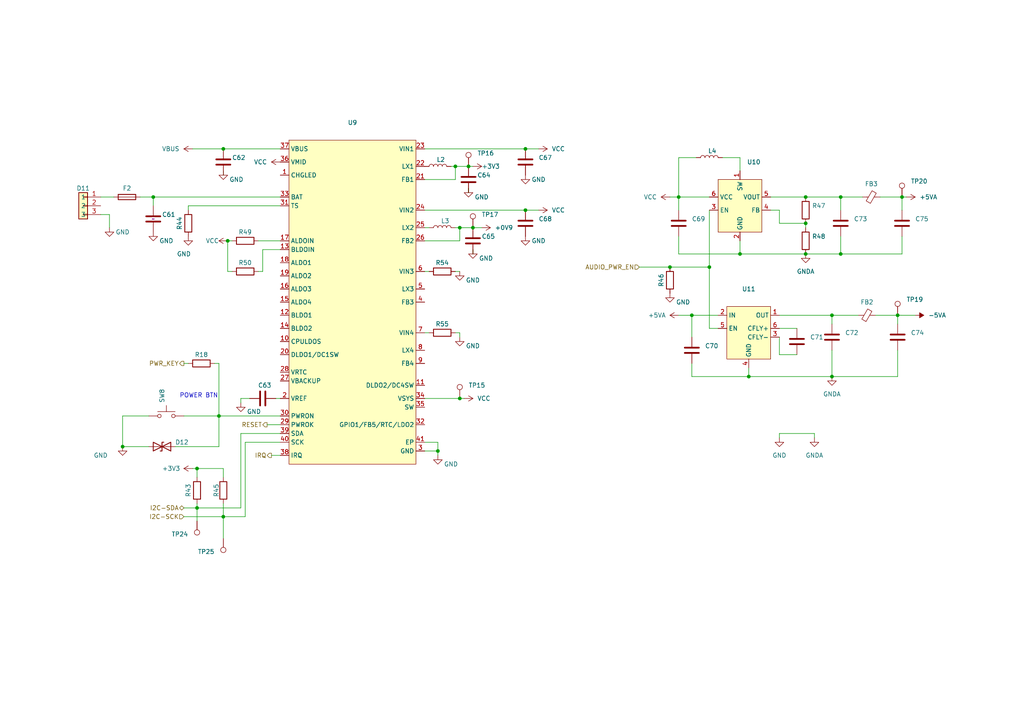
<source format=kicad_sch>
(kicad_sch (version 20211123) (generator eeschema)

  (uuid 23dbe9de-f3b2-4068-868b-fc244561b690)

  (paper "A4")

  (lib_symbols
    (symbol "C_1" (pin_numbers hide) (pin_names (offset 0.254)) (in_bom yes) (on_board yes)
      (property "Reference" "C" (id 0) (at 0.635 2.54 0)
        (effects (font (size 1.27 1.27)) (justify left))
      )
      (property "Value" "C_1" (id 1) (at 0.635 -2.54 0)
        (effects (font (size 1.27 1.27)) (justify left))
      )
      (property "Footprint" "" (id 2) (at 0.9652 -3.81 0)
        (effects (font (size 1.27 1.27)) hide)
      )
      (property "Datasheet" "~" (id 3) (at 0 0 0)
        (effects (font (size 1.27 1.27)) hide)
      )
      (property "Voltage" "" (id 4) (at 0 0 0)
        (effects (font (size 1.27 1.27)) hide)
      )
      (property "Tolerance" "" (id 5) (at 0 0 0)
        (effects (font (size 1.27 1.27)) hide)
      )
      (property "TC" "" (id 6) (at 0 0 0)
        (effects (font (size 1.27 1.27)) hide)
      )
      (property "Manufacturer" "" (id 7) (at 0 0 0)
        (effects (font (size 1.27 1.27)) hide)
      )
      (property "Mnfct. partnumber" "" (id 8) (at 0 0 0)
        (effects (font (size 1.27 1.27)) hide)
      )
      (property "LCSC Partnumber" "" (id 9) (at 0 0 0)
        (effects (font (size 1.27 1.27)) hide)
      )
      (property "ki_keywords" "cap capacitor" (id 10) (at 0 0 0)
        (effects (font (size 1.27 1.27)) hide)
      )
      (property "ki_description" "Unpolarized capacitor" (id 11) (at 0 0 0)
        (effects (font (size 1.27 1.27)) hide)
      )
      (property "ki_fp_filters" "C_*" (id 12) (at 0 0 0)
        (effects (font (size 1.27 1.27)) hide)
      )
      (symbol "C_1_0_1"
        (polyline
          (pts
            (xy -2.032 -0.762)
            (xy 2.032 -0.762)
          )
          (stroke (width 0.508) (type default) (color 0 0 0 0))
          (fill (type none))
        )
        (polyline
          (pts
            (xy -2.032 0.762)
            (xy 2.032 0.762)
          )
          (stroke (width 0.508) (type default) (color 0 0 0 0))
          (fill (type none))
        )
      )
      (symbol "C_1_1_1"
        (pin passive line (at 0 3.81 270) (length 2.794)
          (name "~" (effects (font (size 1.27 1.27))))
          (number "1" (effects (font (size 1.27 1.27))))
        )
        (pin passive line (at 0 -3.81 90) (length 2.794)
          (name "~" (effects (font (size 1.27 1.27))))
          (number "2" (effects (font (size 1.27 1.27))))
        )
      )
    )
    (symbol "C_10" (pin_numbers hide) (pin_names (offset 0.254)) (in_bom yes) (on_board yes)
      (property "Reference" "C" (id 0) (at 0.635 2.54 0)
        (effects (font (size 1.27 1.27)) (justify left))
      )
      (property "Value" "C_10" (id 1) (at 0.635 -2.54 0)
        (effects (font (size 1.27 1.27)) (justify left))
      )
      (property "Footprint" "" (id 2) (at 0.9652 -3.81 0)
        (effects (font (size 1.27 1.27)) hide)
      )
      (property "Datasheet" "~" (id 3) (at 0 0 0)
        (effects (font (size 1.27 1.27)) hide)
      )
      (property "Voltage" "" (id 4) (at 0 0 0)
        (effects (font (size 1.27 1.27)) hide)
      )
      (property "Tolerance" "" (id 5) (at 0 0 0)
        (effects (font (size 1.27 1.27)) hide)
      )
      (property "TC" "" (id 6) (at 0 0 0)
        (effects (font (size 1.27 1.27)) hide)
      )
      (property "Manufacturer" "" (id 7) (at 0 0 0)
        (effects (font (size 1.27 1.27)) hide)
      )
      (property "Mnfct. partnumber" "" (id 8) (at 0 0 0)
        (effects (font (size 1.27 1.27)) hide)
      )
      (property "LCSC Partnumber" "" (id 9) (at 0 0 0)
        (effects (font (size 1.27 1.27)) hide)
      )
      (property "ki_keywords" "cap capacitor" (id 10) (at 0 0 0)
        (effects (font (size 1.27 1.27)) hide)
      )
      (property "ki_description" "Unpolarized capacitor" (id 11) (at 0 0 0)
        (effects (font (size 1.27 1.27)) hide)
      )
      (property "ki_fp_filters" "C_*" (id 12) (at 0 0 0)
        (effects (font (size 1.27 1.27)) hide)
      )
      (symbol "C_10_0_1"
        (polyline
          (pts
            (xy -2.032 -0.762)
            (xy 2.032 -0.762)
          )
          (stroke (width 0.508) (type default) (color 0 0 0 0))
          (fill (type none))
        )
        (polyline
          (pts
            (xy -2.032 0.762)
            (xy 2.032 0.762)
          )
          (stroke (width 0.508) (type default) (color 0 0 0 0))
          (fill (type none))
        )
      )
      (symbol "C_10_1_1"
        (pin passive line (at 0 3.81 270) (length 2.794)
          (name "~" (effects (font (size 1.27 1.27))))
          (number "1" (effects (font (size 1.27 1.27))))
        )
        (pin passive line (at 0 -3.81 90) (length 2.794)
          (name "~" (effects (font (size 1.27 1.27))))
          (number "2" (effects (font (size 1.27 1.27))))
        )
      )
    )
    (symbol "C_11" (pin_numbers hide) (pin_names (offset 0.254)) (in_bom yes) (on_board yes)
      (property "Reference" "C" (id 0) (at 0.635 2.54 0)
        (effects (font (size 1.27 1.27)) (justify left))
      )
      (property "Value" "C_11" (id 1) (at 0.635 -2.54 0)
        (effects (font (size 1.27 1.27)) (justify left))
      )
      (property "Footprint" "" (id 2) (at 0.9652 -3.81 0)
        (effects (font (size 1.27 1.27)) hide)
      )
      (property "Datasheet" "~" (id 3) (at 0 0 0)
        (effects (font (size 1.27 1.27)) hide)
      )
      (property "Voltage" "" (id 4) (at 0 0 0)
        (effects (font (size 1.27 1.27)) hide)
      )
      (property "Tolerance" "" (id 5) (at 0 0 0)
        (effects (font (size 1.27 1.27)) hide)
      )
      (property "TC" "" (id 6) (at 0 0 0)
        (effects (font (size 1.27 1.27)) hide)
      )
      (property "Manufacturer" "" (id 7) (at 0 0 0)
        (effects (font (size 1.27 1.27)) hide)
      )
      (property "Mnfct. partnumber" "" (id 8) (at 0 0 0)
        (effects (font (size 1.27 1.27)) hide)
      )
      (property "LCSC Partnumber" "" (id 9) (at 0 0 0)
        (effects (font (size 1.27 1.27)) hide)
      )
      (property "ki_keywords" "cap capacitor" (id 10) (at 0 0 0)
        (effects (font (size 1.27 1.27)) hide)
      )
      (property "ki_description" "Unpolarized capacitor" (id 11) (at 0 0 0)
        (effects (font (size 1.27 1.27)) hide)
      )
      (property "ki_fp_filters" "C_*" (id 12) (at 0 0 0)
        (effects (font (size 1.27 1.27)) hide)
      )
      (symbol "C_11_0_1"
        (polyline
          (pts
            (xy -2.032 -0.762)
            (xy 2.032 -0.762)
          )
          (stroke (width 0.508) (type default) (color 0 0 0 0))
          (fill (type none))
        )
        (polyline
          (pts
            (xy -2.032 0.762)
            (xy 2.032 0.762)
          )
          (stroke (width 0.508) (type default) (color 0 0 0 0))
          (fill (type none))
        )
      )
      (symbol "C_11_1_1"
        (pin passive line (at 0 3.81 270) (length 2.794)
          (name "~" (effects (font (size 1.27 1.27))))
          (number "1" (effects (font (size 1.27 1.27))))
        )
        (pin passive line (at 0 -3.81 90) (length 2.794)
          (name "~" (effects (font (size 1.27 1.27))))
          (number "2" (effects (font (size 1.27 1.27))))
        )
      )
    )
    (symbol "C_12" (pin_numbers hide) (pin_names (offset 0.254)) (in_bom yes) (on_board yes)
      (property "Reference" "C" (id 0) (at 0.635 2.54 0)
        (effects (font (size 1.27 1.27)) (justify left))
      )
      (property "Value" "C_12" (id 1) (at 0.635 -2.54 0)
        (effects (font (size 1.27 1.27)) (justify left))
      )
      (property "Footprint" "" (id 2) (at 0.9652 -3.81 0)
        (effects (font (size 1.27 1.27)) hide)
      )
      (property "Datasheet" "~" (id 3) (at 0 0 0)
        (effects (font (size 1.27 1.27)) hide)
      )
      (property "Voltage" "" (id 4) (at 0 0 0)
        (effects (font (size 1.27 1.27)) hide)
      )
      (property "Tolerance" "" (id 5) (at 0 0 0)
        (effects (font (size 1.27 1.27)) hide)
      )
      (property "TC" "" (id 6) (at 0 0 0)
        (effects (font (size 1.27 1.27)) hide)
      )
      (property "Manufacturer" "" (id 7) (at 0 0 0)
        (effects (font (size 1.27 1.27)) hide)
      )
      (property "Mnfct. partnumber" "" (id 8) (at 0 0 0)
        (effects (font (size 1.27 1.27)) hide)
      )
      (property "LCSC Partnumber" "" (id 9) (at 0 0 0)
        (effects (font (size 1.27 1.27)) hide)
      )
      (property "ki_keywords" "cap capacitor" (id 10) (at 0 0 0)
        (effects (font (size 1.27 1.27)) hide)
      )
      (property "ki_description" "Unpolarized capacitor" (id 11) (at 0 0 0)
        (effects (font (size 1.27 1.27)) hide)
      )
      (property "ki_fp_filters" "C_*" (id 12) (at 0 0 0)
        (effects (font (size 1.27 1.27)) hide)
      )
      (symbol "C_12_0_1"
        (polyline
          (pts
            (xy -2.032 -0.762)
            (xy 2.032 -0.762)
          )
          (stroke (width 0.508) (type default) (color 0 0 0 0))
          (fill (type none))
        )
        (polyline
          (pts
            (xy -2.032 0.762)
            (xy 2.032 0.762)
          )
          (stroke (width 0.508) (type default) (color 0 0 0 0))
          (fill (type none))
        )
      )
      (symbol "C_12_1_1"
        (pin passive line (at 0 3.81 270) (length 2.794)
          (name "~" (effects (font (size 1.27 1.27))))
          (number "1" (effects (font (size 1.27 1.27))))
        )
        (pin passive line (at 0 -3.81 90) (length 2.794)
          (name "~" (effects (font (size 1.27 1.27))))
          (number "2" (effects (font (size 1.27 1.27))))
        )
      )
    )
    (symbol "C_13" (pin_numbers hide) (pin_names (offset 0.254)) (in_bom yes) (on_board yes)
      (property "Reference" "C" (id 0) (at 0.635 2.54 0)
        (effects (font (size 1.27 1.27)) (justify left))
      )
      (property "Value" "C_13" (id 1) (at 0.635 -2.54 0)
        (effects (font (size 1.27 1.27)) (justify left))
      )
      (property "Footprint" "" (id 2) (at 0.9652 -3.81 0)
        (effects (font (size 1.27 1.27)) hide)
      )
      (property "Datasheet" "~" (id 3) (at 0 0 0)
        (effects (font (size 1.27 1.27)) hide)
      )
      (property "Voltage" "" (id 4) (at 0 0 0)
        (effects (font (size 1.27 1.27)) hide)
      )
      (property "Tolerance" "" (id 5) (at 0 0 0)
        (effects (font (size 1.27 1.27)) hide)
      )
      (property "TC" "" (id 6) (at 0 0 0)
        (effects (font (size 1.27 1.27)) hide)
      )
      (property "Manufacturer" "" (id 7) (at 0 0 0)
        (effects (font (size 1.27 1.27)) hide)
      )
      (property "Mnfct. partnumber" "" (id 8) (at 0 0 0)
        (effects (font (size 1.27 1.27)) hide)
      )
      (property "LCSC Partnumber" "" (id 9) (at 0 0 0)
        (effects (font (size 1.27 1.27)) hide)
      )
      (property "ki_keywords" "cap capacitor" (id 10) (at 0 0 0)
        (effects (font (size 1.27 1.27)) hide)
      )
      (property "ki_description" "Unpolarized capacitor" (id 11) (at 0 0 0)
        (effects (font (size 1.27 1.27)) hide)
      )
      (property "ki_fp_filters" "C_*" (id 12) (at 0 0 0)
        (effects (font (size 1.27 1.27)) hide)
      )
      (symbol "C_13_0_1"
        (polyline
          (pts
            (xy -2.032 -0.762)
            (xy 2.032 -0.762)
          )
          (stroke (width 0.508) (type default) (color 0 0 0 0))
          (fill (type none))
        )
        (polyline
          (pts
            (xy -2.032 0.762)
            (xy 2.032 0.762)
          )
          (stroke (width 0.508) (type default) (color 0 0 0 0))
          (fill (type none))
        )
      )
      (symbol "C_13_1_1"
        (pin passive line (at 0 3.81 270) (length 2.794)
          (name "~" (effects (font (size 1.27 1.27))))
          (number "1" (effects (font (size 1.27 1.27))))
        )
        (pin passive line (at 0 -3.81 90) (length 2.794)
          (name "~" (effects (font (size 1.27 1.27))))
          (number "2" (effects (font (size 1.27 1.27))))
        )
      )
    )
    (symbol "C_2" (pin_numbers hide) (pin_names (offset 0.254)) (in_bom yes) (on_board yes)
      (property "Reference" "C" (id 0) (at 0.635 2.54 0)
        (effects (font (size 1.27 1.27)) (justify left))
      )
      (property "Value" "C_2" (id 1) (at 0.635 -2.54 0)
        (effects (font (size 1.27 1.27)) (justify left))
      )
      (property "Footprint" "" (id 2) (at 0.9652 -3.81 0)
        (effects (font (size 1.27 1.27)) hide)
      )
      (property "Datasheet" "~" (id 3) (at 0 0 0)
        (effects (font (size 1.27 1.27)) hide)
      )
      (property "Voltage" "" (id 4) (at 0 0 0)
        (effects (font (size 1.27 1.27)) hide)
      )
      (property "Tolerance" "" (id 5) (at 0 0 0)
        (effects (font (size 1.27 1.27)) hide)
      )
      (property "TC" "" (id 6) (at 0 0 0)
        (effects (font (size 1.27 1.27)) hide)
      )
      (property "Manufacturer" "" (id 7) (at 0 0 0)
        (effects (font (size 1.27 1.27)) hide)
      )
      (property "Mnfct. partnumber" "" (id 8) (at 0 0 0)
        (effects (font (size 1.27 1.27)) hide)
      )
      (property "LCSC Partnumber" "" (id 9) (at 0 0 0)
        (effects (font (size 1.27 1.27)) hide)
      )
      (property "ki_keywords" "cap capacitor" (id 10) (at 0 0 0)
        (effects (font (size 1.27 1.27)) hide)
      )
      (property "ki_description" "Unpolarized capacitor" (id 11) (at 0 0 0)
        (effects (font (size 1.27 1.27)) hide)
      )
      (property "ki_fp_filters" "C_*" (id 12) (at 0 0 0)
        (effects (font (size 1.27 1.27)) hide)
      )
      (symbol "C_2_0_1"
        (polyline
          (pts
            (xy -2.032 -0.762)
            (xy 2.032 -0.762)
          )
          (stroke (width 0.508) (type default) (color 0 0 0 0))
          (fill (type none))
        )
        (polyline
          (pts
            (xy -2.032 0.762)
            (xy 2.032 0.762)
          )
          (stroke (width 0.508) (type default) (color 0 0 0 0))
          (fill (type none))
        )
      )
      (symbol "C_2_1_1"
        (pin passive line (at 0 3.81 270) (length 2.794)
          (name "~" (effects (font (size 1.27 1.27))))
          (number "1" (effects (font (size 1.27 1.27))))
        )
        (pin passive line (at 0 -3.81 90) (length 2.794)
          (name "~" (effects (font (size 1.27 1.27))))
          (number "2" (effects (font (size 1.27 1.27))))
        )
      )
    )
    (symbol "C_3" (pin_numbers hide) (pin_names (offset 0.254)) (in_bom yes) (on_board yes)
      (property "Reference" "C" (id 0) (at 0.635 2.54 0)
        (effects (font (size 1.27 1.27)) (justify left))
      )
      (property "Value" "C_3" (id 1) (at 0.635 -2.54 0)
        (effects (font (size 1.27 1.27)) (justify left))
      )
      (property "Footprint" "" (id 2) (at 0.9652 -3.81 0)
        (effects (font (size 1.27 1.27)) hide)
      )
      (property "Datasheet" "~" (id 3) (at 0 0 0)
        (effects (font (size 1.27 1.27)) hide)
      )
      (property "Voltage" "" (id 4) (at 0 0 0)
        (effects (font (size 1.27 1.27)) hide)
      )
      (property "Tolerance" "" (id 5) (at 0 0 0)
        (effects (font (size 1.27 1.27)) hide)
      )
      (property "TC" "" (id 6) (at 0 0 0)
        (effects (font (size 1.27 1.27)) hide)
      )
      (property "Manufacturer" "" (id 7) (at 0 0 0)
        (effects (font (size 1.27 1.27)) hide)
      )
      (property "Mnfct. partnumber" "" (id 8) (at 0 0 0)
        (effects (font (size 1.27 1.27)) hide)
      )
      (property "LCSC Partnumber" "" (id 9) (at 0 0 0)
        (effects (font (size 1.27 1.27)) hide)
      )
      (property "ki_keywords" "cap capacitor" (id 10) (at 0 0 0)
        (effects (font (size 1.27 1.27)) hide)
      )
      (property "ki_description" "Unpolarized capacitor" (id 11) (at 0 0 0)
        (effects (font (size 1.27 1.27)) hide)
      )
      (property "ki_fp_filters" "C_*" (id 12) (at 0 0 0)
        (effects (font (size 1.27 1.27)) hide)
      )
      (symbol "C_3_0_1"
        (polyline
          (pts
            (xy -2.032 -0.762)
            (xy 2.032 -0.762)
          )
          (stroke (width 0.508) (type default) (color 0 0 0 0))
          (fill (type none))
        )
        (polyline
          (pts
            (xy -2.032 0.762)
            (xy 2.032 0.762)
          )
          (stroke (width 0.508) (type default) (color 0 0 0 0))
          (fill (type none))
        )
      )
      (symbol "C_3_1_1"
        (pin passive line (at 0 3.81 270) (length 2.794)
          (name "~" (effects (font (size 1.27 1.27))))
          (number "1" (effects (font (size 1.27 1.27))))
        )
        (pin passive line (at 0 -3.81 90) (length 2.794)
          (name "~" (effects (font (size 1.27 1.27))))
          (number "2" (effects (font (size 1.27 1.27))))
        )
      )
    )
    (symbol "C_4" (pin_numbers hide) (pin_names (offset 0.254)) (in_bom yes) (on_board yes)
      (property "Reference" "C" (id 0) (at 0.635 2.54 0)
        (effects (font (size 1.27 1.27)) (justify left))
      )
      (property "Value" "C_4" (id 1) (at 0.635 -2.54 0)
        (effects (font (size 1.27 1.27)) (justify left))
      )
      (property "Footprint" "" (id 2) (at 0.9652 -3.81 0)
        (effects (font (size 1.27 1.27)) hide)
      )
      (property "Datasheet" "~" (id 3) (at 0 0 0)
        (effects (font (size 1.27 1.27)) hide)
      )
      (property "Voltage" "" (id 4) (at 0 0 0)
        (effects (font (size 1.27 1.27)) hide)
      )
      (property "Tolerance" "" (id 5) (at 0 0 0)
        (effects (font (size 1.27 1.27)) hide)
      )
      (property "TC" "" (id 6) (at 0 0 0)
        (effects (font (size 1.27 1.27)) hide)
      )
      (property "Manufacturer" "" (id 7) (at 0 0 0)
        (effects (font (size 1.27 1.27)) hide)
      )
      (property "Mnfct. partnumber" "" (id 8) (at 0 0 0)
        (effects (font (size 1.27 1.27)) hide)
      )
      (property "LCSC Partnumber" "" (id 9) (at 0 0 0)
        (effects (font (size 1.27 1.27)) hide)
      )
      (property "ki_keywords" "cap capacitor" (id 10) (at 0 0 0)
        (effects (font (size 1.27 1.27)) hide)
      )
      (property "ki_description" "Unpolarized capacitor" (id 11) (at 0 0 0)
        (effects (font (size 1.27 1.27)) hide)
      )
      (property "ki_fp_filters" "C_*" (id 12) (at 0 0 0)
        (effects (font (size 1.27 1.27)) hide)
      )
      (symbol "C_4_0_1"
        (polyline
          (pts
            (xy -2.032 -0.762)
            (xy 2.032 -0.762)
          )
          (stroke (width 0.508) (type default) (color 0 0 0 0))
          (fill (type none))
        )
        (polyline
          (pts
            (xy -2.032 0.762)
            (xy 2.032 0.762)
          )
          (stroke (width 0.508) (type default) (color 0 0 0 0))
          (fill (type none))
        )
      )
      (symbol "C_4_1_1"
        (pin passive line (at 0 3.81 270) (length 2.794)
          (name "~" (effects (font (size 1.27 1.27))))
          (number "1" (effects (font (size 1.27 1.27))))
        )
        (pin passive line (at 0 -3.81 90) (length 2.794)
          (name "~" (effects (font (size 1.27 1.27))))
          (number "2" (effects (font (size 1.27 1.27))))
        )
      )
    )
    (symbol "C_5" (pin_numbers hide) (pin_names (offset 0.254)) (in_bom yes) (on_board yes)
      (property "Reference" "C" (id 0) (at 0.635 2.54 0)
        (effects (font (size 1.27 1.27)) (justify left))
      )
      (property "Value" "C_5" (id 1) (at 0.635 -2.54 0)
        (effects (font (size 1.27 1.27)) (justify left))
      )
      (property "Footprint" "" (id 2) (at 0.9652 -3.81 0)
        (effects (font (size 1.27 1.27)) hide)
      )
      (property "Datasheet" "~" (id 3) (at 0 0 0)
        (effects (font (size 1.27 1.27)) hide)
      )
      (property "Voltage" "" (id 4) (at 0 0 0)
        (effects (font (size 1.27 1.27)) hide)
      )
      (property "Tolerance" "" (id 5) (at 0 0 0)
        (effects (font (size 1.27 1.27)) hide)
      )
      (property "TC" "" (id 6) (at 0 0 0)
        (effects (font (size 1.27 1.27)) hide)
      )
      (property "Manufacturer" "" (id 7) (at 0 0 0)
        (effects (font (size 1.27 1.27)) hide)
      )
      (property "Mnfct. partnumber" "" (id 8) (at 0 0 0)
        (effects (font (size 1.27 1.27)) hide)
      )
      (property "LCSC Partnumber" "" (id 9) (at 0 0 0)
        (effects (font (size 1.27 1.27)) hide)
      )
      (property "ki_keywords" "cap capacitor" (id 10) (at 0 0 0)
        (effects (font (size 1.27 1.27)) hide)
      )
      (property "ki_description" "Unpolarized capacitor" (id 11) (at 0 0 0)
        (effects (font (size 1.27 1.27)) hide)
      )
      (property "ki_fp_filters" "C_*" (id 12) (at 0 0 0)
        (effects (font (size 1.27 1.27)) hide)
      )
      (symbol "C_5_0_1"
        (polyline
          (pts
            (xy -2.032 -0.762)
            (xy 2.032 -0.762)
          )
          (stroke (width 0.508) (type default) (color 0 0 0 0))
          (fill (type none))
        )
        (polyline
          (pts
            (xy -2.032 0.762)
            (xy 2.032 0.762)
          )
          (stroke (width 0.508) (type default) (color 0 0 0 0))
          (fill (type none))
        )
      )
      (symbol "C_5_1_1"
        (pin passive line (at 0 3.81 270) (length 2.794)
          (name "~" (effects (font (size 1.27 1.27))))
          (number "1" (effects (font (size 1.27 1.27))))
        )
        (pin passive line (at 0 -3.81 90) (length 2.794)
          (name "~" (effects (font (size 1.27 1.27))))
          (number "2" (effects (font (size 1.27 1.27))))
        )
      )
    )
    (symbol "C_6" (pin_numbers hide) (pin_names (offset 0.254)) (in_bom yes) (on_board yes)
      (property "Reference" "C" (id 0) (at 0.635 2.54 0)
        (effects (font (size 1.27 1.27)) (justify left))
      )
      (property "Value" "C_6" (id 1) (at 0.635 -2.54 0)
        (effects (font (size 1.27 1.27)) (justify left))
      )
      (property "Footprint" "" (id 2) (at 0.9652 -3.81 0)
        (effects (font (size 1.27 1.27)) hide)
      )
      (property "Datasheet" "~" (id 3) (at 0 0 0)
        (effects (font (size 1.27 1.27)) hide)
      )
      (property "Voltage" "" (id 4) (at 0 0 0)
        (effects (font (size 1.27 1.27)) hide)
      )
      (property "Tolerance" "" (id 5) (at 0 0 0)
        (effects (font (size 1.27 1.27)) hide)
      )
      (property "TC" "" (id 6) (at 0 0 0)
        (effects (font (size 1.27 1.27)) hide)
      )
      (property "Manufacturer" "" (id 7) (at 0 0 0)
        (effects (font (size 1.27 1.27)) hide)
      )
      (property "Mnfct. partnumber" "" (id 8) (at 0 0 0)
        (effects (font (size 1.27 1.27)) hide)
      )
      (property "LCSC Partnumber" "" (id 9) (at 0 0 0)
        (effects (font (size 1.27 1.27)) hide)
      )
      (property "ki_keywords" "cap capacitor" (id 10) (at 0 0 0)
        (effects (font (size 1.27 1.27)) hide)
      )
      (property "ki_description" "Unpolarized capacitor" (id 11) (at 0 0 0)
        (effects (font (size 1.27 1.27)) hide)
      )
      (property "ki_fp_filters" "C_*" (id 12) (at 0 0 0)
        (effects (font (size 1.27 1.27)) hide)
      )
      (symbol "C_6_0_1"
        (polyline
          (pts
            (xy -2.032 -0.762)
            (xy 2.032 -0.762)
          )
          (stroke (width 0.508) (type default) (color 0 0 0 0))
          (fill (type none))
        )
        (polyline
          (pts
            (xy -2.032 0.762)
            (xy 2.032 0.762)
          )
          (stroke (width 0.508) (type default) (color 0 0 0 0))
          (fill (type none))
        )
      )
      (symbol "C_6_1_1"
        (pin passive line (at 0 3.81 270) (length 2.794)
          (name "~" (effects (font (size 1.27 1.27))))
          (number "1" (effects (font (size 1.27 1.27))))
        )
        (pin passive line (at 0 -3.81 90) (length 2.794)
          (name "~" (effects (font (size 1.27 1.27))))
          (number "2" (effects (font (size 1.27 1.27))))
        )
      )
    )
    (symbol "C_7" (pin_numbers hide) (pin_names (offset 0.254)) (in_bom yes) (on_board yes)
      (property "Reference" "C" (id 0) (at 0.635 2.54 0)
        (effects (font (size 1.27 1.27)) (justify left))
      )
      (property "Value" "C_7" (id 1) (at 0.635 -2.54 0)
        (effects (font (size 1.27 1.27)) (justify left))
      )
      (property "Footprint" "" (id 2) (at 0.9652 -3.81 0)
        (effects (font (size 1.27 1.27)) hide)
      )
      (property "Datasheet" "~" (id 3) (at 0 0 0)
        (effects (font (size 1.27 1.27)) hide)
      )
      (property "Voltage" "" (id 4) (at 0 0 0)
        (effects (font (size 1.27 1.27)) hide)
      )
      (property "Tolerance" "" (id 5) (at 0 0 0)
        (effects (font (size 1.27 1.27)) hide)
      )
      (property "TC" "" (id 6) (at 0 0 0)
        (effects (font (size 1.27 1.27)) hide)
      )
      (property "Manufacturer" "" (id 7) (at 0 0 0)
        (effects (font (size 1.27 1.27)) hide)
      )
      (property "Mnfct. partnumber" "" (id 8) (at 0 0 0)
        (effects (font (size 1.27 1.27)) hide)
      )
      (property "LCSC Partnumber" "" (id 9) (at 0 0 0)
        (effects (font (size 1.27 1.27)) hide)
      )
      (property "ki_keywords" "cap capacitor" (id 10) (at 0 0 0)
        (effects (font (size 1.27 1.27)) hide)
      )
      (property "ki_description" "Unpolarized capacitor" (id 11) (at 0 0 0)
        (effects (font (size 1.27 1.27)) hide)
      )
      (property "ki_fp_filters" "C_*" (id 12) (at 0 0 0)
        (effects (font (size 1.27 1.27)) hide)
      )
      (symbol "C_7_0_1"
        (polyline
          (pts
            (xy -2.032 -0.762)
            (xy 2.032 -0.762)
          )
          (stroke (width 0.508) (type default) (color 0 0 0 0))
          (fill (type none))
        )
        (polyline
          (pts
            (xy -2.032 0.762)
            (xy 2.032 0.762)
          )
          (stroke (width 0.508) (type default) (color 0 0 0 0))
          (fill (type none))
        )
      )
      (symbol "C_7_1_1"
        (pin passive line (at 0 3.81 270) (length 2.794)
          (name "~" (effects (font (size 1.27 1.27))))
          (number "1" (effects (font (size 1.27 1.27))))
        )
        (pin passive line (at 0 -3.81 90) (length 2.794)
          (name "~" (effects (font (size 1.27 1.27))))
          (number "2" (effects (font (size 1.27 1.27))))
        )
      )
    )
    (symbol "C_8" (pin_numbers hide) (pin_names (offset 0.254)) (in_bom yes) (on_board yes)
      (property "Reference" "C" (id 0) (at 0.635 2.54 0)
        (effects (font (size 1.27 1.27)) (justify left))
      )
      (property "Value" "C_8" (id 1) (at 0.635 -2.54 0)
        (effects (font (size 1.27 1.27)) (justify left))
      )
      (property "Footprint" "" (id 2) (at 0.9652 -3.81 0)
        (effects (font (size 1.27 1.27)) hide)
      )
      (property "Datasheet" "~" (id 3) (at 0 0 0)
        (effects (font (size 1.27 1.27)) hide)
      )
      (property "Voltage" "" (id 4) (at 0 0 0)
        (effects (font (size 1.27 1.27)) hide)
      )
      (property "Tolerance" "" (id 5) (at 0 0 0)
        (effects (font (size 1.27 1.27)) hide)
      )
      (property "TC" "" (id 6) (at 0 0 0)
        (effects (font (size 1.27 1.27)) hide)
      )
      (property "Manufacturer" "" (id 7) (at 0 0 0)
        (effects (font (size 1.27 1.27)) hide)
      )
      (property "Mnfct. partnumber" "" (id 8) (at 0 0 0)
        (effects (font (size 1.27 1.27)) hide)
      )
      (property "LCSC Partnumber" "" (id 9) (at 0 0 0)
        (effects (font (size 1.27 1.27)) hide)
      )
      (property "ki_keywords" "cap capacitor" (id 10) (at 0 0 0)
        (effects (font (size 1.27 1.27)) hide)
      )
      (property "ki_description" "Unpolarized capacitor" (id 11) (at 0 0 0)
        (effects (font (size 1.27 1.27)) hide)
      )
      (property "ki_fp_filters" "C_*" (id 12) (at 0 0 0)
        (effects (font (size 1.27 1.27)) hide)
      )
      (symbol "C_8_0_1"
        (polyline
          (pts
            (xy -2.032 -0.762)
            (xy 2.032 -0.762)
          )
          (stroke (width 0.508) (type default) (color 0 0 0 0))
          (fill (type none))
        )
        (polyline
          (pts
            (xy -2.032 0.762)
            (xy 2.032 0.762)
          )
          (stroke (width 0.508) (type default) (color 0 0 0 0))
          (fill (type none))
        )
      )
      (symbol "C_8_1_1"
        (pin passive line (at 0 3.81 270) (length 2.794)
          (name "~" (effects (font (size 1.27 1.27))))
          (number "1" (effects (font (size 1.27 1.27))))
        )
        (pin passive line (at 0 -3.81 90) (length 2.794)
          (name "~" (effects (font (size 1.27 1.27))))
          (number "2" (effects (font (size 1.27 1.27))))
        )
      )
    )
    (symbol "C_9" (pin_numbers hide) (pin_names (offset 0.254)) (in_bom yes) (on_board yes)
      (property "Reference" "C" (id 0) (at 0.635 2.54 0)
        (effects (font (size 1.27 1.27)) (justify left))
      )
      (property "Value" "C_9" (id 1) (at 0.635 -2.54 0)
        (effects (font (size 1.27 1.27)) (justify left))
      )
      (property "Footprint" "" (id 2) (at 0.9652 -3.81 0)
        (effects (font (size 1.27 1.27)) hide)
      )
      (property "Datasheet" "~" (id 3) (at 0 0 0)
        (effects (font (size 1.27 1.27)) hide)
      )
      (property "Voltage" "" (id 4) (at 0 0 0)
        (effects (font (size 1.27 1.27)) hide)
      )
      (property "Tolerance" "" (id 5) (at 0 0 0)
        (effects (font (size 1.27 1.27)) hide)
      )
      (property "TC" "" (id 6) (at 0 0 0)
        (effects (font (size 1.27 1.27)) hide)
      )
      (property "Manufacturer" "" (id 7) (at 0 0 0)
        (effects (font (size 1.27 1.27)) hide)
      )
      (property "Mnfct. partnumber" "" (id 8) (at 0 0 0)
        (effects (font (size 1.27 1.27)) hide)
      )
      (property "LCSC Partnumber" "" (id 9) (at 0 0 0)
        (effects (font (size 1.27 1.27)) hide)
      )
      (property "ki_keywords" "cap capacitor" (id 10) (at 0 0 0)
        (effects (font (size 1.27 1.27)) hide)
      )
      (property "ki_description" "Unpolarized capacitor" (id 11) (at 0 0 0)
        (effects (font (size 1.27 1.27)) hide)
      )
      (property "ki_fp_filters" "C_*" (id 12) (at 0 0 0)
        (effects (font (size 1.27 1.27)) hide)
      )
      (symbol "C_9_0_1"
        (polyline
          (pts
            (xy -2.032 -0.762)
            (xy 2.032 -0.762)
          )
          (stroke (width 0.508) (type default) (color 0 0 0 0))
          (fill (type none))
        )
        (polyline
          (pts
            (xy -2.032 0.762)
            (xy 2.032 0.762)
          )
          (stroke (width 0.508) (type default) (color 0 0 0 0))
          (fill (type none))
        )
      )
      (symbol "C_9_1_1"
        (pin passive line (at 0 3.81 270) (length 2.794)
          (name "~" (effects (font (size 1.27 1.27))))
          (number "1" (effects (font (size 1.27 1.27))))
        )
        (pin passive line (at 0 -3.81 90) (length 2.794)
          (name "~" (effects (font (size 1.27 1.27))))
          (number "2" (effects (font (size 1.27 1.27))))
        )
      )
    )
    (symbol "Connector:TestPoint" (pin_numbers hide) (pin_names (offset 0.762) hide) (in_bom yes) (on_board yes)
      (property "Reference" "TP" (id 0) (at 0 6.858 0)
        (effects (font (size 1.27 1.27)))
      )
      (property "Value" "TestPoint" (id 1) (at 0 5.08 0)
        (effects (font (size 1.27 1.27)))
      )
      (property "Footprint" "" (id 2) (at 5.08 0 0)
        (effects (font (size 1.27 1.27)) hide)
      )
      (property "Datasheet" "~" (id 3) (at 5.08 0 0)
        (effects (font (size 1.27 1.27)) hide)
      )
      (property "ki_keywords" "test point tp" (id 4) (at 0 0 0)
        (effects (font (size 1.27 1.27)) hide)
      )
      (property "ki_description" "test point" (id 5) (at 0 0 0)
        (effects (font (size 1.27 1.27)) hide)
      )
      (property "ki_fp_filters" "Pin* Test*" (id 6) (at 0 0 0)
        (effects (font (size 1.27 1.27)) hide)
      )
      (symbol "TestPoint_0_1"
        (circle (center 0 3.302) (radius 0.762)
          (stroke (width 0) (type default) (color 0 0 0 0))
          (fill (type none))
        )
      )
      (symbol "TestPoint_1_1"
        (pin passive line (at 0 0 90) (length 2.54)
          (name "1" (effects (font (size 1.27 1.27))))
          (number "1" (effects (font (size 1.27 1.27))))
        )
      )
    )
    (symbol "power:+3V3" (power) (pin_names (offset 0)) (in_bom yes) (on_board yes)
      (property "Reference" "#PWR" (id 0) (at 0 -3.81 0)
        (effects (font (size 1.27 1.27)) hide)
      )
      (property "Value" "+3V3" (id 1) (at 0 3.556 0)
        (effects (font (size 1.27 1.27)))
      )
      (property "Footprint" "" (id 2) (at 0 0 0)
        (effects (font (size 1.27 1.27)) hide)
      )
      (property "Datasheet" "" (id 3) (at 0 0 0)
        (effects (font (size 1.27 1.27)) hide)
      )
      (property "ki_keywords" "power-flag" (id 4) (at 0 0 0)
        (effects (font (size 1.27 1.27)) hide)
      )
      (property "ki_description" "Power symbol creates a global label with name \"+3V3\"" (id 5) (at 0 0 0)
        (effects (font (size 1.27 1.27)) hide)
      )
      (symbol "+3V3_0_1"
        (polyline
          (pts
            (xy -0.762 1.27)
            (xy 0 2.54)
          )
          (stroke (width 0) (type default) (color 0 0 0 0))
          (fill (type none))
        )
        (polyline
          (pts
            (xy 0 0)
            (xy 0 2.54)
          )
          (stroke (width 0) (type default) (color 0 0 0 0))
          (fill (type none))
        )
        (polyline
          (pts
            (xy 0 2.54)
            (xy 0.762 1.27)
          )
          (stroke (width 0) (type default) (color 0 0 0 0))
          (fill (type none))
        )
      )
      (symbol "+3V3_1_1"
        (pin power_in line (at 0 0 90) (length 0) hide
          (name "+3V3" (effects (font (size 1.27 1.27))))
          (number "1" (effects (font (size 1.27 1.27))))
        )
      )
    )
    (symbol "power:+5VA" (power) (pin_names (offset 0)) (in_bom yes) (on_board yes)
      (property "Reference" "#PWR" (id 0) (at 0 -3.81 0)
        (effects (font (size 1.27 1.27)) hide)
      )
      (property "Value" "+5VA" (id 1) (at 0 3.556 0)
        (effects (font (size 1.27 1.27)))
      )
      (property "Footprint" "" (id 2) (at 0 0 0)
        (effects (font (size 1.27 1.27)) hide)
      )
      (property "Datasheet" "" (id 3) (at 0 0 0)
        (effects (font (size 1.27 1.27)) hide)
      )
      (property "ki_keywords" "power-flag" (id 4) (at 0 0 0)
        (effects (font (size 1.27 1.27)) hide)
      )
      (property "ki_description" "Power symbol creates a global label with name \"+5VA\"" (id 5) (at 0 0 0)
        (effects (font (size 1.27 1.27)) hide)
      )
      (symbol "+5VA_0_1"
        (polyline
          (pts
            (xy -0.762 1.27)
            (xy 0 2.54)
          )
          (stroke (width 0) (type default) (color 0 0 0 0))
          (fill (type none))
        )
        (polyline
          (pts
            (xy 0 0)
            (xy 0 2.54)
          )
          (stroke (width 0) (type default) (color 0 0 0 0))
          (fill (type none))
        )
        (polyline
          (pts
            (xy 0 2.54)
            (xy 0.762 1.27)
          )
          (stroke (width 0) (type default) (color 0 0 0 0))
          (fill (type none))
        )
      )
      (symbol "+5VA_1_1"
        (pin power_in line (at 0 0 90) (length 0) hide
          (name "+5VA" (effects (font (size 1.27 1.27))))
          (number "1" (effects (font (size 1.27 1.27))))
        )
      )
    )
    (symbol "power:-5VA" (power) (pin_names (offset 0)) (in_bom yes) (on_board yes)
      (property "Reference" "#PWR" (id 0) (at 0 2.54 0)
        (effects (font (size 1.27 1.27)) hide)
      )
      (property "Value" "-5VA" (id 1) (at 0 3.81 0)
        (effects (font (size 1.27 1.27)))
      )
      (property "Footprint" "" (id 2) (at 0 0 0)
        (effects (font (size 1.27 1.27)) hide)
      )
      (property "Datasheet" "" (id 3) (at 0 0 0)
        (effects (font (size 1.27 1.27)) hide)
      )
      (property "ki_keywords" "power-flag" (id 4) (at 0 0 0)
        (effects (font (size 1.27 1.27)) hide)
      )
      (property "ki_description" "Power symbol creates a global label with name \"-5VA\"" (id 5) (at 0 0 0)
        (effects (font (size 1.27 1.27)) hide)
      )
      (symbol "-5VA_0_0"
        (pin power_in line (at 0 0 90) (length 0) hide
          (name "-5VA" (effects (font (size 1.27 1.27))))
          (number "1" (effects (font (size 1.27 1.27))))
        )
      )
      (symbol "-5VA_0_1"
        (polyline
          (pts
            (xy 0 0)
            (xy 0 1.27)
            (xy 0.762 1.27)
            (xy 0 2.54)
            (xy -0.762 1.27)
            (xy 0 1.27)
          )
          (stroke (width 0) (type default) (color 0 0 0 0))
          (fill (type outline))
        )
      )
    )
    (symbol "power:GND" (power) (pin_names (offset 0)) (in_bom yes) (on_board yes)
      (property "Reference" "#PWR" (id 0) (at 0 -6.35 0)
        (effects (font (size 1.27 1.27)) hide)
      )
      (property "Value" "GND" (id 1) (at 0 -3.81 0)
        (effects (font (size 1.27 1.27)))
      )
      (property "Footprint" "" (id 2) (at 0 0 0)
        (effects (font (size 1.27 1.27)) hide)
      )
      (property "Datasheet" "" (id 3) (at 0 0 0)
        (effects (font (size 1.27 1.27)) hide)
      )
      (property "ki_keywords" "power-flag" (id 4) (at 0 0 0)
        (effects (font (size 1.27 1.27)) hide)
      )
      (property "ki_description" "Power symbol creates a global label with name \"GND\" , ground" (id 5) (at 0 0 0)
        (effects (font (size 1.27 1.27)) hide)
      )
      (symbol "GND_0_1"
        (polyline
          (pts
            (xy 0 0)
            (xy 0 -1.27)
            (xy 1.27 -1.27)
            (xy 0 -2.54)
            (xy -1.27 -1.27)
            (xy 0 -1.27)
          )
          (stroke (width 0) (type default) (color 0 0 0 0))
          (fill (type none))
        )
      )
      (symbol "GND_1_1"
        (pin power_in line (at 0 0 270) (length 0) hide
          (name "GND" (effects (font (size 1.27 1.27))))
          (number "1" (effects (font (size 1.27 1.27))))
        )
      )
    )
    (symbol "power:GNDA" (power) (pin_names (offset 0)) (in_bom yes) (on_board yes)
      (property "Reference" "#PWR" (id 0) (at 0 -6.35 0)
        (effects (font (size 1.27 1.27)) hide)
      )
      (property "Value" "GNDA" (id 1) (at 0 -3.81 0)
        (effects (font (size 1.27 1.27)))
      )
      (property "Footprint" "" (id 2) (at 0 0 0)
        (effects (font (size 1.27 1.27)) hide)
      )
      (property "Datasheet" "" (id 3) (at 0 0 0)
        (effects (font (size 1.27 1.27)) hide)
      )
      (property "ki_keywords" "power-flag" (id 4) (at 0 0 0)
        (effects (font (size 1.27 1.27)) hide)
      )
      (property "ki_description" "Power symbol creates a global label with name \"GNDA\" , analog ground" (id 5) (at 0 0 0)
        (effects (font (size 1.27 1.27)) hide)
      )
      (symbol "GNDA_0_1"
        (polyline
          (pts
            (xy 0 0)
            (xy 0 -1.27)
            (xy 1.27 -1.27)
            (xy 0 -2.54)
            (xy -1.27 -1.27)
            (xy 0 -1.27)
          )
          (stroke (width 0) (type default) (color 0 0 0 0))
          (fill (type none))
        )
      )
      (symbol "GNDA_1_1"
        (pin power_in line (at 0 0 270) (length 0) hide
          (name "GNDA" (effects (font (size 1.27 1.27))))
          (number "1" (effects (font (size 1.27 1.27))))
        )
      )
    )
    (symbol "power:VBUS" (power) (pin_names (offset 0)) (in_bom yes) (on_board yes)
      (property "Reference" "#PWR" (id 0) (at 0 -3.81 0)
        (effects (font (size 1.27 1.27)) hide)
      )
      (property "Value" "VBUS" (id 1) (at 0 3.81 0)
        (effects (font (size 1.27 1.27)))
      )
      (property "Footprint" "" (id 2) (at 0 0 0)
        (effects (font (size 1.27 1.27)) hide)
      )
      (property "Datasheet" "" (id 3) (at 0 0 0)
        (effects (font (size 1.27 1.27)) hide)
      )
      (property "ki_keywords" "power-flag" (id 4) (at 0 0 0)
        (effects (font (size 1.27 1.27)) hide)
      )
      (property "ki_description" "Power symbol creates a global label with name \"VBUS\"" (id 5) (at 0 0 0)
        (effects (font (size 1.27 1.27)) hide)
      )
      (symbol "VBUS_0_1"
        (polyline
          (pts
            (xy -0.762 1.27)
            (xy 0 2.54)
          )
          (stroke (width 0) (type default) (color 0 0 0 0))
          (fill (type none))
        )
        (polyline
          (pts
            (xy 0 0)
            (xy 0 2.54)
          )
          (stroke (width 0) (type default) (color 0 0 0 0))
          (fill (type none))
        )
        (polyline
          (pts
            (xy 0 2.54)
            (xy 0.762 1.27)
          )
          (stroke (width 0) (type default) (color 0 0 0 0))
          (fill (type none))
        )
      )
      (symbol "VBUS_1_1"
        (pin power_in line (at 0 0 90) (length 0) hide
          (name "VBUS" (effects (font (size 1.27 1.27))))
          (number "1" (effects (font (size 1.27 1.27))))
        )
      )
    )
    (symbol "power:VCC" (power) (pin_names (offset 0)) (in_bom yes) (on_board yes)
      (property "Reference" "#PWR" (id 0) (at 0 -3.81 0)
        (effects (font (size 1.27 1.27)) hide)
      )
      (property "Value" "VCC" (id 1) (at 0 3.81 0)
        (effects (font (size 1.27 1.27)))
      )
      (property "Footprint" "" (id 2) (at 0 0 0)
        (effects (font (size 1.27 1.27)) hide)
      )
      (property "Datasheet" "" (id 3) (at 0 0 0)
        (effects (font (size 1.27 1.27)) hide)
      )
      (property "ki_keywords" "power-flag" (id 4) (at 0 0 0)
        (effects (font (size 1.27 1.27)) hide)
      )
      (property "ki_description" "Power symbol creates a global label with name \"VCC\"" (id 5) (at 0 0 0)
        (effects (font (size 1.27 1.27)) hide)
      )
      (symbol "VCC_0_1"
        (polyline
          (pts
            (xy -0.762 1.27)
            (xy 0 2.54)
          )
          (stroke (width 0) (type default) (color 0 0 0 0))
          (fill (type none))
        )
        (polyline
          (pts
            (xy 0 0)
            (xy 0 2.54)
          )
          (stroke (width 0) (type default) (color 0 0 0 0))
          (fill (type none))
        )
        (polyline
          (pts
            (xy 0 2.54)
            (xy 0.762 1.27)
          )
          (stroke (width 0) (type default) (color 0 0 0 0))
          (fill (type none))
        )
      )
      (symbol "VCC_1_1"
        (pin power_in line (at 0 0 90) (length 0) hide
          (name "VCC" (effects (font (size 1.27 1.27))))
          (number "1" (effects (font (size 1.27 1.27))))
        )
      )
    )
    (symbol "rlib_buttons:GT-TC054A-H035-L1" (pin_numbers hide) (pin_names (offset 1.016) hide) (in_bom yes) (on_board yes)
      (property "Reference" "SW" (id 0) (at 1.27 2.54 0)
        (effects (font (size 1.27 1.27)) (justify left))
      )
      (property "Value" "GT-TC054A-H035-L1" (id 1) (at 0 -2.54 0)
        (effects (font (size 1.27 1.27)))
      )
      (property "Footprint" "rlib_buttons:GT-TC054A-H035-L1" (id 2) (at -1.27 -5.08 0)
        (effects (font (size 1.27 1.27)) hide)
      )
      (property "Datasheet" "${RLIB}/buttons/datasheets/TS-1010-C-A.pdf" (id 3) (at 0 5.08 0)
        (effects (font (size 1.27 1.27)) hide)
      )
      (property "Manufacturer" "G-Switch " (id 4) (at 0 0 0)
        (effects (font (size 1.27 1.27)) hide)
      )
      (property "Mnfct. partnumber" "GT-TC054A-H035-L1" (id 5) (at 0 0 0)
        (effects (font (size 1.27 1.27)) hide)
      )
      (property "LCSC partnumber" "" (id 6) (at 0 0 0)
        (effects (font (size 1.27 1.27)) hide)
      )
      (property "ki_keywords" "switch normally-open pushbutton push-button" (id 7) (at 0 0 0)
        (effects (font (size 1.27 1.27)) hide)
      )
      (property "ki_description" "Push button switch, generic, two pins" (id 8) (at 0 0 0)
        (effects (font (size 1.27 1.27)) hide)
      )
      (symbol "GT-TC054A-H035-L1_0_1"
        (circle (center -2.032 0) (radius 0.508)
          (stroke (width 0) (type default) (color 0 0 0 0))
          (fill (type none))
        )
        (polyline
          (pts
            (xy 0 1.27)
            (xy 0 3.048)
          )
          (stroke (width 0) (type default) (color 0 0 0 0))
          (fill (type none))
        )
        (polyline
          (pts
            (xy 2.54 1.27)
            (xy -2.54 1.27)
          )
          (stroke (width 0) (type default) (color 0 0 0 0))
          (fill (type none))
        )
        (circle (center 2.032 0) (radius 0.508)
          (stroke (width 0) (type default) (color 0 0 0 0))
          (fill (type none))
        )
        (pin passive line (at -5.08 0 0) (length 2.54)
          (name "1" (effects (font (size 1.27 1.27))))
          (number "1" (effects (font (size 1.27 1.27))))
        )
        (pin passive line (at 5.08 0 180) (length 2.54)
          (name "2" (effects (font (size 1.27 1.27))))
          (number "2" (effects (font (size 1.27 1.27))))
        )
      )
    )
    (symbol "rlib_connectors:HCTL HC-1.25-3PWT" (in_bom yes) (on_board yes)
      (property "Reference" "D" (id 0) (at 0 11.43 0)
        (effects (font (size 1.27 1.27)))
      )
      (property "Value" "HCTL HC-1.25-3PWT" (id 1) (at 0 -6.35 0)
        (effects (font (size 1.27 1.27)))
      )
      (property "Footprint" "rlib_connectors:CONN-SMD_HC-1.25-3PWT" (id 2) (at -2.54 7.62 0)
        (effects (font (size 1.27 1.27)) hide)
      )
      (property "Datasheet" "" (id 3) (at -2.54 7.62 0)
        (effects (font (size 1.27 1.27)) hide)
      )
      (property "Manufacturer" "" (id 4) (at 0 0 0)
        (effects (font (size 1.27 1.27)) hide)
      )
      (symbol "HCTL HC-1.25-3PWT_1_1"
        (rectangle (start -1.27 -2.413) (end 0 -2.667)
          (stroke (width 0.1524) (type default) (color 0 0 0 0))
          (fill (type none))
        )
        (rectangle (start -1.27 0.127) (end 0 -0.127)
          (stroke (width 0.1524) (type default) (color 0 0 0 0))
          (fill (type none))
        )
        (rectangle (start -1.27 2.667) (end 0 2.413)
          (stroke (width 0.1524) (type default) (color 0 0 0 0))
          (fill (type none))
        )
        (rectangle (start -1.27 3.81) (end 1.27 -3.81)
          (stroke (width 0.254) (type default) (color 0 0 0 0))
          (fill (type background))
        )
        (pin passive line (at -5.08 2.54 0) (length 3.81)
          (name "1" (effects (font (size 1.27 1.27))))
          (number "1" (effects (font (size 1.27 1.27))))
        )
        (pin passive line (at -5.08 0 0) (length 3.81)
          (name "2" (effects (font (size 1.27 1.27))))
          (number "2" (effects (font (size 1.27 1.27))))
        )
        (pin passive line (at -5.08 -2.54 0) (length 3.81)
          (name "3" (effects (font (size 1.27 1.27))))
          (number "3" (effects (font (size 1.27 1.27))))
        )
      )
    )
    (symbol "rlib_passive:C" (pin_numbers hide) (pin_names (offset 0.254)) (in_bom yes) (on_board yes)
      (property "Reference" "C" (id 0) (at 0.635 2.54 0)
        (effects (font (size 1.27 1.27)) (justify left))
      )
      (property "Value" "C" (id 1) (at 0.635 -2.54 0)
        (effects (font (size 1.27 1.27)) (justify left))
      )
      (property "Footprint" "" (id 2) (at 0.9652 -3.81 0)
        (effects (font (size 1.27 1.27)) hide)
      )
      (property "Datasheet" "~" (id 3) (at 0 0 0)
        (effects (font (size 1.27 1.27)) hide)
      )
      (property "Voltage" "" (id 4) (at 0 0 0)
        (effects (font (size 1.27 1.27)) hide)
      )
      (property "Tolerance" "" (id 5) (at 0 0 0)
        (effects (font (size 1.27 1.27)) hide)
      )
      (property "TC" "" (id 6) (at 0 0 0)
        (effects (font (size 1.27 1.27)) hide)
      )
      (property "Manufacturer" "" (id 7) (at 0 0 0)
        (effects (font (size 1.27 1.27)) hide)
      )
      (property "Mnfct. partnumber" "" (id 8) (at 0 0 0)
        (effects (font (size 1.27 1.27)) hide)
      )
      (property "LCSC Partnumber" "" (id 9) (at 0 0 0)
        (effects (font (size 1.27 1.27)) hide)
      )
      (property "ki_keywords" "cap capacitor" (id 10) (at 0 0 0)
        (effects (font (size 1.27 1.27)) hide)
      )
      (property "ki_description" "Unpolarized capacitor" (id 11) (at 0 0 0)
        (effects (font (size 1.27 1.27)) hide)
      )
      (property "ki_fp_filters" "C_*" (id 12) (at 0 0 0)
        (effects (font (size 1.27 1.27)) hide)
      )
      (symbol "C_0_1"
        (polyline
          (pts
            (xy -2.032 -0.762)
            (xy 2.032 -0.762)
          )
          (stroke (width 0.508) (type default) (color 0 0 0 0))
          (fill (type none))
        )
        (polyline
          (pts
            (xy -2.032 0.762)
            (xy 2.032 0.762)
          )
          (stroke (width 0.508) (type default) (color 0 0 0 0))
          (fill (type none))
        )
      )
      (symbol "C_1_1"
        (pin passive line (at 0 3.81 270) (length 2.794)
          (name "~" (effects (font (size 1.27 1.27))))
          (number "1" (effects (font (size 1.27 1.27))))
        )
        (pin passive line (at 0 -3.81 90) (length 2.794)
          (name "~" (effects (font (size 1.27 1.27))))
          (number "2" (effects (font (size 1.27 1.27))))
        )
      )
    )
    (symbol "rlib_passive:FerriteBead" (pin_numbers hide) (pin_names (offset 0)) (in_bom yes) (on_board yes)
      (property "Reference" "FB" (id 0) (at 1.905 1.27 0)
        (effects (font (size 1.27 1.27)) (justify left))
      )
      (property "Value" "FerriteBead" (id 1) (at 1.905 -1.27 0)
        (effects (font (size 1.27 1.27)) (justify left))
      )
      (property "Footprint" "" (id 2) (at -1.778 0 90)
        (effects (font (size 1.27 1.27)) hide)
      )
      (property "Datasheet" "~" (id 3) (at 0 0 0)
        (effects (font (size 1.27 1.27)) hide)
      )
      (property "Impedance" "" (id 4) (at 0 0 0)
        (effects (font (size 1.27 1.27)) hide)
      )
      (property "Manufacturer" "" (id 5) (at 0 0 0)
        (effects (font (size 1.27 1.27)) hide)
      )
      (property "Mnfct. partnumber" "" (id 6) (at 0 0 0)
        (effects (font (size 1.27 1.27)) hide)
      )
      (property "LCSC partnumber" "" (id 7) (at 0 0 0)
        (effects (font (size 1.27 1.27)) hide)
      )
      (property "ki_keywords" "L ferrite bead inductor filter" (id 8) (at 0 0 0)
        (effects (font (size 1.27 1.27)) hide)
      )
      (property "ki_description" "Ferrite bead, small symbol" (id 9) (at 0 0 0)
        (effects (font (size 1.27 1.27)) hide)
      )
      (property "ki_fp_filters" "Inductor_* L_* *Ferrite*" (id 10) (at 0 0 0)
        (effects (font (size 1.27 1.27)) hide)
      )
      (symbol "FerriteBead_0_1"
        (polyline
          (pts
            (xy 0 -1.27)
            (xy 0 -0.7874)
          )
          (stroke (width 0) (type default) (color 0 0 0 0))
          (fill (type none))
        )
        (polyline
          (pts
            (xy 0 0.889)
            (xy 0 1.2954)
          )
          (stroke (width 0) (type default) (color 0 0 0 0))
          (fill (type none))
        )
        (polyline
          (pts
            (xy -1.8288 0.2794)
            (xy -1.1176 1.4986)
            (xy 1.8288 -0.2032)
            (xy 1.1176 -1.4224)
            (xy -1.8288 0.2794)
          )
          (stroke (width 0) (type default) (color 0 0 0 0))
          (fill (type none))
        )
      )
      (symbol "FerriteBead_1_1"
        (pin passive line (at 0 2.54 270) (length 1.27)
          (name "~" (effects (font (size 1.27 1.27))))
          (number "1" (effects (font (size 1.27 1.27))))
        )
        (pin passive line (at 0 -2.54 90) (length 1.27)
          (name "~" (effects (font (size 1.27 1.27))))
          (number "2" (effects (font (size 1.27 1.27))))
        )
      )
    )
    (symbol "rlib_passive:Fuse" (pin_numbers hide) (pin_names (offset 0)) (in_bom yes) (on_board yes)
      (property "Reference" "F" (id 0) (at 2.032 0 90)
        (effects (font (size 1.27 1.27)))
      )
      (property "Value" "Fuse" (id 1) (at -1.905 0 90)
        (effects (font (size 1.27 1.27)))
      )
      (property "Footprint" "" (id 2) (at -1.778 0 90)
        (effects (font (size 1.27 1.27)) hide)
      )
      (property "Datasheet" "~" (id 3) (at 0 0 0)
        (effects (font (size 1.27 1.27)) hide)
      )
      (property "Manufacturer" "" (id 4) (at 0 0 0)
        (effects (font (size 1.27 1.27)) hide)
      )
      (property "LCSC Partnumber" "" (id 5) (at 0 0 0)
        (effects (font (size 1.27 1.27)) hide)
      )
      (property "Mnfct. partnumber" "" (id 6) (at 0 0 0)
        (effects (font (size 1.27 1.27)) hide)
      )
      (property "ki_keywords" "fuse" (id 7) (at 0 0 0)
        (effects (font (size 1.27 1.27)) hide)
      )
      (property "ki_description" "Fuse" (id 8) (at 0 0 0)
        (effects (font (size 1.27 1.27)) hide)
      )
      (property "ki_fp_filters" "*Fuse*" (id 9) (at 0 0 0)
        (effects (font (size 1.27 1.27)) hide)
      )
      (symbol "Fuse_0_1"
        (rectangle (start -0.762 -2.54) (end 0.762 2.54)
          (stroke (width 0.254) (type default) (color 0 0 0 0))
          (fill (type none))
        )
        (polyline
          (pts
            (xy 0 2.54)
            (xy 0 -2.54)
          )
          (stroke (width 0) (type default) (color 0 0 0 0))
          (fill (type none))
        )
      )
      (symbol "Fuse_1_1"
        (pin passive line (at 0 3.81 270) (length 1.27)
          (name "~" (effects (font (size 1.27 1.27))))
          (number "1" (effects (font (size 1.27 1.27))))
        )
        (pin passive line (at 0 -3.81 90) (length 1.27)
          (name "~" (effects (font (size 1.27 1.27))))
          (number "2" (effects (font (size 1.27 1.27))))
        )
      )
    )
    (symbol "rlib_passive:L" (pin_numbers hide) (pin_names (offset 1.016) hide) (in_bom yes) (on_board yes)
      (property "Reference" "L" (id 0) (at -1.27 0 90)
        (effects (font (size 1.27 1.27)))
      )
      (property "Value" "L" (id 1) (at 1.905 0 90)
        (effects (font (size 1.27 1.27)))
      )
      (property "Footprint" "" (id 2) (at 0 0 0)
        (effects (font (size 1.27 1.27)) hide)
      )
      (property "Datasheet" "~" (id 3) (at 0 0 0)
        (effects (font (size 1.27 1.27)) hide)
      )
      (property "Idc" "" (id 4) (at 0 0 0)
        (effects (font (size 1.27 1.27)) hide)
      )
      (property "Tolerance" "" (id 5) (at 0 0 0)
        (effects (font (size 1.27 1.27)) hide)
      )
      (property "Manufacturer" "" (id 6) (at 0 0 0)
        (effects (font (size 1.27 1.27)) hide)
      )
      (property "Mnfct.  partnumber" "" (id 7) (at 0 0 0)
        (effects (font (size 1.27 1.27)) hide)
      )
      (property "LCSC partnumber" "" (id 8) (at 0 0 0)
        (effects (font (size 1.27 1.27)) hide)
      )
      (property "ki_keywords" "inductor choke coil reactor magnetic" (id 9) (at 0 0 0)
        (effects (font (size 1.27 1.27)) hide)
      )
      (property "ki_description" "Inductor" (id 10) (at 0 0 0)
        (effects (font (size 1.27 1.27)) hide)
      )
      (property "ki_fp_filters" "Choke_* *Coil* Inductor_* L_*" (id 11) (at 0 0 0)
        (effects (font (size 1.27 1.27)) hide)
      )
      (symbol "L_0_1"
        (arc (start 0 -2.54) (mid 0.635 -1.905) (end 0 -1.27)
          (stroke (width 0) (type default) (color 0 0 0 0))
          (fill (type none))
        )
        (arc (start 0 -1.27) (mid 0.635 -0.635) (end 0 0)
          (stroke (width 0) (type default) (color 0 0 0 0))
          (fill (type none))
        )
        (arc (start 0 0) (mid 0.635 0.635) (end 0 1.27)
          (stroke (width 0) (type default) (color 0 0 0 0))
          (fill (type none))
        )
        (arc (start 0 1.27) (mid 0.635 1.905) (end 0 2.54)
          (stroke (width 0) (type default) (color 0 0 0 0))
          (fill (type none))
        )
      )
      (symbol "L_1_1"
        (pin passive line (at 0 3.81 270) (length 1.27)
          (name "1" (effects (font (size 1.27 1.27))))
          (number "1" (effects (font (size 1.27 1.27))))
        )
        (pin passive line (at 0 -3.81 90) (length 1.27)
          (name "2" (effects (font (size 1.27 1.27))))
          (number "2" (effects (font (size 1.27 1.27))))
        )
      )
    )
    (symbol "rlib_passive:PESD3V3L1BA" (pin_numbers hide) (pin_names (offset 1.016) hide) (in_bom yes) (on_board yes)
      (property "Reference" "D" (id 0) (at 0 2.54 0)
        (effects (font (size 1.27 1.27)))
      )
      (property "Value" "PESD3V3L1BA" (id 1) (at 0 -2.54 0)
        (effects (font (size 1.27 1.27)))
      )
      (property "Footprint" "rlib_passive:D_SOD-323F" (id 2) (at 0 5.08 0)
        (effects (font (size 1.27 1.27)) hide)
      )
      (property "Datasheet" "${RLIB}/passive/datasheets/PESD3V3L1BA.pdf" (id 3) (at 0 -5.08 0)
        (effects (font (size 1.27 1.27)) hide)
      )
      (property "Manufacturer" "" (id 4) (at 0 0 0)
        (effects (font (size 1.27 1.27)) hide)
      )
      (property "Mnfct.  partnumber" "" (id 5) (at 0 0 0)
        (effects (font (size 1.27 1.27)) hide)
      )
      (property "LCSC Partnumber" "" (id 6) (at 0 0 0)
        (effects (font (size 1.27 1.27)) hide)
      )
      (property "ki_keywords" "diode TVS thyrector" (id 7) (at 0 0 0)
        (effects (font (size 1.27 1.27)) hide)
      )
      (property "ki_description" "Bidirectional transient-voltage-suppression diode" (id 8) (at 0 0 0)
        (effects (font (size 1.27 1.27)) hide)
      )
      (property "ki_fp_filters" "TO-???* *_Diode_* *SingleDiode* D_*" (id 9) (at 0 0 0)
        (effects (font (size 1.27 1.27)) hide)
      )
      (symbol "PESD3V3L1BA_0_1"
        (polyline
          (pts
            (xy 1.27 0)
            (xy -1.27 0)
          )
          (stroke (width 0) (type default) (color 0 0 0 0))
          (fill (type none))
        )
        (polyline
          (pts
            (xy 0.508 1.27)
            (xy 0 1.27)
            (xy 0 -1.27)
            (xy -0.508 -1.27)
          )
          (stroke (width 0.254) (type default) (color 0 0 0 0))
          (fill (type none))
        )
        (polyline
          (pts
            (xy -2.54 1.27)
            (xy -2.54 -1.27)
            (xy 2.54 1.27)
            (xy 2.54 -1.27)
            (xy -2.54 1.27)
          )
          (stroke (width 0.254) (type default) (color 0 0 0 0))
          (fill (type none))
        )
      )
      (symbol "PESD3V3L1BA_1_1"
        (pin passive line (at -3.81 0 0) (length 2.54)
          (name "A1" (effects (font (size 1.27 1.27))))
          (number "1" (effects (font (size 1.27 1.27))))
        )
        (pin passive line (at 3.81 0 180) (length 2.54)
          (name "A2" (effects (font (size 1.27 1.27))))
          (number "2" (effects (font (size 1.27 1.27))))
        )
      )
    )
    (symbol "rlib_passive:R" (pin_numbers hide) (pin_names (offset 0)) (in_bom yes) (on_board yes)
      (property "Reference" "R" (id 0) (at 2.032 0 90)
        (effects (font (size 1.27 1.27)))
      )
      (property "Value" "R" (id 1) (at 0 0 90)
        (effects (font (size 1.27 1.27)))
      )
      (property "Footprint" "" (id 2) (at -1.778 0 90)
        (effects (font (size 1.27 1.27)) hide)
      )
      (property "Datasheet" "~" (id 3) (at 0 0 0)
        (effects (font (size 1.27 1.27)) hide)
      )
      (property "Tolerance" "" (id 4) (at 0 0 0)
        (effects (font (size 1.27 1.27)) hide)
      )
      (property "Manufacturer" "" (id 5) (at 0 0 0)
        (effects (font (size 1.27 1.27)) hide)
      )
      (property "Mnfct.  partnumber" "" (id 6) (at 0 0 0)
        (effects (font (size 1.27 1.27)) hide)
      )
      (property "LCSC Partnumber" "" (id 7) (at 0 0 0)
        (effects (font (size 1.27 1.27)) hide)
      )
      (property "ki_keywords" "R res resistor" (id 8) (at 0 0 0)
        (effects (font (size 1.27 1.27)) hide)
      )
      (property "ki_description" "Resistor" (id 9) (at 0 0 0)
        (effects (font (size 1.27 1.27)) hide)
      )
      (property "ki_fp_filters" "R_*" (id 10) (at 0 0 0)
        (effects (font (size 1.27 1.27)) hide)
      )
      (symbol "R_0_1"
        (rectangle (start -1.016 -2.54) (end 1.016 2.54)
          (stroke (width 0.254) (type default) (color 0 0 0 0))
          (fill (type none))
        )
      )
      (symbol "R_1_1"
        (pin passive line (at 0 3.81 270) (length 1.27)
          (name "~" (effects (font (size 1.27 1.27))))
          (number "1" (effects (font (size 1.27 1.27))))
        )
        (pin passive line (at 0 -3.81 90) (length 1.27)
          (name "~" (effects (font (size 1.27 1.27))))
          (number "2" (effects (font (size 1.27 1.27))))
        )
      )
    )
    (symbol "rlib_power:+0V9" (power) (pin_names (offset 0)) (in_bom yes) (on_board yes)
      (property "Reference" "#PWR" (id 0) (at 0 -3.81 0)
        (effects (font (size 1.27 1.27)) hide)
      )
      (property "Value" "+0V9" (id 1) (at 0 3.556 0)
        (effects (font (size 1.27 1.27)))
      )
      (property "Footprint" "" (id 2) (at 0 0 0)
        (effects (font (size 1.27 1.27)) hide)
      )
      (property "Datasheet" "" (id 3) (at 0 0 0)
        (effects (font (size 1.27 1.27)) hide)
      )
      (property "ki_keywords" "power-flag" (id 4) (at 0 0 0)
        (effects (font (size 1.27 1.27)) hide)
      )
      (property "ki_description" "Power symbol creates a global label with name \"+3V3\"" (id 5) (at 0 0 0)
        (effects (font (size 1.27 1.27)) hide)
      )
      (symbol "+0V9_0_1"
        (polyline
          (pts
            (xy -0.762 1.27)
            (xy 0 2.54)
          )
          (stroke (width 0) (type default) (color 0 0 0 0))
          (fill (type none))
        )
        (polyline
          (pts
            (xy 0 0)
            (xy 0 2.54)
          )
          (stroke (width 0) (type default) (color 0 0 0 0))
          (fill (type none))
        )
        (polyline
          (pts
            (xy 0 2.54)
            (xy 0.762 1.27)
          )
          (stroke (width 0) (type default) (color 0 0 0 0))
          (fill (type none))
        )
      )
      (symbol "+0V9_1_1"
        (pin power_in line (at 0 0 90) (length 0) hide
          (name "+0V9" (effects (font (size 1.27 1.27))))
          (number "1" (effects (font (size 1.27 1.27))))
        )
      )
    )
    (symbol "rlib_power:AXP2101" (in_bom yes) (on_board yes)
      (property "Reference" "U" (id 0) (at 0 30.48 0)
        (effects (font (size 1.27 1.27)))
      )
      (property "Value" "AXP2101" (id 1) (at 0 -66.04 0)
        (effects (font (size 1.27 1.27)))
      )
      (property "Footprint" "rlib_power:QFN-40_L5.0-W5.0-P0.40-TL-EP3.4" (id 2) (at 1.27 -68.58 0)
        (effects (font (size 1.27 1.27)) hide)
      )
      (property "Datasheet" "${RLIB}/power/datasheets/AXP2101.pdf" (id 3) (at -6.35 0 0)
        (effects (font (size 1.27 1.27)) hide)
      )
      (property "Manufacturer" "X-POWERS" (id 4) (at -1.27 -76.2 0)
        (effects (font (size 1.27 1.27)) hide)
      )
      (property "Mnfct. partnumber" "AXP2101" (id 5) (at 0 0 0)
        (effects (font (size 1.27 1.27)) hide)
      )
      (property "LCSC partnumber" "C3036461" (id 6) (at -1.27 -81.28 0)
        (effects (font (size 1.27 1.27)) hide)
      )
      (symbol "AXP2101_0_1"
        (rectangle (start -17.78 29.21) (end 19.05 -64.77)
          (stroke (width 0) (type default) (color 0 0 0 0))
          (fill (type background))
        )
        (pin output line (at -20.32 19.05 0) (length 2.54)
          (name "CHGLED" (effects (font (size 1.27 1.27))))
          (number "1" (effects (font (size 1.27 1.27))))
        )
        (pin power_out line (at -20.32 -29.21 0) (length 2.54)
          (name "CPULDOS" (effects (font (size 1.27 1.27))))
          (number "10" (effects (font (size 1.27 1.27))))
        )
        (pin unspecified line (at 21.59 -41.91 180) (length 2.54)
          (name "DLDO2/DC4SW" (effects (font (size 1.27 1.27))))
          (number "11" (effects (font (size 1.27 1.27))))
        )
        (pin power_out line (at -20.32 -21.59 0) (length 2.54)
          (name "BLDO1" (effects (font (size 1.27 1.27))))
          (number "12" (effects (font (size 1.27 1.27))))
        )
        (pin power_in line (at -20.32 -2.54 0) (length 2.54)
          (name "BLDOIN" (effects (font (size 1.27 1.27))))
          (number "13" (effects (font (size 1.27 1.27))))
        )
        (pin power_out line (at -20.32 -25.4 0) (length 2.54)
          (name "BLDO2" (effects (font (size 1.27 1.27))))
          (number "14" (effects (font (size 1.27 1.27))))
        )
        (pin power_out line (at -20.32 -17.78 0) (length 2.54)
          (name "ALDO4" (effects (font (size 1.27 1.27))))
          (number "15" (effects (font (size 1.27 1.27))))
        )
        (pin power_out line (at -20.32 -13.97 0) (length 2.54)
          (name "ALDO3" (effects (font (size 1.27 1.27))))
          (number "16" (effects (font (size 1.27 1.27))))
        )
        (pin power_in line (at -20.32 0 0) (length 2.54)
          (name "ALDOIN" (effects (font (size 1.27 1.27))))
          (number "17" (effects (font (size 1.27 1.27))))
        )
        (pin power_out line (at -20.32 -6.35 0) (length 2.54)
          (name "ALDO1" (effects (font (size 1.27 1.27))))
          (number "18" (effects (font (size 1.27 1.27))))
        )
        (pin power_out line (at -20.32 -10.16 0) (length 2.54)
          (name "ALDO2" (effects (font (size 1.27 1.27))))
          (number "19" (effects (font (size 1.27 1.27))))
        )
        (pin power_in line (at -20.32 -45.72 0) (length 2.54)
          (name "VREF" (effects (font (size 1.27 1.27))))
          (number "2" (effects (font (size 1.27 1.27))))
        )
        (pin power_out line (at -20.32 -33.02 0) (length 2.54)
          (name "DLDO1/DC1SW" (effects (font (size 1.27 1.27))))
          (number "20" (effects (font (size 1.27 1.27))))
        )
        (pin input line (at 21.59 17.78 180) (length 2.54)
          (name "FB1" (effects (font (size 1.27 1.27))))
          (number "21" (effects (font (size 1.27 1.27))))
        )
        (pin output line (at 21.59 21.59 180) (length 2.54)
          (name "LX1" (effects (font (size 1.27 1.27))))
          (number "22" (effects (font (size 1.27 1.27))))
        )
        (pin power_in line (at 21.59 26.67 180) (length 2.54)
          (name "VIN1" (effects (font (size 1.27 1.27))))
          (number "23" (effects (font (size 1.27 1.27))))
        )
        (pin power_in line (at 21.59 8.89 180) (length 2.54)
          (name "VIN2" (effects (font (size 1.27 1.27))))
          (number "24" (effects (font (size 1.27 1.27))))
        )
        (pin output line (at 21.59 3.81 180) (length 2.54)
          (name "LX2" (effects (font (size 1.27 1.27))))
          (number "25" (effects (font (size 1.27 1.27))))
        )
        (pin input line (at 21.59 0 180) (length 2.54)
          (name "FB2" (effects (font (size 1.27 1.27))))
          (number "26" (effects (font (size 1.27 1.27))))
        )
        (pin unspecified line (at -20.32 -40.64 0) (length 2.54)
          (name "VBACKUP" (effects (font (size 1.27 1.27))))
          (number "27" (effects (font (size 1.27 1.27))))
        )
        (pin power_in line (at -20.32 -38.1 0) (length 2.54)
          (name "VRTC" (effects (font (size 1.27 1.27))))
          (number "28" (effects (font (size 1.27 1.27))))
        )
        (pin open_collector line (at -20.32 -53.34 0) (length 2.54)
          (name "PWROK" (effects (font (size 1.27 1.27))))
          (number "29" (effects (font (size 1.27 1.27))))
        )
        (pin power_in line (at 21.59 -60.96 180) (length 2.54)
          (name "GND" (effects (font (size 1.27 1.27))))
          (number "3" (effects (font (size 1.27 1.27))))
        )
        (pin open_collector line (at -20.32 -50.8 0) (length 2.54)
          (name "PWRON" (effects (font (size 1.27 1.27))))
          (number "30" (effects (font (size 1.27 1.27))))
        )
        (pin input line (at -20.32 10.16 0) (length 2.54)
          (name "TS" (effects (font (size 1.27 1.27))))
          (number "31" (effects (font (size 1.27 1.27))))
        )
        (pin bidirectional line (at 21.59 -53.34 180) (length 2.54)
          (name "GPIO1/FB5/RTC/LDO2" (effects (font (size 1.27 1.27))))
          (number "32" (effects (font (size 1.27 1.27))))
        )
        (pin power_in line (at -20.32 12.7 0) (length 2.54)
          (name "BAT" (effects (font (size 1.27 1.27))))
          (number "33" (effects (font (size 1.27 1.27))))
        )
        (pin unspecified line (at 21.59 -45.72 180) (length 2.54)
          (name "VSYS" (effects (font (size 1.27 1.27))))
          (number "34" (effects (font (size 1.27 1.27))))
        )
        (pin unspecified line (at 21.59 -48.26 180) (length 2.54)
          (name "SW" (effects (font (size 1.27 1.27))))
          (number "35" (effects (font (size 1.27 1.27))))
        )
        (pin unspecified line (at -20.32 22.86 0) (length 2.54)
          (name "VMID" (effects (font (size 1.27 1.27))))
          (number "36" (effects (font (size 1.27 1.27))))
        )
        (pin unspecified line (at -20.32 26.67 0) (length 2.54)
          (name "VBUS" (effects (font (size 1.27 1.27))))
          (number "37" (effects (font (size 1.27 1.27))))
        )
        (pin open_collector line (at -20.32 -62.23 0) (length 2.54)
          (name "IRQ" (effects (font (size 1.27 1.27))))
          (number "38" (effects (font (size 1.27 1.27))))
        )
        (pin bidirectional line (at -20.32 -55.88 0) (length 2.54)
          (name "SDA" (effects (font (size 1.27 1.27))))
          (number "39" (effects (font (size 1.27 1.27))))
        )
        (pin input line (at 21.59 -17.78 180) (length 2.54)
          (name "FB3" (effects (font (size 1.27 1.27))))
          (number "4" (effects (font (size 1.27 1.27))))
        )
        (pin input line (at -20.32 -58.42 0) (length 2.54)
          (name "SCK" (effects (font (size 1.27 1.27))))
          (number "40" (effects (font (size 1.27 1.27))))
        )
        (pin power_in line (at 21.59 -58.42 180) (length 2.54)
          (name "EP" (effects (font (size 1.27 1.27))))
          (number "41" (effects (font (size 1.27 1.27))))
        )
        (pin output line (at 21.59 -13.97 180) (length 2.54)
          (name "LX3" (effects (font (size 1.27 1.27))))
          (number "5" (effects (font (size 1.27 1.27))))
        )
        (pin power_in line (at 21.59 -8.89 180) (length 2.54)
          (name "VIN3" (effects (font (size 1.27 1.27))))
          (number "6" (effects (font (size 1.27 1.27))))
        )
        (pin power_in line (at 21.59 -26.67 180) (length 2.54)
          (name "VIN4" (effects (font (size 1.27 1.27))))
          (number "7" (effects (font (size 1.27 1.27))))
        )
        (pin output line (at 21.59 -31.75 180) (length 2.54)
          (name "LX4" (effects (font (size 1.27 1.27))))
          (number "8" (effects (font (size 1.27 1.27))))
        )
        (pin input line (at 21.59 -35.56 180) (length 2.54)
          (name "FB4" (effects (font (size 1.27 1.27))))
          (number "9" (effects (font (size 1.27 1.27))))
        )
      )
    )
    (symbol "rlib_power:SGM3204" (in_bom yes) (on_board yes)
      (property "Reference" "U" (id 0) (at 0 8.89 0)
        (effects (font (size 1.27 1.27)))
      )
      (property "Value" "SGM3204" (id 1) (at 6.35 -8.89 0)
        (effects (font (size 1.27 1.27)))
      )
      (property "Footprint" "rlib_power:SOT-23-6" (id 2) (at 17.78 -11.43 0)
        (effects (font (size 1.27 1.27)) hide)
      )
      (property "Datasheet" "${RLIB}/power/datasheets/SGM3204.pdf" (id 3) (at 0 11.43 0)
        (effects (font (size 1.27 1.27)) hide)
      )
      (property "Manufacturer" "SGMICRO" (id 4) (at -16.51 -12.7 0)
        (effects (font (size 1.27 1.27)) hide)
      )
      (property "Mnfct. partnumber" "SGM3204YN6G/TR" (id 5) (at -12.7 -10.16 0)
        (effects (font (size 1.27 1.27)) hide)
      )
      (property "LCSC partnumber" "C194031" (id 6) (at -16.51 -15.24 0)
        (effects (font (size 1.27 1.27)) hide)
      )
      (symbol "SGM3204_0_0"
        (pin power_out line (at 8.89 5.08 180) (length 2.54)
          (name "OUT" (effects (font (size 1.27 1.27))))
          (number "1" (effects (font (size 1.27 1.27))))
        )
        (pin power_in line (at -8.89 5.08 0) (length 2.54)
          (name "IN" (effects (font (size 1.27 1.27))))
          (number "2" (effects (font (size 1.27 1.27))))
        )
        (pin output line (at 8.89 -1.27 180) (length 2.54)
          (name "CFLY-" (effects (font (size 1.27 1.27))))
          (number "3" (effects (font (size 1.27 1.27))))
        )
        (pin power_in line (at 0 -10.16 90) (length 2.54)
          (name "GND" (effects (font (size 1.27 1.27))))
          (number "4" (effects (font (size 1.27 1.27))))
        )
        (pin input line (at -8.89 1.27 0) (length 2.54)
          (name "EN" (effects (font (size 1.27 1.27))))
          (number "5" (effects (font (size 1.27 1.27))))
        )
        (pin input line (at 8.89 1.27 180) (length 2.54)
          (name "CFLY+" (effects (font (size 1.27 1.27))))
          (number "6" (effects (font (size 1.27 1.27))))
        )
      )
      (symbol "SGM3204_0_1"
        (rectangle (start -6.35 7.62) (end 6.35 -7.62)
          (stroke (width 0) (type default) (color 0 0 0 0))
          (fill (type background))
        )
      )
    )
    (symbol "rlib_power:SGM6603-ADJYN6G" (in_bom yes) (on_board yes)
      (property "Reference" "U" (id 0) (at 2.54 6.35 0)
        (effects (font (size 1.27 1.27)))
      )
      (property "Value" "SGM6603-ADJYN6G" (id 1) (at 11.43 -11.43 0)
        (effects (font (size 1.27 1.27)))
      )
      (property "Footprint" "rlib_power:SOT-23-6" (id 2) (at 12.7 -13.97 0)
        (effects (font (size 1.27 1.27)) hide)
      )
      (property "Datasheet" "${RLIB}/power/datasheets/SGM6603.pdf" (id 3) (at 1.27 15.24 0)
        (effects (font (size 1.27 1.27)) hide)
      )
      (property "Manufacturer" "SGMICRO" (id 4) (at 0 0 0)
        (effects (font (size 1.27 1.27)) hide)
      )
      (property "Mnfct. partnumber" "SGM6603-ADJYN6G/TR" (id 5) (at 0 0 0)
        (effects (font (size 1.27 1.27)) hide)
      )
      (property "LCSC partnumber" "C79688" (id 6) (at 0 0 0)
        (effects (font (size 1.27 1.27)) hide)
      )
      (symbol "SGM6603-ADJYN6G_0_0"
        (pin input line (at 0 7.62 270) (length 2.54)
          (name "SW" (effects (font (size 1.27 1.27))))
          (number "1" (effects (font (size 1.27 1.27))))
        )
        (pin power_in line (at 0 -12.7 90) (length 2.54)
          (name "GND" (effects (font (size 1.27 1.27))))
          (number "2" (effects (font (size 1.27 1.27))))
        )
        (pin input line (at -8.89 -3.81 0) (length 2.54)
          (name "EN" (effects (font (size 1.27 1.27))))
          (number "3" (effects (font (size 1.27 1.27))))
        )
        (pin input line (at 8.89 -3.81 180) (length 2.54)
          (name "FB" (effects (font (size 1.27 1.27))))
          (number "4" (effects (font (size 1.27 1.27))))
        )
        (pin power_out line (at 8.89 0 180) (length 2.54)
          (name "VOUT" (effects (font (size 1.27 1.27))))
          (number "5" (effects (font (size 1.27 1.27))))
        )
        (pin power_in line (at -8.89 0 0) (length 2.54)
          (name "VCC" (effects (font (size 1.27 1.27))))
          (number "6" (effects (font (size 1.27 1.27))))
        )
      )
      (symbol "SGM6603-ADJYN6G_0_1"
        (rectangle (start -6.35 5.08) (end 6.35 -10.16)
          (stroke (width 0) (type default) (color 0 0 0 0))
          (fill (type background))
        )
      )
    )
  )

  (junction (at 205.74 77.47) (diameter 0) (color 0 0 0 0)
    (uuid 051b4276-6152-4eba-bf6e-3145cef879f8)
  )
  (junction (at 137.16 66.04) (diameter 0) (color 0 0 0 0)
    (uuid 09e80d74-d816-43f3-ace0-d56a03ea499d)
  )
  (junction (at 133.35 115.57) (diameter 0) (color 0 0 0 0)
    (uuid 0cdc8252-450c-448a-b139-74f78fe7b932)
  )
  (junction (at 35.56 129.54) (diameter 0) (color 0 0 0 0)
    (uuid 114a9b02-70c3-4dbc-aa65-d74650822c75)
  )
  (junction (at 261.62 57.15) (diameter 0) (color 0 0 0 0)
    (uuid 17ab99a7-e16a-4dbf-84ae-4a5817c7ffe5)
  )
  (junction (at 233.68 64.77) (diameter 0) (color 0 0 0 0)
    (uuid 1ea123fc-cef8-46b0-8cd9-49a3dc9551e6)
  )
  (junction (at 260.35 91.44) (diameter 0) (color 0 0 0 0)
    (uuid 201faa22-7dd6-40cb-8140-5cbc1a1ad0bd)
  )
  (junction (at 64.77 149.86) (diameter 0) (color 0 0 0 0)
    (uuid 2537a4e9-a76b-460e-90a9-43ab9c5a8a8e)
  )
  (junction (at 152.4 43.18) (diameter 0) (color 0 0 0 0)
    (uuid 3531fc09-22d7-4892-8639-5cf50540002f)
  )
  (junction (at 214.63 73.66) (diameter 0) (color 0 0 0 0)
    (uuid 41298e39-9fcc-498d-a315-2372bf5a29f7)
  )
  (junction (at 44.45 57.15) (diameter 0) (color 0 0 0 0)
    (uuid 4bff351a-d1e3-4263-91a2-c7f50710a6fa)
  )
  (junction (at 217.17 109.22) (diameter 0) (color 0 0 0 0)
    (uuid 5660e552-1fdd-48fa-8043-d47529c1663d)
  )
  (junction (at 152.4 60.96) (diameter 0) (color 0 0 0 0)
    (uuid 5b8b03c5-be3e-44ff-85d2-d81781750dce)
  )
  (junction (at 132.08 48.26) (diameter 0) (color 0 0 0 0)
    (uuid 627c50f4-648e-44d8-99b6-24bd47fbd2d9)
  )
  (junction (at 243.84 73.66) (diameter 0) (color 0 0 0 0)
    (uuid 7e79a332-fdd2-418b-b05e-abad988fc3bf)
  )
  (junction (at 243.84 57.15) (diameter 0) (color 0 0 0 0)
    (uuid 88ff49e8-28b2-4114-b3ae-a86eacfffd99)
  )
  (junction (at 127 130.81) (diameter 0) (color 0 0 0 0)
    (uuid 8d552154-af61-4163-abbb-429522043926)
  )
  (junction (at 233.68 73.66) (diameter 0) (color 0 0 0 0)
    (uuid 950b5827-59a2-459a-b40e-ed3838277535)
  )
  (junction (at 200.66 91.44) (diameter 0) (color 0 0 0 0)
    (uuid acd1d827-3fb0-4ae8-a4eb-29d5893b519e)
  )
  (junction (at 196.85 57.15) (diameter 0) (color 0 0 0 0)
    (uuid b2910a9e-a89b-447a-ba3b-ba68701b4bb5)
  )
  (junction (at 133.35 66.04) (diameter 0) (color 0 0 0 0)
    (uuid b72871f4-a680-4eff-a011-ee61cf7cbf53)
  )
  (junction (at 64.77 43.18) (diameter 0) (color 0 0 0 0)
    (uuid c15e5cbd-c46d-4dc8-98d3-410757cb0942)
  )
  (junction (at 57.15 147.32) (diameter 0) (color 0 0 0 0)
    (uuid c2863ad4-937c-4af5-8c32-db1a2fcc6ef2)
  )
  (junction (at 63.5 120.65) (diameter 0) (color 0 0 0 0)
    (uuid d17e8417-270d-4b7e-8622-b1c502c7ced8)
  )
  (junction (at 66.04 69.85) (diameter 0) (color 0 0 0 0)
    (uuid d2e2f341-b1ba-46bd-be1d-5483e508ea61)
  )
  (junction (at 233.68 57.15) (diameter 0) (color 0 0 0 0)
    (uuid d7970333-2e59-4cad-ba15-12e30511b311)
  )
  (junction (at 194.31 77.47) (diameter 0) (color 0 0 0 0)
    (uuid d8211d3a-ac56-4d0d-b3bf-3eebe6804723)
  )
  (junction (at 241.3 91.44) (diameter 0) (color 0 0 0 0)
    (uuid d9e1a931-74cc-46b7-8f7a-116a237a19b1)
  )
  (junction (at 241.3 109.22) (diameter 0) (color 0 0 0 0)
    (uuid e2a5b3ad-f43f-4135-b55a-7697bb415f65)
  )
  (junction (at 135.89 48.26) (diameter 0) (color 0 0 0 0)
    (uuid f5fbe45f-b205-4a88-b26c-eef6de0ef813)
  )
  (junction (at 57.15 135.89) (diameter 0) (color 0 0 0 0)
    (uuid fb6ca58e-f316-4388-a1ce-15c383d77360)
  )

  (wire (pts (xy 69.85 116.84) (xy 69.85 115.57))
    (stroke (width 0) (type default) (color 0 0 0 0))
    (uuid 00d39cd0-3d11-4a8e-879d-d7748480d525)
  )
  (wire (pts (xy 66.04 78.74) (xy 67.31 78.74))
    (stroke (width 0) (type default) (color 0 0 0 0))
    (uuid 03b2eca5-6e89-4ee6-9602-9a75a71793d3)
  )
  (wire (pts (xy 132.08 52.07) (xy 123.19 52.07))
    (stroke (width 0) (type default) (color 0 0 0 0))
    (uuid 04556e0e-cdb7-4d79-929c-01c76dc67c90)
  )
  (wire (pts (xy 53.34 149.86) (xy 64.77 149.86))
    (stroke (width 0) (type default) (color 0 0 0 0))
    (uuid 05f4fc31-87d6-464d-83fe-597fc71e1b86)
  )
  (wire (pts (xy 63.5 120.65) (xy 81.28 120.65))
    (stroke (width 0) (type default) (color 0 0 0 0))
    (uuid 0c94a8f6-5a87-4ac5-8f9b-0ed3c7295ea5)
  )
  (wire (pts (xy 200.66 91.44) (xy 200.66 97.79))
    (stroke (width 0) (type default) (color 0 0 0 0))
    (uuid 0d5ab945-2d5f-4c28-9fd7-645bd9eaa1c9)
  )
  (wire (pts (xy 260.35 91.44) (xy 265.43 91.44))
    (stroke (width 0) (type default) (color 0 0 0 0))
    (uuid 0e7c53f5-fda6-4933-8b00-ce1c81a48aff)
  )
  (wire (pts (xy 214.63 45.72) (xy 209.55 45.72))
    (stroke (width 0) (type default) (color 0 0 0 0))
    (uuid 1019d715-1cdd-48b7-a2c5-efa33939bb82)
  )
  (wire (pts (xy 69.85 125.73) (xy 69.85 147.32))
    (stroke (width 0) (type default) (color 0 0 0 0))
    (uuid 113c6c11-4e09-4b17-a1ac-ea1941ebd8c5)
  )
  (wire (pts (xy 54.61 60.96) (xy 54.61 59.69))
    (stroke (width 0) (type default) (color 0 0 0 0))
    (uuid 1529e833-b667-4fbd-90d9-b75c375745b5)
  )
  (wire (pts (xy 127 128.27) (xy 127 130.81))
    (stroke (width 0) (type default) (color 0 0 0 0))
    (uuid 15b2ddf0-4782-4b83-aedb-7799276fb0ab)
  )
  (wire (pts (xy 194.31 77.47) (xy 205.74 77.47))
    (stroke (width 0) (type default) (color 0 0 0 0))
    (uuid 162157c7-3a76-431c-87e2-3161d053d7ff)
  )
  (wire (pts (xy 57.15 147.32) (xy 57.15 151.13))
    (stroke (width 0) (type default) (color 0 0 0 0))
    (uuid 16d88a03-1557-4833-87f2-1d77f53609cc)
  )
  (wire (pts (xy 223.52 57.15) (xy 233.68 57.15))
    (stroke (width 0) (type default) (color 0 0 0 0))
    (uuid 18319249-67b2-4b11-95fc-a43d12a482fb)
  )
  (wire (pts (xy 69.85 147.32) (xy 57.15 147.32))
    (stroke (width 0) (type default) (color 0 0 0 0))
    (uuid 1842eb79-5131-41cd-b189-f119420e0e3a)
  )
  (wire (pts (xy 233.68 64.77) (xy 233.68 66.04))
    (stroke (width 0) (type default) (color 0 0 0 0))
    (uuid 24615bb1-4752-41f8-85a0-b572e2bc916c)
  )
  (wire (pts (xy 64.77 135.89) (xy 64.77 138.43))
    (stroke (width 0) (type default) (color 0 0 0 0))
    (uuid 289b9e91-a980-4113-b1b0-a55c2e581de5)
  )
  (wire (pts (xy 261.62 73.66) (xy 243.84 73.66))
    (stroke (width 0) (type default) (color 0 0 0 0))
    (uuid 29426dee-13aa-49ec-a9e7-462607ad1b9e)
  )
  (wire (pts (xy 53.34 147.32) (xy 57.15 147.32))
    (stroke (width 0) (type default) (color 0 0 0 0))
    (uuid 2c393b47-4a4e-4c9b-bfd0-4e6273fa9371)
  )
  (wire (pts (xy 35.56 120.65) (xy 43.18 120.65))
    (stroke (width 0) (type default) (color 0 0 0 0))
    (uuid 2d8be4c9-2971-4d3c-bb79-1cfe553c430d)
  )
  (wire (pts (xy 132.08 48.26) (xy 135.89 48.26))
    (stroke (width 0) (type default) (color 0 0 0 0))
    (uuid 31d00467-a23c-416c-a66d-d01aafa30508)
  )
  (wire (pts (xy 223.52 60.96) (xy 226.06 60.96))
    (stroke (width 0) (type default) (color 0 0 0 0))
    (uuid 34623716-9414-4b73-8bbf-a7615df82e5b)
  )
  (wire (pts (xy 261.62 57.15) (xy 261.62 60.96))
    (stroke (width 0) (type default) (color 0 0 0 0))
    (uuid 3611e2c6-c33e-4b02-aae1-cbfd53267235)
  )
  (wire (pts (xy 80.01 115.57) (xy 81.28 115.57))
    (stroke (width 0) (type default) (color 0 0 0 0))
    (uuid 37f342dc-a5c5-4f10-9c6c-e221cb9ccbf6)
  )
  (wire (pts (xy 196.85 45.72) (xy 196.85 57.15))
    (stroke (width 0) (type default) (color 0 0 0 0))
    (uuid 380904fa-b541-4e6a-9412-18c33183636e)
  )
  (wire (pts (xy 127 130.81) (xy 127 132.08))
    (stroke (width 0) (type default) (color 0 0 0 0))
    (uuid 383de3c0-c9f3-4765-afd3-5eebf321283e)
  )
  (wire (pts (xy 29.21 57.15) (xy 33.02 57.15))
    (stroke (width 0) (type default) (color 0 0 0 0))
    (uuid 385a3e7f-7b15-4c4b-921d-593450634c8b)
  )
  (wire (pts (xy 137.16 66.04) (xy 139.7 66.04))
    (stroke (width 0) (type default) (color 0 0 0 0))
    (uuid 42b82a74-ca4e-459f-89cc-0bf8a0120fbd)
  )
  (wire (pts (xy 74.93 69.85) (xy 81.28 69.85))
    (stroke (width 0) (type default) (color 0 0 0 0))
    (uuid 43e1d22f-8b6a-4aa7-ba83-89fff09c4931)
  )
  (wire (pts (xy 40.64 57.15) (xy 44.45 57.15))
    (stroke (width 0) (type default) (color 0 0 0 0))
    (uuid 468be3e5-da79-48e8-89a5-f5e4014d73ce)
  )
  (wire (pts (xy 66.04 69.85) (xy 66.04 78.74))
    (stroke (width 0) (type default) (color 0 0 0 0))
    (uuid 481bde14-57af-4301-ab00-ab3ae2e0509b)
  )
  (wire (pts (xy 133.35 96.52) (xy 132.08 96.52))
    (stroke (width 0) (type default) (color 0 0 0 0))
    (uuid 4cf1021f-1baf-4631-b24e-5a337bfbdcb8)
  )
  (wire (pts (xy 81.28 125.73) (xy 69.85 125.73))
    (stroke (width 0) (type default) (color 0 0 0 0))
    (uuid 4e5c4751-7242-4317-b854-fa5897891151)
  )
  (wire (pts (xy 76.2 72.39) (xy 81.28 72.39))
    (stroke (width 0) (type default) (color 0 0 0 0))
    (uuid 4ed31630-5ff0-4e9b-91e3-de78587d00fb)
  )
  (wire (pts (xy 71.12 149.86) (xy 64.77 149.86))
    (stroke (width 0) (type default) (color 0 0 0 0))
    (uuid 4fae93c7-af1a-4ea0-937e-a43d3676b586)
  )
  (wire (pts (xy 152.4 43.18) (xy 156.21 43.18))
    (stroke (width 0) (type default) (color 0 0 0 0))
    (uuid 555e10ef-2837-4ed9-b952-07706564cb98)
  )
  (wire (pts (xy 226.06 97.79) (xy 226.06 102.87))
    (stroke (width 0) (type default) (color 0 0 0 0))
    (uuid 55f017f0-f1c0-4355-8618-204bc3791409)
  )
  (wire (pts (xy 62.23 105.41) (xy 63.5 105.41))
    (stroke (width 0) (type default) (color 0 0 0 0))
    (uuid 59b3ffed-b393-465f-90d6-46633bb07922)
  )
  (wire (pts (xy 132.08 66.04) (xy 133.35 66.04))
    (stroke (width 0) (type default) (color 0 0 0 0))
    (uuid 59b9f9e3-d3a5-4dae-a0e7-4e0632c7b6e6)
  )
  (wire (pts (xy 205.74 95.25) (xy 208.28 95.25))
    (stroke (width 0) (type default) (color 0 0 0 0))
    (uuid 5b28ce93-1db9-4ca5-bfa1-cbee80e7614e)
  )
  (wire (pts (xy 243.84 68.58) (xy 243.84 73.66))
    (stroke (width 0) (type default) (color 0 0 0 0))
    (uuid 5c8999b9-70a0-4360-af88-f80a94ee5f3b)
  )
  (wire (pts (xy 57.15 138.43) (xy 57.15 135.89))
    (stroke (width 0) (type default) (color 0 0 0 0))
    (uuid 5dd3cae8-4ab6-4178-bf18-a0ac0cbf84fd)
  )
  (wire (pts (xy 57.15 135.89) (xy 64.77 135.89))
    (stroke (width 0) (type default) (color 0 0 0 0))
    (uuid 5f75ffb3-2eff-4b4e-b9bb-1eda44c767fd)
  )
  (wire (pts (xy 123.19 128.27) (xy 127 128.27))
    (stroke (width 0) (type default) (color 0 0 0 0))
    (uuid 60875c72-c747-4597-9c27-9d8eb6b567e0)
  )
  (wire (pts (xy 194.31 57.15) (xy 196.85 57.15))
    (stroke (width 0) (type default) (color 0 0 0 0))
    (uuid 611d12a0-3dff-48b2-a130-412cbbdccec8)
  )
  (wire (pts (xy 35.56 129.54) (xy 35.56 120.65))
    (stroke (width 0) (type default) (color 0 0 0 0))
    (uuid 63150fdd-442e-42a8-8359-ebffb712f3c3)
  )
  (wire (pts (xy 123.19 130.81) (xy 127 130.81))
    (stroke (width 0) (type default) (color 0 0 0 0))
    (uuid 65672059-b641-4839-acc7-9a2c670d3c39)
  )
  (wire (pts (xy 123.19 43.18) (xy 152.4 43.18))
    (stroke (width 0) (type default) (color 0 0 0 0))
    (uuid 66884422-65fa-4fb0-9ee6-89c8482cf0cd)
  )
  (wire (pts (xy 254 91.44) (xy 260.35 91.44))
    (stroke (width 0) (type default) (color 0 0 0 0))
    (uuid 66ee33bc-b736-466a-ba9c-db04bee42844)
  )
  (wire (pts (xy 205.74 77.47) (xy 205.74 95.25))
    (stroke (width 0) (type default) (color 0 0 0 0))
    (uuid 681fc569-2d5e-479c-b2c9-be44741920f5)
  )
  (wire (pts (xy 196.85 91.44) (xy 200.66 91.44))
    (stroke (width 0) (type default) (color 0 0 0 0))
    (uuid 6b9dcd1d-2061-43f3-afec-4dd578184469)
  )
  (wire (pts (xy 152.4 60.96) (xy 156.21 60.96))
    (stroke (width 0) (type default) (color 0 0 0 0))
    (uuid 6c54d6e6-d27b-4d17-82b9-bdf6c34651ca)
  )
  (wire (pts (xy 31.75 62.23) (xy 31.75 66.04))
    (stroke (width 0) (type default) (color 0 0 0 0))
    (uuid 73d3b254-6339-4777-b539-6bee73141bed)
  )
  (wire (pts (xy 185.42 77.47) (xy 194.31 77.47))
    (stroke (width 0) (type default) (color 0 0 0 0))
    (uuid 74d99856-5176-461b-83a7-1a2cddc04554)
  )
  (wire (pts (xy 53.34 120.65) (xy 63.5 120.65))
    (stroke (width 0) (type default) (color 0 0 0 0))
    (uuid 7b5aa910-3358-4630-8b48-6d1e4005ce91)
  )
  (wire (pts (xy 81.28 128.27) (xy 71.12 128.27))
    (stroke (width 0) (type default) (color 0 0 0 0))
    (uuid 7b67c6e0-9394-4b87-aeb6-0890f18bce8a)
  )
  (wire (pts (xy 243.84 57.15) (xy 243.84 60.96))
    (stroke (width 0) (type default) (color 0 0 0 0))
    (uuid 7bf241bf-e584-4296-a767-8561203722b5)
  )
  (wire (pts (xy 35.56 129.54) (xy 43.18 129.54))
    (stroke (width 0) (type default) (color 0 0 0 0))
    (uuid 80d44bd9-20ae-4c5a-af1e-62c8cc5149a1)
  )
  (wire (pts (xy 196.85 57.15) (xy 196.85 60.96))
    (stroke (width 0) (type default) (color 0 0 0 0))
    (uuid 819d6eca-5ca7-4831-87a4-f11a0991b0ff)
  )
  (wire (pts (xy 44.45 57.15) (xy 44.45 59.69))
    (stroke (width 0) (type default) (color 0 0 0 0))
    (uuid 81d9583d-48b0-4b85-ab6f-829f03371415)
  )
  (wire (pts (xy 196.85 68.58) (xy 196.85 73.66))
    (stroke (width 0) (type default) (color 0 0 0 0))
    (uuid 82bc893b-dff6-4277-b1a3-c257aec3e8c0)
  )
  (wire (pts (xy 205.74 77.47) (xy 205.74 60.96))
    (stroke (width 0) (type default) (color 0 0 0 0))
    (uuid 82c4bd97-45be-4611-ba4a-b59c84247a60)
  )
  (wire (pts (xy 77.47 123.19) (xy 81.28 123.19))
    (stroke (width 0) (type default) (color 0 0 0 0))
    (uuid 8480c124-d6df-4a4a-8488-544c7b711147)
  )
  (wire (pts (xy 226.06 64.77) (xy 233.68 64.77))
    (stroke (width 0) (type default) (color 0 0 0 0))
    (uuid 84bd16e0-b1a4-440b-b631-82bcc619f915)
  )
  (wire (pts (xy 241.3 91.44) (xy 241.3 93.98))
    (stroke (width 0) (type default) (color 0 0 0 0))
    (uuid 85b0874f-895f-40f1-9823-eb60c2b98237)
  )
  (wire (pts (xy 133.35 97.79) (xy 133.35 96.52))
    (stroke (width 0) (type default) (color 0 0 0 0))
    (uuid 89756fc9-f6ec-4e28-9065-235fe5a40ed2)
  )
  (wire (pts (xy 76.2 78.74) (xy 76.2 72.39))
    (stroke (width 0) (type default) (color 0 0 0 0))
    (uuid 8a1de4cc-f2b7-44ec-be63-b4254abee84a)
  )
  (wire (pts (xy 71.12 128.27) (xy 71.12 149.86))
    (stroke (width 0) (type default) (color 0 0 0 0))
    (uuid 8bcf1b60-142c-492a-9e6b-0727b8bb64d9)
  )
  (wire (pts (xy 123.19 78.74) (xy 124.46 78.74))
    (stroke (width 0) (type default) (color 0 0 0 0))
    (uuid 9029d624-fd3e-47da-ad2c-2801807f1dab)
  )
  (wire (pts (xy 64.77 149.86) (xy 64.77 156.21))
    (stroke (width 0) (type default) (color 0 0 0 0))
    (uuid 93b958ed-ef26-4fb9-b003-72dbad7ebd4d)
  )
  (wire (pts (xy 123.19 66.04) (xy 124.46 66.04))
    (stroke (width 0) (type default) (color 0 0 0 0))
    (uuid 941db561-d585-4b7d-929f-a01afb4f557c)
  )
  (wire (pts (xy 44.45 57.15) (xy 81.28 57.15))
    (stroke (width 0) (type default) (color 0 0 0 0))
    (uuid 94c1cf4f-b8cb-413e-a955-354075286781)
  )
  (wire (pts (xy 200.66 105.41) (xy 200.66 109.22))
    (stroke (width 0) (type default) (color 0 0 0 0))
    (uuid 98e217f7-9fe6-4007-b2dc-eb5a081a0fb1)
  )
  (wire (pts (xy 50.8 129.54) (xy 63.5 129.54))
    (stroke (width 0) (type default) (color 0 0 0 0))
    (uuid 9be8cb02-229d-42dc-b123-828df738252a)
  )
  (wire (pts (xy 55.88 135.89) (xy 57.15 135.89))
    (stroke (width 0) (type default) (color 0 0 0 0))
    (uuid 9ce27544-40fe-476a-bdc0-cdcab9d60b11)
  )
  (wire (pts (xy 261.62 68.58) (xy 261.62 73.66))
    (stroke (width 0) (type default) (color 0 0 0 0))
    (uuid 9d56f3cc-075f-45a2-88ae-b897e2249004)
  )
  (wire (pts (xy 241.3 91.44) (xy 248.92 91.44))
    (stroke (width 0) (type default) (color 0 0 0 0))
    (uuid 9fba9d78-eb9a-4ad2-a8f8-2177790d142c)
  )
  (wire (pts (xy 123.19 69.85) (xy 133.35 69.85))
    (stroke (width 0) (type default) (color 0 0 0 0))
    (uuid 9ff9bb71-68e6-4225-950f-53a788e180af)
  )
  (wire (pts (xy 57.15 146.05) (xy 57.15 147.32))
    (stroke (width 0) (type default) (color 0 0 0 0))
    (uuid a0d4de2f-6dfa-4cfd-a00b-aa6b234607a4)
  )
  (wire (pts (xy 262.89 57.15) (xy 261.62 57.15))
    (stroke (width 0) (type default) (color 0 0 0 0))
    (uuid a3b50404-4b71-4c69-863b-4d24ac276e04)
  )
  (wire (pts (xy 214.63 69.85) (xy 214.63 73.66))
    (stroke (width 0) (type default) (color 0 0 0 0))
    (uuid a67b8f26-2263-4ebe-9ede-1412b1db28ff)
  )
  (wire (pts (xy 243.84 73.66) (xy 233.68 73.66))
    (stroke (width 0) (type default) (color 0 0 0 0))
    (uuid a790aef3-d0f7-4025-996d-af4b16d09dca)
  )
  (wire (pts (xy 226.06 127) (xy 226.06 125.73))
    (stroke (width 0) (type default) (color 0 0 0 0))
    (uuid a9a0717a-3ed2-4e46-b01b-a0e23764d681)
  )
  (wire (pts (xy 63.5 105.41) (xy 63.5 120.65))
    (stroke (width 0) (type default) (color 0 0 0 0))
    (uuid abf64d05-5a1c-4efa-a8ad-e77141a598ad)
  )
  (wire (pts (xy 132.08 48.26) (xy 132.08 52.07))
    (stroke (width 0) (type default) (color 0 0 0 0))
    (uuid ac8f1a89-9ea4-48df-a77d-5352a5f9d980)
  )
  (wire (pts (xy 64.77 49.53) (xy 64.77 50.8))
    (stroke (width 0) (type default) (color 0 0 0 0))
    (uuid b0cfd212-435c-4cab-83e4-995ec294139c)
  )
  (wire (pts (xy 63.5 120.65) (xy 63.5 129.54))
    (stroke (width 0) (type default) (color 0 0 0 0))
    (uuid b0fb41bb-84d4-4a54-b96f-fc40ad706d80)
  )
  (wire (pts (xy 243.84 57.15) (xy 233.68 57.15))
    (stroke (width 0) (type default) (color 0 0 0 0))
    (uuid b73ada6d-d476-49b8-aa67-7026e2d02606)
  )
  (wire (pts (xy 66.04 69.85) (xy 67.31 69.85))
    (stroke (width 0) (type default) (color 0 0 0 0))
    (uuid b7bace56-f042-4c14-a881-f28507156d53)
  )
  (wire (pts (xy 243.84 57.15) (xy 250.19 57.15))
    (stroke (width 0) (type default) (color 0 0 0 0))
    (uuid b8964ebd-0c08-4871-a42c-aff3bb0ab6f1)
  )
  (wire (pts (xy 123.19 115.57) (xy 133.35 115.57))
    (stroke (width 0) (type default) (color 0 0 0 0))
    (uuid b8b3e3bd-483a-4bcf-ba97-c634b5cd9c2c)
  )
  (wire (pts (xy 78.74 132.08) (xy 81.28 132.08))
    (stroke (width 0) (type default) (color 0 0 0 0))
    (uuid bc544a6e-6874-4af6-a05c-fdf0229e9aea)
  )
  (wire (pts (xy 214.63 73.66) (xy 233.68 73.66))
    (stroke (width 0) (type default) (color 0 0 0 0))
    (uuid bee8a626-1b35-4d03-b0eb-7db210adbeb8)
  )
  (wire (pts (xy 130.81 48.26) (xy 132.08 48.26))
    (stroke (width 0) (type default) (color 0 0 0 0))
    (uuid c1eb237c-4db9-43f3-b5f2-83210e164a7c)
  )
  (wire (pts (xy 55.88 43.18) (xy 64.77 43.18))
    (stroke (width 0) (type default) (color 0 0 0 0))
    (uuid c240f1a6-b27a-4397-ae28-6917472e72d5)
  )
  (wire (pts (xy 196.85 45.72) (xy 201.93 45.72))
    (stroke (width 0) (type default) (color 0 0 0 0))
    (uuid c6bb6ddc-3ad1-4369-83df-8915e3cc6904)
  )
  (wire (pts (xy 134.62 115.57) (xy 133.35 115.57))
    (stroke (width 0) (type default) (color 0 0 0 0))
    (uuid c76be611-28f8-4958-98b6-431a70ec9d3a)
  )
  (wire (pts (xy 226.06 102.87) (xy 231.14 102.87))
    (stroke (width 0) (type default) (color 0 0 0 0))
    (uuid c7943e47-b2cc-4b84-a4e9-717cc65fb74a)
  )
  (wire (pts (xy 255.27 57.15) (xy 261.62 57.15))
    (stroke (width 0) (type default) (color 0 0 0 0))
    (uuid c8cb3ad7-8908-42bf-8ff1-ed8cd3824f22)
  )
  (wire (pts (xy 74.93 78.74) (xy 76.2 78.74))
    (stroke (width 0) (type default) (color 0 0 0 0))
    (uuid ca5e40a3-2113-4ee5-9904-e3b76b87e8fc)
  )
  (wire (pts (xy 29.21 62.23) (xy 31.75 62.23))
    (stroke (width 0) (type default) (color 0 0 0 0))
    (uuid cca1857b-7ed1-435d-beee-dc4a1d24ce60)
  )
  (wire (pts (xy 137.16 72.39) (xy 137.16 73.66))
    (stroke (width 0) (type default) (color 0 0 0 0))
    (uuid cef7af15-2064-4b86-97df-c9f516931b98)
  )
  (wire (pts (xy 260.35 101.6) (xy 260.35 109.22))
    (stroke (width 0) (type default) (color 0 0 0 0))
    (uuid cf116314-07b0-4e4b-a19e-e47b3d483d3f)
  )
  (wire (pts (xy 133.35 66.04) (xy 133.35 69.85))
    (stroke (width 0) (type default) (color 0 0 0 0))
    (uuid cff52e84-a000-4300-8b12-7c78b4ad7519)
  )
  (wire (pts (xy 135.89 54.61) (xy 135.89 55.88))
    (stroke (width 0) (type default) (color 0 0 0 0))
    (uuid d3783daf-d57e-4243-92df-6e4bb7dfd8f1)
  )
  (wire (pts (xy 133.35 66.04) (xy 137.16 66.04))
    (stroke (width 0) (type default) (color 0 0 0 0))
    (uuid d8717425-6d12-497e-a602-35a85662c86e)
  )
  (wire (pts (xy 196.85 57.15) (xy 205.74 57.15))
    (stroke (width 0) (type default) (color 0 0 0 0))
    (uuid d8c99c4e-ff61-432c-84d8-dd6a2541885d)
  )
  (wire (pts (xy 200.66 91.44) (xy 208.28 91.44))
    (stroke (width 0) (type default) (color 0 0 0 0))
    (uuid d8f9dc48-ce1a-4582-9971-c469dbd2b88d)
  )
  (wire (pts (xy 123.19 60.96) (xy 152.4 60.96))
    (stroke (width 0) (type default) (color 0 0 0 0))
    (uuid dab9fe74-21c2-4724-b786-6f8890874d03)
  )
  (wire (pts (xy 217.17 109.22) (xy 241.3 109.22))
    (stroke (width 0) (type default) (color 0 0 0 0))
    (uuid dbdd88db-0a1d-4dbd-b8d3-116447b85a75)
  )
  (wire (pts (xy 217.17 109.22) (xy 217.17 106.68))
    (stroke (width 0) (type default) (color 0 0 0 0))
    (uuid dc2ac228-46b4-4e58-94ca-23cd3c14c181)
  )
  (wire (pts (xy 260.35 109.22) (xy 241.3 109.22))
    (stroke (width 0) (type default) (color 0 0 0 0))
    (uuid ddabfa23-4ade-4fb5-8694-38c3a9e95758)
  )
  (wire (pts (xy 236.22 125.73) (xy 236.22 127))
    (stroke (width 0) (type default) (color 0 0 0 0))
    (uuid de450241-c468-4d76-9b52-b9262ee82606)
  )
  (wire (pts (xy 135.89 48.26) (xy 137.16 48.26))
    (stroke (width 0) (type default) (color 0 0 0 0))
    (uuid e01aaef9-e100-4fd4-8f88-733f784793de)
  )
  (wire (pts (xy 226.06 95.25) (xy 231.14 95.25))
    (stroke (width 0) (type default) (color 0 0 0 0))
    (uuid e1366015-41e6-434a-bf59-4e81ba71f75e)
  )
  (wire (pts (xy 54.61 59.69) (xy 81.28 59.69))
    (stroke (width 0) (type default) (color 0 0 0 0))
    (uuid e30c1a2e-2e21-4892-9648-652b2cbaebfa)
  )
  (wire (pts (xy 241.3 101.6) (xy 241.3 109.22))
    (stroke (width 0) (type default) (color 0 0 0 0))
    (uuid e3ea99ac-145f-4cf9-b452-db077f52233d)
  )
  (wire (pts (xy 64.77 43.18) (xy 81.28 43.18))
    (stroke (width 0) (type default) (color 0 0 0 0))
    (uuid e4602aaa-5d92-4d23-8623-251f2ed78d04)
  )
  (wire (pts (xy 226.06 91.44) (xy 241.3 91.44))
    (stroke (width 0) (type default) (color 0 0 0 0))
    (uuid e7319996-836b-47ec-b066-d3293f351caa)
  )
  (wire (pts (xy 226.06 125.73) (xy 236.22 125.73))
    (stroke (width 0) (type default) (color 0 0 0 0))
    (uuid e7a2f850-7a27-4f2c-9530-3135be6ba90b)
  )
  (wire (pts (xy 260.35 91.44) (xy 260.35 93.98))
    (stroke (width 0) (type default) (color 0 0 0 0))
    (uuid e9924163-9669-4efd-bc21-4db171226717)
  )
  (wire (pts (xy 132.08 78.74) (xy 133.35 78.74))
    (stroke (width 0) (type default) (color 0 0 0 0))
    (uuid e9c5b57b-7297-4c7b-bc34-b2e2b4d7beba)
  )
  (wire (pts (xy 69.85 115.57) (xy 72.39 115.57))
    (stroke (width 0) (type default) (color 0 0 0 0))
    (uuid eb2492dd-e347-4c65-9c09-11bcd8f6d9b1)
  )
  (wire (pts (xy 64.77 146.05) (xy 64.77 149.86))
    (stroke (width 0) (type default) (color 0 0 0 0))
    (uuid edde9eca-eb81-4d21-9446-7fcec9a8f853)
  )
  (wire (pts (xy 123.19 96.52) (xy 124.46 96.52))
    (stroke (width 0) (type default) (color 0 0 0 0))
    (uuid f4f37519-4239-4901-8f16-814f303e20c3)
  )
  (wire (pts (xy 214.63 49.53) (xy 214.63 45.72))
    (stroke (width 0) (type default) (color 0 0 0 0))
    (uuid f6cae131-3826-4988-8422-48042bb38070)
  )
  (wire (pts (xy 53.34 105.41) (xy 54.61 105.41))
    (stroke (width 0) (type default) (color 0 0 0 0))
    (uuid f7f8516d-1b95-476e-87bc-1de39ca22ed2)
  )
  (wire (pts (xy 200.66 109.22) (xy 217.17 109.22))
    (stroke (width 0) (type default) (color 0 0 0 0))
    (uuid f852bc14-da98-42a6-b9bf-7312d7242895)
  )
  (wire (pts (xy 196.85 73.66) (xy 214.63 73.66))
    (stroke (width 0) (type default) (color 0 0 0 0))
    (uuid fc21aa3c-7872-4f44-adc9-e7740186a378)
  )
  (wire (pts (xy 226.06 60.96) (xy 226.06 64.77))
    (stroke (width 0) (type default) (color 0 0 0 0))
    (uuid ffee87cf-b04d-42e8-ad5e-feee98c09aa3)
  )

  (text "POWER BTN" (at 52.07 115.57 0)
    (effects (font (size 1.27 1.27)) (justify left bottom))
    (uuid 79419620-634f-4ff5-96b9-b553e819064f)
  )

  (hierarchical_label "IRQ" (shape output) (at 78.74 132.08 180)
    (effects (font (size 1.27 1.27)) (justify right))
    (uuid 130b24c6-46e9-4dee-9ebc-810033a3660f)
  )
  (hierarchical_label "PWR_KEY" (shape output) (at 53.34 105.41 180)
    (effects (font (size 1.27 1.27)) (justify right))
    (uuid 18a29fb8-d143-488f-9d86-1ce1f86a745f)
  )
  (hierarchical_label "RESET" (shape output) (at 77.47 123.19 180)
    (effects (font (size 1.27 1.27)) (justify right))
    (uuid 2094ead7-fcf9-4b9a-8cd7-ee328da0999c)
  )
  (hierarchical_label "I2C-SCK" (shape input) (at 53.34 149.86 180)
    (effects (font (size 1.27 1.27)) (justify right))
    (uuid 788f3b6f-3ed0-411b-9ba6-e0bb24bb7255)
  )
  (hierarchical_label "AUDIO_PWR_EN" (shape input) (at 185.42 77.47 180)
    (effects (font (size 1.27 1.27)) (justify right))
    (uuid 9166382e-60da-4ba6-9fcf-458858367df9)
  )
  (hierarchical_label "I2C-SDA" (shape bidirectional) (at 53.34 147.32 180)
    (effects (font (size 1.27 1.27)) (justify right))
    (uuid c43b9a79-2bd1-4527-8797-1ed0549deefd)
  )

  (symbol (lib_id "power:GND") (at 152.4 50.8 0) (unit 1)
    (in_bom yes) (on_board yes)
    (uuid 026e3804-f6e2-4ddd-8c69-747227b7ed6a)
    (property "Reference" "#PWR0114" (id 0) (at 152.4 57.15 0)
      (effects (font (size 1.27 1.27)) hide)
    )
    (property "Value" "GND" (id 1) (at 156.21 52.07 0))
    (property "Footprint" "" (id 2) (at 152.4 50.8 0)
      (effects (font (size 1.27 1.27)) hide)
    )
    (property "Datasheet" "" (id 3) (at 152.4 50.8 0)
      (effects (font (size 1.27 1.27)) hide)
    )
    (pin "1" (uuid f8677198-1695-43e7-acd5-12365eeb7d6b))
  )

  (symbol (lib_name "C_1") (lib_id "rlib_passive:C") (at 196.85 64.77 0) (unit 1)
    (in_bom yes) (on_board yes) (fields_autoplaced)
    (uuid 0754a472-7250-484d-b005-c4585c41fdf2)
    (property "Reference" "C69" (id 0) (at 200.66 63.4999 0)
      (effects (font (size 1.27 1.27)) (justify left))
    )
    (property "Value" "" (id 1) (at 200.66 66.0399 0)
      (effects (font (size 1.27 1.27)) (justify left))
    )
    (property "Footprint" "" (id 2) (at 197.8152 68.58 0)
      (effects (font (size 1.27 1.27)) hide)
    )
    (property "Datasheet" "~" (id 3) (at 196.85 64.77 0)
      (effects (font (size 1.27 1.27)) hide)
    )
    (property "Voltage" "" (id 4) (at 196.85 64.77 0)
      (effects (font (size 1.27 1.27)) hide)
    )
    (property "Tolerance" "" (id 6) (at 196.85 64.77 0)
      (effects (font (size 1.27 1.27)) hide)
    )
    (property "Manufacturer" "Murata" (id 7) (at 196.85 64.77 0)
      (effects (font (size 1.27 1.27)) hide)
    )
    (property "Mnfct. partnumber" "GRM188R61E106MA73D " (id 8) (at 196.85 64.77 0)
      (effects (font (size 1.27 1.27)) hide)
    )
    (property "LCSC Partnumber" "" (id 9) (at 196.85 64.77 0)
      (effects (font (size 1.27 1.27)) hide)
    )
    (property "LCSC partnumber" "C91606" (id 10) (at 196.85 64.77 0)
      (effects (font (size 1.27 1.27)) hide)
    )
    (property "TC" "" (id 11) (at 196.85 64.77 0)
      (effects (font (size 1.27 1.27)) hide)
    )
    (pin "1" (uuid c1d0e4b3-32f9-49f8-9b58-44e6bb59fdef))
    (pin "2" (uuid 9517d98c-bc98-4c72-a089-a5838f70ce7e))
  )

  (symbol (lib_id "rlib_passive:PESD3V3L1BA") (at 46.99 129.54 180) (unit 1)
    (in_bom yes) (on_board yes)
    (uuid 09800d3f-7631-4bbb-ad0c-d9e2931dfb7f)
    (property "Reference" "D12" (id 0) (at 50.8 128.27 0)
      (effects (font (size 1.27 1.27)) (justify right))
    )
    (property "Value" "" (id 1) (at 41.91 132.08 0)
      (effects (font (size 1.27 1.27)) (justify right))
    )
    (property "Footprint" "" (id 2) (at 46.99 134.62 0)
      (effects (font (size 1.27 1.27)) hide)
    )
    (property "Datasheet" "${RLIB}/passive/datasheets/PESD3V3L1BA.pdf" (id 3) (at 46.99 124.46 0)
      (effects (font (size 1.27 1.27)) hide)
    )
    (property "Manufacturer" "TECH PUBLIC " (id 4) (at 46.99 129.54 0)
      (effects (font (size 1.27 1.27)) hide)
    )
    (property "Mnfct.  partnumber" "" (id 5) (at 46.99 129.54 0)
      (effects (font (size 1.27 1.27)) hide)
    )
    (property "LCSC Partnumber" "" (id 6) (at 46.99 129.54 0)
      (effects (font (size 1.27 1.27)) hide)
    )
    (property "LCSC partnumber" "C2827682" (id 7) (at 46.99 129.54 0)
      (effects (font (size 1.27 1.27)) hide)
    )
    (property "Mnfct. partnumber" "PESD3V3L1BA " (id 8) (at 46.99 129.54 0)
      (effects (font (size 1.27 1.27)) hide)
    )
    (pin "1" (uuid 29a7178e-dc4f-42e8-a929-03c4325bc285))
    (pin "2" (uuid 21d3ef68-fd9f-459c-8eae-55ddfe9eaf7c))
  )

  (symbol (lib_id "power:GND") (at 64.77 49.53 0) (unit 1)
    (in_bom yes) (on_board yes)
    (uuid 0e1774a4-c121-4e61-9a7d-5e84189cfa65)
    (property "Reference" "#PWR0103" (id 0) (at 64.77 55.88 0)
      (effects (font (size 1.27 1.27)) hide)
    )
    (property "Value" "GND" (id 1) (at 68.58 52.07 0))
    (property "Footprint" "" (id 2) (at 64.77 49.53 0)
      (effects (font (size 1.27 1.27)) hide)
    )
    (property "Datasheet" "" (id 3) (at 64.77 49.53 0)
      (effects (font (size 1.27 1.27)) hide)
    )
    (pin "1" (uuid 54718a81-f4ed-42b6-bae9-3e9eb54c9ee9))
  )

  (symbol (lib_id "rlib_connectors:HCTL HC-1.25-3PWT") (at 24.13 59.69 0) (mirror y) (unit 1)
    (in_bom yes) (on_board yes)
    (uuid 101a1f74-5099-40d3-995c-b0b310fde567)
    (property "Reference" "D11" (id 0) (at 24.13 54.61 0))
    (property "Value" "" (id 1) (at 25.4 72.39 0))
    (property "Footprint" "" (id 2) (at 26.67 52.07 0)
      (effects (font (size 1.27 1.27)) hide)
    )
    (property "Datasheet" "" (id 3) (at 26.67 52.07 0)
      (effects (font (size 1.27 1.27)) hide)
    )
    (property "Manufacturer" "HCTL " (id 4) (at 24.13 59.69 0)
      (effects (font (size 1.27 1.27)) hide)
    )
    (property "LCSC partnumber" "C2845380" (id 5) (at 24.13 59.69 0)
      (effects (font (size 1.27 1.27)) hide)
    )
    (property "Mnfct. partnumber" "HC-1.25-3PWT" (id 6) (at 24.13 59.69 0)
      (effects (font (size 1.27 1.27)) hide)
    )
    (property "LCSC Partnumber" "" (id 7) (at 24.13 59.69 0)
      (effects (font (size 1.27 1.27)) hide)
    )
    (pin "1" (uuid c14d8bd8-c000-4054-9aae-c2ed290053f8))
    (pin "2" (uuid 2456e697-f72c-4698-9cd5-13f1d47f692a))
    (pin "3" (uuid e2810d1e-a6c1-49f3-ba6e-2ccbe007527f))
  )

  (symbol (lib_id "power:GND") (at 31.75 66.04 0) (unit 1)
    (in_bom yes) (on_board yes)
    (uuid 10598e6a-98f6-4807-972c-6c2b699dca28)
    (property "Reference" "#PWR098" (id 0) (at 31.75 72.39 0)
      (effects (font (size 1.27 1.27)) hide)
    )
    (property "Value" "GND" (id 1) (at 35.56 67.31 0))
    (property "Footprint" "" (id 2) (at 31.75 66.04 0)
      (effects (font (size 1.27 1.27)) hide)
    )
    (property "Datasheet" "" (id 3) (at 31.75 66.04 0)
      (effects (font (size 1.27 1.27)) hide)
    )
    (pin "1" (uuid becebfde-250d-4b57-8fbd-41a1f4e9ca27))
  )

  (symbol (lib_id "power:+5VA") (at 196.85 91.44 90) (unit 1)
    (in_bom yes) (on_board yes)
    (uuid 129b0ec2-e0ed-4c2e-bd1e-4925e61a7064)
    (property "Reference" "#PWR0120" (id 0) (at 200.66 91.44 0)
      (effects (font (size 1.27 1.27)) hide)
    )
    (property "Value" "+5VA" (id 1) (at 187.96 91.44 90)
      (effects (font (size 1.27 1.27)) (justify right))
    )
    (property "Footprint" "" (id 2) (at 196.85 91.44 0)
      (effects (font (size 1.27 1.27)) hide)
    )
    (property "Datasheet" "" (id 3) (at 196.85 91.44 0)
      (effects (font (size 1.27 1.27)) hide)
    )
    (pin "1" (uuid 8ffc4c62-b18f-4eb0-83d9-5f83f7e05f1b))
  )

  (symbol (lib_name "C_7") (lib_id "rlib_passive:C") (at 44.45 63.5 0) (unit 1)
    (in_bom yes) (on_board yes)
    (uuid 179b664c-6f3f-43e7-b088-282fd2bc042b)
    (property "Reference" "C61" (id 0) (at 46.99 62.23 0)
      (effects (font (size 1.27 1.27)) (justify left))
    )
    (property "Value" "" (id 1) (at 46.99 64.77 0)
      (effects (font (size 1.27 1.27)) (justify left))
    )
    (property "Footprint" "" (id 2) (at 45.4152 67.31 0)
      (effects (font (size 1.27 1.27)) hide)
    )
    (property "Datasheet" "~" (id 3) (at 44.45 63.5 0))
    (property "Voltage" "" (id 4) (at 44.45 63.5 0)
      (effects (font (size 1.27 1.27)) hide)
    )
    (property "Tolerance" "" (id 6) (at 44.45 63.5 0)
      (effects (font (size 1.27 1.27)) hide)
    )
    (property "Manufacturer" "Murata" (id 7) (at 44.45 63.5 0)
      (effects (font (size 1.27 1.27)) hide)
    )
    (property "Mnfct. partnumber" "GRM188R61H105KAALD" (id 8) (at 44.45 63.5 0)
      (effects (font (size 1.27 1.27)) hide)
    )
    (property "LCSC Partnumber" "" (id 9) (at 44.45 63.5 0)
      (effects (font (size 1.27 1.27)) hide)
    )
    (property "TC" "" (id 10) (at 44.45 63.5 0)
      (effects (font (size 1.27 1.27)) hide)
    )
    (property "LCSC partnumber" "C77386" (id 11) (at 44.45 63.5 0)
      (effects (font (size 1.27 1.27)) hide)
    )
    (pin "1" (uuid 2fe2f263-5d8e-40cf-9781-11e173f39858))
    (pin "2" (uuid 541206f5-5a1b-43a4-96fa-26ab33737c27))
  )

  (symbol (lib_id "rlib_passive:R") (at 57.15 142.24 180) (unit 1)
    (in_bom yes) (on_board yes)
    (uuid 17fb7fe8-20bd-4aa5-8de2-c940c698a9ea)
    (property "Reference" "R43" (id 0) (at 54.61 142.24 90))
    (property "Value" "" (id 1) (at 59.69 142.24 90))
    (property "Footprint" "" (id 2) (at 58.928 142.24 90)
      (effects (font (size 1.27 1.27)) hide)
    )
    (property "Datasheet" "~" (id 3) (at 57.15 142.24 0)
      (effects (font (size 1.27 1.27)) hide)
    )
    (property "Tolerance" "1%" (id 4) (at 57.15 142.24 0)
      (effects (font (size 1.27 1.27)) hide)
    )
    (property "Manufacturer" "Viking Tech" (id 5) (at 57.15 142.24 0)
      (effects (font (size 1.27 1.27)) hide)
    )
    (property "Mnfct.  partnumber" "" (id 6) (at 57.15 142.24 0)
      (effects (font (size 1.27 1.27)) hide)
    )
    (property "LCSC Partnumber" "" (id 8) (at 57.15 142.24 0)
      (effects (font (size 1.27 1.27)) hide)
    )
    (property "LCSC partnumber" "C218056" (id 9) (at 57.15 142.24 0)
      (effects (font (size 1.27 1.27)) hide)
    )
    (property "Mnfct. partnumber" "ARG03FTC4701 " (id 10) (at 57.15 142.24 0)
      (effects (font (size 1.27 1.27)) hide)
    )
    (pin "1" (uuid 796caaef-a777-4620-a6ec-a88731f657eb))
    (pin "2" (uuid 67689353-946d-43b5-9c19-67a7455747e5))
  )

  (symbol (lib_id "power:GND") (at 54.61 68.58 0) (unit 1)
    (in_bom yes) (on_board yes)
    (uuid 1ec9743a-173f-4809-ac78-acdb5b0675e3)
    (property "Reference" "#PWR0102" (id 0) (at 54.61 74.93 0)
      (effects (font (size 1.27 1.27)) hide)
    )
    (property "Value" "GND" (id 1) (at 53.34 73.66 0))
    (property "Footprint" "" (id 2) (at 54.61 68.58 0)
      (effects (font (size 1.27 1.27)) hide)
    )
    (property "Datasheet" "" (id 3) (at 54.61 68.58 0)
      (effects (font (size 1.27 1.27)) hide)
    )
    (pin "1" (uuid b1a5cd1e-c30f-49d9-abe9-7c81ca424a9b))
  )

  (symbol (lib_name "C_9") (lib_id "rlib_passive:C") (at 241.3 97.79 0) (unit 1)
    (in_bom yes) (on_board yes) (fields_autoplaced)
    (uuid 1f8f54a9-1afb-49a8-b029-f8b93714db6e)
    (property "Reference" "C72" (id 0) (at 245.11 96.5199 0)
      (effects (font (size 1.27 1.27)) (justify left))
    )
    (property "Value" "" (id 1) (at 245.11 99.0599 0)
      (effects (font (size 1.27 1.27)) (justify left))
    )
    (property "Footprint" "" (id 2) (at 242.2652 101.6 0)
      (effects (font (size 1.27 1.27)) hide)
    )
    (property "Datasheet" "~" (id 3) (at 241.3 97.79 0)
      (effects (font (size 1.27 1.27)) hide)
    )
    (property "Voltage" "" (id 4) (at 241.3 97.79 0)
      (effects (font (size 1.27 1.27)) hide)
    )
    (property "Tolerance" "" (id 6) (at 241.3 97.79 0)
      (effects (font (size 1.27 1.27)) hide)
    )
    (property "Manufacturer" "Murata" (id 7) (at 241.3 97.79 0)
      (effects (font (size 1.27 1.27)) hide)
    )
    (property "Mnfct. partnumber" "GRM188R61E106MA73D " (id 8) (at 241.3 97.79 0)
      (effects (font (size 1.27 1.27)) hide)
    )
    (property "LCSC Partnumber" "" (id 9) (at 241.3 97.79 0)
      (effects (font (size 1.27 1.27)) hide)
    )
    (property "LCSC partnumber" "C91606" (id 10) (at 241.3 97.79 0)
      (effects (font (size 1.27 1.27)) hide)
    )
    (property "TC" "" (id 11) (at 241.3 97.79 0)
      (effects (font (size 1.27 1.27)) hide)
    )
    (pin "1" (uuid 3947b03f-4e64-465c-bfc5-c19474405188))
    (pin "2" (uuid 9eee8ac5-9e03-4541-a6da-1fd78fab3754))
  )

  (symbol (lib_id "power:GND") (at 135.89 54.61 0) (unit 1)
    (in_bom yes) (on_board yes)
    (uuid 22482a88-62bf-49ca-85f9-b04725ef19fe)
    (property "Reference" "#PWR0109" (id 0) (at 135.89 60.96 0)
      (effects (font (size 1.27 1.27)) hide)
    )
    (property "Value" "GND" (id 1) (at 139.7 57.15 0))
    (property "Footprint" "" (id 2) (at 135.89 54.61 0)
      (effects (font (size 1.27 1.27)) hide)
    )
    (property "Datasheet" "" (id 3) (at 135.89 54.61 0)
      (effects (font (size 1.27 1.27)) hide)
    )
    (pin "1" (uuid 550c8306-8727-4dfa-9713-be9b6d5f88d0))
  )

  (symbol (lib_id "power:GND") (at 194.31 85.09 0) (unit 1)
    (in_bom yes) (on_board yes)
    (uuid 27c061be-ae09-4af7-84aa-617f9bbec51c)
    (property "Reference" "#PWR0119" (id 0) (at 194.31 91.44 0)
      (effects (font (size 1.27 1.27)) hide)
    )
    (property "Value" "GND" (id 1) (at 198.12 87.63 0))
    (property "Footprint" "" (id 2) (at 194.31 85.09 0)
      (effects (font (size 1.27 1.27)) hide)
    )
    (property "Datasheet" "" (id 3) (at 194.31 85.09 0)
      (effects (font (size 1.27 1.27)) hide)
    )
    (pin "1" (uuid 6a49a420-5d0d-45fb-bcc3-50d31bd6a74d))
  )

  (symbol (lib_id "rlib_passive:R") (at 128.27 96.52 270) (unit 1)
    (in_bom yes) (on_board yes)
    (uuid 27c37f81-bee3-498a-827d-2fd3547bb67c)
    (property "Reference" "R55" (id 0) (at 128.27 93.98 90))
    (property "Value" "" (id 1) (at 128.27 99.06 90))
    (property "Footprint" "" (id 2) (at 128.27 94.742 90)
      (effects (font (size 1.27 1.27)) hide)
    )
    (property "Datasheet" "~" (id 3) (at 128.27 96.52 0)
      (effects (font (size 1.27 1.27)) hide)
    )
    (property "Tolerance" "" (id 4) (at 128.27 96.52 0)
      (effects (font (size 1.27 1.27)) hide)
    )
    (property "Manufacturer" "Viking Tech" (id 5) (at 128.27 96.52 0)
      (effects (font (size 1.27 1.27)) hide)
    )
    (property "Mnfct.  partnumber" "" (id 6) (at 128.27 96.52 0)
      (effects (font (size 1.27 1.27)) hide)
    )
    (property "LCSC Partnumber" "" (id 8) (at 128.27 96.52 0)
      (effects (font (size 1.27 1.27)) hide)
    )
    (property "LCSC partnumber" "C465460" (id 9) (at 128.27 96.52 0)
      (effects (font (size 1.27 1.27)) hide)
    )
    (property "Mnfct. partnumber" "CR-03JA7----0R " (id 10) (at 128.27 96.52 0)
      (effects (font (size 1.27 1.27)) hide)
    )
    (pin "1" (uuid 6f1ed164-b98a-4b20-9cd8-ac6dff759753))
    (pin "2" (uuid d42ac05c-a129-46b7-8a34-7029ea92c76b))
  )

  (symbol (lib_id "rlib_passive:R") (at 54.61 64.77 180) (unit 1)
    (in_bom yes) (on_board yes)
    (uuid 29b9747a-cf24-4f3f-b9f8-c937957668cf)
    (property "Reference" "R44" (id 0) (at 52.07 64.77 90))
    (property "Value" "" (id 1) (at 57.15 64.77 90))
    (property "Footprint" "" (id 2) (at 56.388 64.77 90)
      (effects (font (size 1.27 1.27)) hide)
    )
    (property "Datasheet" "~" (id 3) (at 54.61 64.77 0)
      (effects (font (size 1.27 1.27)) hide)
    )
    (property "Tolerance" "1%" (id 4) (at 54.61 64.77 0)
      (effects (font (size 1.27 1.27)) hide)
    )
    (property "Manufacturer" "Viking Tech" (id 5) (at 54.61 64.77 0)
      (effects (font (size 1.27 1.27)) hide)
    )
    (property "Mnfct.  partnumber" "" (id 6) (at 54.61 64.77 0)
      (effects (font (size 1.27 1.27)) hide)
    )
    (property "LCSC Partnumber" "" (id 8) (at 54.61 64.77 0)
      (effects (font (size 1.27 1.27)) hide)
    )
    (property "LCSC partnumber" "C217687" (id 9) (at 54.61 64.77 0)
      (effects (font (size 1.27 1.27)) hide)
    )
    (property "Mnfct. partnumber" "ARG03FTC1002" (id 10) (at 54.61 64.77 0)
      (effects (font (size 1.27 1.27)) hide)
    )
    (pin "1" (uuid 0b5cdc2b-097e-4d31-83a4-4c4380f8c774))
    (pin "2" (uuid 60612142-aae3-4517-befd-5dde27921f33))
  )

  (symbol (lib_id "rlib_power:AXP2101") (at 101.6 69.85 0) (unit 1)
    (in_bom yes) (on_board yes) (fields_autoplaced)
    (uuid 2ae4a8f1-5d65-4b36-8c3e-8ec16378f330)
    (property "Reference" "U9" (id 0) (at 102.235 35.56 0))
    (property "Value" "" (id 1) (at 102.235 38.1 0))
    (property "Footprint" "" (id 2) (at 102.87 138.43 0)
      (effects (font (size 1.27 1.27)) hide)
    )
    (property "Datasheet" "${RLIB}/power/datasheets/AXP2101.pdf" (id 3) (at 95.25 69.85 0)
      (effects (font (size 1.27 1.27)) hide)
    )
    (property "Manufacturer" "X-POWERS" (id 4) (at 100.33 146.05 0)
      (effects (font (size 1.27 1.27)) hide)
    )
    (property "Mnfct. partnumber" "AXP2101" (id 7) (at 101.6 69.85 0)
      (effects (font (size 1.27 1.27)) hide)
    )
    (property "LCSC partnumber" "C3036461" (id 8) (at 100.33 151.13 0)
      (effects (font (size 1.27 1.27)) hide)
    )
    (property "LCSC Partnumber" "" (id 9) (at 101.6 69.85 0)
      (effects (font (size 1.27 1.27)) hide)
    )
    (pin "1" (uuid 34c0a442-263d-4e4b-9274-5cddbdfd446c))
    (pin "10" (uuid 4fd0ce38-58ea-495b-9abb-64bb6d228449))
    (pin "11" (uuid b7e22d7f-48ed-491a-9c26-a27d488caa9d))
    (pin "12" (uuid e3515bff-83d0-4869-af9e-a8ec986857e0))
    (pin "13" (uuid 4dbb718a-130b-458b-b2db-28fd0586ad9d))
    (pin "14" (uuid b64f5a3d-49a6-4cd3-a75b-bb30ec321e0e))
    (pin "15" (uuid 82ad011b-8acf-486e-a313-3b9be085c59f))
    (pin "16" (uuid 70712c01-63c4-4bf6-8ef0-c5372a0f95ff))
    (pin "17" (uuid 38048d54-bbde-468a-8f63-0cb9fa52fbf2))
    (pin "18" (uuid 080d5665-85ae-4bde-a14d-572f883a1337))
    (pin "19" (uuid 21a9dbc5-5514-4fb9-ae4d-9b1738cc775c))
    (pin "2" (uuid 6732c308-5c65-4edf-b020-fa278e2ee8d5))
    (pin "20" (uuid 75456d96-a766-4d7c-9db6-37f5f04a65e3))
    (pin "21" (uuid 83e80392-b9f9-44cf-ab43-6a88164d9e0f))
    (pin "22" (uuid a8d1e241-e71b-4d5d-ba44-160213545d7f))
    (pin "23" (uuid e9913528-c767-458d-8c85-a9a03d2118da))
    (pin "24" (uuid f14116a7-007d-4636-9b40-a1ccf1f5a2fb))
    (pin "25" (uuid 8226e015-601d-49cb-a82d-e1a5359e244b))
    (pin "26" (uuid 619345c1-ff61-45d6-82c7-c97ddb86da23))
    (pin "27" (uuid 821e4622-92f1-4851-a4fd-d80cdbc556b8))
    (pin "28" (uuid 57581dac-0937-4f80-8c88-605e62cf255d))
    (pin "29" (uuid 41a92bba-d8cb-41ce-8231-8f58928ed5ff))
    (pin "3" (uuid 83f69d7b-ad95-4e0d-b7f5-568c4aaba24e))
    (pin "30" (uuid f78f03de-a003-484b-ac77-3523570db1db))
    (pin "31" (uuid f4ef8f07-60e5-4024-9032-398a8be64a63))
    (pin "32" (uuid 8f3283f7-01ac-4408-af10-e19806333b2b))
    (pin "33" (uuid e1c67e4f-ab80-4248-a5f5-41d15450d465))
    (pin "34" (uuid 28d73eb1-8f58-4b63-b2f1-b56c12c258ad))
    (pin "35" (uuid bf63e7b6-ffea-4d0b-aca1-55cd64e8e397))
    (pin "36" (uuid f2d36e23-b12e-40b6-aec4-e28d586fe2d0))
    (pin "37" (uuid 305f38ba-7eb8-4603-ad16-38af6eb31ac6))
    (pin "38" (uuid 90f0da13-4e6a-4729-bb79-17473b294f3b))
    (pin "39" (uuid cbd7ec30-f8cf-4128-a55a-48ede2d7d9cc))
    (pin "4" (uuid 97a23613-aac0-4895-b4a8-d80d0d76dbeb))
    (pin "40" (uuid c6e12d5f-8b9c-4199-9f85-c7c8761e00ba))
    (pin "41" (uuid 9b6b4550-6cd1-4a7b-8fe4-fc53f1ad091e))
    (pin "5" (uuid 42fe26bc-9b03-47d5-8c4f-92de26c3bcc9))
    (pin "6" (uuid a784648c-0008-4c94-9764-65aa6bcf11b8))
    (pin "7" (uuid a3b41dc6-9f5b-45b6-b9a4-51957a96efc2))
    (pin "8" (uuid d3c8fbcc-e96d-47dc-aa8b-6a1446b23f9a))
    (pin "9" (uuid 0f39d4b2-f3be-48c3-9b27-0ec22bced51b))
  )

  (symbol (lib_id "power:GNDA") (at 236.22 127 0) (unit 1)
    (in_bom yes) (on_board yes) (fields_autoplaced)
    (uuid 3129d97b-1dba-4636-9b11-d0fb1c2b97a6)
    (property "Reference" "#PWR0123" (id 0) (at 236.22 133.35 0)
      (effects (font (size 1.27 1.27)) hide)
    )
    (property "Value" "GNDA" (id 1) (at 236.22 132.08 0))
    (property "Footprint" "" (id 2) (at 236.22 127 0)
      (effects (font (size 1.27 1.27)) hide)
    )
    (property "Datasheet" "" (id 3) (at 236.22 127 0)
      (effects (font (size 1.27 1.27)) hide)
    )
    (pin "1" (uuid c99a69cb-cb82-4339-91b2-15b66f2fd881))
  )

  (symbol (lib_id "power:GND") (at 133.35 97.79 0) (unit 1)
    (in_bom yes) (on_board yes)
    (uuid 326e6df6-8b80-4646-bada-f4bfdf5d8157)
    (property "Reference" "#PWR014" (id 0) (at 133.35 104.14 0)
      (effects (font (size 1.27 1.27)) hide)
    )
    (property "Value" "GND" (id 1) (at 137.16 100.33 0))
    (property "Footprint" "" (id 2) (at 133.35 97.79 0)
      (effects (font (size 1.27 1.27)) hide)
    )
    (property "Datasheet" "" (id 3) (at 133.35 97.79 0)
      (effects (font (size 1.27 1.27)) hide)
    )
    (pin "1" (uuid 72101945-30fa-411e-9c37-909a0c52e4d5))
  )

  (symbol (lib_id "rlib_passive:R") (at 194.31 81.28 180) (unit 1)
    (in_bom yes) (on_board yes)
    (uuid 32efaa4c-7d34-4204-b159-3b36b16a8a92)
    (property "Reference" "R46" (id 0) (at 191.77 81.28 90))
    (property "Value" "" (id 1) (at 196.85 81.28 90))
    (property "Footprint" "" (id 2) (at 196.088 81.28 90)
      (effects (font (size 1.27 1.27)) hide)
    )
    (property "Datasheet" "~" (id 3) (at 194.31 81.28 0)
      (effects (font (size 1.27 1.27)) hide)
    )
    (property "Tolerance" "1%" (id 4) (at 194.31 81.28 0)
      (effects (font (size 1.27 1.27)) hide)
    )
    (property "Manufacturer" "Viking Tech" (id 5) (at 194.31 81.28 0)
      (effects (font (size 1.27 1.27)) hide)
    )
    (property "Mnfct.  partnumber" "" (id 6) (at 194.31 81.28 0)
      (effects (font (size 1.27 1.27)) hide)
    )
    (property "LCSC Partnumber" "" (id 8) (at 194.31 81.28 0)
      (effects (font (size 1.27 1.27)) hide)
    )
    (property "LCSC partnumber" "C217687" (id 9) (at 194.31 81.28 0)
      (effects (font (size 1.27 1.27)) hide)
    )
    (property "Mnfct. partnumber" "ARG03FTC1002" (id 10) (at 194.31 81.28 0)
      (effects (font (size 1.27 1.27)) hide)
    )
    (pin "1" (uuid 56656b87-757a-4474-86a3-cfa80fc9dd80))
    (pin "2" (uuid e05135de-68e9-4772-abe0-43efaa4eef19))
  )

  (symbol (lib_name "C_5") (lib_id "rlib_passive:C") (at 76.2 115.57 90) (unit 1)
    (in_bom yes) (on_board yes)
    (uuid 37976802-c2cf-4c34-b53d-10d264b4f9e8)
    (property "Reference" "C63" (id 0) (at 78.74 111.76 90)
      (effects (font (size 1.27 1.27)) (justify left))
    )
    (property "Value" "" (id 1) (at 80.01 116.84 90)
      (effects (font (size 1.27 1.27)) (justify left))
    )
    (property "Footprint" "" (id 2) (at 80.01 114.6048 0)
      (effects (font (size 1.27 1.27)) hide)
    )
    (property "Datasheet" "~" (id 3) (at 76.2 115.57 0)
      (effects (font (size 1.27 1.27)) hide)
    )
    (property "Voltage" "" (id 4) (at 76.2 115.57 0)
      (effects (font (size 1.27 1.27)) hide)
    )
    (property "Tolerance" "" (id 6) (at 76.2 115.57 0)
      (effects (font (size 1.27 1.27)) hide)
    )
    (property "Manufacturer" "Murata" (id 7) (at 76.2 115.57 0)
      (effects (font (size 1.27 1.27)) hide)
    )
    (property "Mnfct. partnumber" "GRM188R61H105KAALD" (id 8) (at 76.2 115.57 0)
      (effects (font (size 1.27 1.27)) hide)
    )
    (property "LCSC Partnumber" "" (id 9) (at 76.2 115.57 0)
      (effects (font (size 1.27 1.27)) hide)
    )
    (property "TC" "" (id 10) (at 76.2 115.57 0)
      (effects (font (size 1.27 1.27)) hide)
    )
    (property "LCSC partnumber" "C77386" (id 11) (at 76.2 115.57 0)
      (effects (font (size 1.27 1.27)) hide)
    )
    (pin "1" (uuid 1314ef19-df86-4128-8adf-04a37858f041))
    (pin "2" (uuid 8fde1c71-a9dd-4f18-a76c-69f5c1ad1364))
  )

  (symbol (lib_id "rlib_passive:FerriteBead") (at 252.73 57.15 90) (unit 1)
    (in_bom yes) (on_board yes)
    (uuid 3ce4c3cc-c108-4b3a-a781-6acb17590de9)
    (property "Reference" "FB3" (id 0) (at 252.73 53.34 90))
    (property "Value" "" (id 1) (at 252.6919 53.34 90)
      (effects (font (size 1.27 1.27)) hide)
    )
    (property "Footprint" "" (id 2) (at 252.73 58.928 90)
      (effects (font (size 1.27 1.27)) hide)
    )
    (property "Datasheet" "~" (id 3) (at 252.73 57.15 0)
      (effects (font (size 1.27 1.27)) hide)
    )
    (property "Impedance" "220" (id 4) (at 252.73 57.15 0)
      (effects (font (size 1.27 1.27)) hide)
    )
    (property "Manufacturer" "Murata" (id 5) (at 252.73 57.15 0)
      (effects (font (size 1.27 1.27)) hide)
    )
    (property "Mnfct. partnumber" "BLM21PG221SN1D " (id 6) (at 252.73 57.15 0)
      (effects (font (size 1.27 1.27)) hide)
    )
    (property "LCSC partnumber" "C85840" (id 7) (at 252.73 57.15 0)
      (effects (font (size 1.27 1.27)) hide)
    )
    (pin "1" (uuid aa9fe369-7ea1-4264-a4b3-91079feee833))
    (pin "2" (uuid 033ba913-86c8-41ef-b1a4-7cff11e58ed4))
  )

  (symbol (lib_id "rlib_power:SGM3204") (at 217.17 96.52 0) (unit 1)
    (in_bom yes) (on_board yes) (fields_autoplaced)
    (uuid 3ddff804-cc6d-4d7d-ace7-3b00a71e3b55)
    (property "Reference" "U11" (id 0) (at 217.17 83.82 0))
    (property "Value" "" (id 1) (at 217.17 86.36 0))
    (property "Footprint" "" (id 2) (at 234.95 107.95 0)
      (effects (font (size 1.27 1.27)) hide)
    )
    (property "Datasheet" "${RLIB}/power/datasheets/SGM3204.pdf" (id 3) (at 217.17 85.09 0)
      (effects (font (size 1.27 1.27)) hide)
    )
    (property "Manufacturer" "SGMICRO" (id 4) (at 217.17 96.52 0)
      (effects (font (size 1.27 1.27)) hide)
    )
    (property "Mnfct. partnumber" "SGM3204YN6G/TR" (id 5) (at 217.17 96.52 0)
      (effects (font (size 1.27 1.27)) hide)
    )
    (property "LCSC partnumber" "C45000" (id 6) (at 217.17 96.52 0)
      (effects (font (size 1.27 1.27)) hide)
    )
    (property "LCSC Partnumber" "" (id 7) (at 217.17 96.52 0)
      (effects (font (size 1.27 1.27)) hide)
    )
    (pin "1" (uuid ff46f5a0-43fc-4d65-8ee1-2b1c1f4286d7))
    (pin "2" (uuid c7213725-32dc-4324-b4b0-cb10c3d148e1))
    (pin "3" (uuid 9ade2c29-0eba-4c1f-88f8-d2903f6a71c5))
    (pin "4" (uuid 5e5daff7-c8d0-4a43-9c80-cb67f0033dc7))
    (pin "5" (uuid 4eb3d677-19ec-42ff-9a06-9c104b12970b))
    (pin "6" (uuid 98b160ff-9be4-4173-b123-b50beca6a6ff))
  )

  (symbol (lib_id "power:GND") (at 69.85 116.84 0) (unit 1)
    (in_bom yes) (on_board yes)
    (uuid 44fc4030-8554-4bd6-b25d-18b9f598e2c1)
    (property "Reference" "#PWR0104" (id 0) (at 69.85 123.19 0)
      (effects (font (size 1.27 1.27)) hide)
    )
    (property "Value" "GND" (id 1) (at 73.66 119.38 0))
    (property "Footprint" "" (id 2) (at 69.85 116.84 0)
      (effects (font (size 1.27 1.27)) hide)
    )
    (property "Datasheet" "" (id 3) (at 69.85 116.84 0)
      (effects (font (size 1.27 1.27)) hide)
    )
    (pin "1" (uuid 4b82e2d4-54d1-4e82-ae3d-48c1cebc0de0))
  )

  (symbol (lib_id "power:+5VA") (at 262.89 57.15 270) (unit 1)
    (in_bom yes) (on_board yes) (fields_autoplaced)
    (uuid 45339dd0-ab8d-471c-9b20-cf20a79e95fa)
    (property "Reference" "#PWR0125" (id 0) (at 259.08 57.15 0)
      (effects (font (size 1.27 1.27)) hide)
    )
    (property "Value" "+5VA" (id 1) (at 266.7 57.1499 90)
      (effects (font (size 1.27 1.27)) (justify left))
    )
    (property "Footprint" "" (id 2) (at 262.89 57.15 0)
      (effects (font (size 1.27 1.27)) hide)
    )
    (property "Datasheet" "" (id 3) (at 262.89 57.15 0)
      (effects (font (size 1.27 1.27)) hide)
    )
    (pin "1" (uuid d1beb868-aae8-470d-8640-4817aed4b7ff))
  )

  (symbol (lib_id "power:-5VA") (at 265.43 91.44 270) (unit 1)
    (in_bom yes) (on_board yes) (fields_autoplaced)
    (uuid 481a664a-3c56-4b7f-af4b-69cfcbdfc928)
    (property "Reference" "#PWR0126" (id 0) (at 267.97 91.44 0)
      (effects (font (size 1.27 1.27)) hide)
    )
    (property "Value" "-5VA" (id 1) (at 269.24 91.4399 90)
      (effects (font (size 1.27 1.27)) (justify left))
    )
    (property "Footprint" "" (id 2) (at 265.43 91.44 0)
      (effects (font (size 1.27 1.27)) hide)
    )
    (property "Datasheet" "" (id 3) (at 265.43 91.44 0)
      (effects (font (size 1.27 1.27)) hide)
    )
    (pin "1" (uuid 54e030cb-1924-4b6c-b83e-d1efd210dba9))
  )

  (symbol (lib_id "Connector:TestPoint") (at 261.62 57.15 0) (unit 1)
    (in_bom no) (on_board yes) (fields_autoplaced)
    (uuid 4ef79e91-4ba3-4be9-84ff-fea5061d38e8)
    (property "Reference" "TP20" (id 0) (at 264.16 52.5779 0)
      (effects (font (size 1.27 1.27)) (justify left))
    )
    (property "Value" "" (id 1) (at 264.16 55.1179 0)
      (effects (font (size 1.27 1.27)) (justify left))
    )
    (property "Footprint" "" (id 2) (at 266.7 57.15 0)
      (effects (font (size 1.27 1.27)) hide)
    )
    (property "Datasheet" "~" (id 3) (at 266.7 57.15 0)
      (effects (font (size 1.27 1.27)) hide)
    )
    (pin "1" (uuid a6aa8cd4-5fb4-4117-8a5b-67e035f9f7ba))
  )

  (symbol (lib_id "power:VCC") (at 66.04 69.85 90) (unit 1)
    (in_bom yes) (on_board yes)
    (uuid 539f948c-5369-4ebc-ba66-9c0b6517426b)
    (property "Reference" "#PWR0105" (id 0) (at 69.85 69.85 0)
      (effects (font (size 1.27 1.27)) hide)
    )
    (property "Value" "VCC" (id 1) (at 63.5 69.85 90)
      (effects (font (size 1.27 1.27)) (justify left))
    )
    (property "Footprint" "" (id 2) (at 66.04 69.85 0)
      (effects (font (size 1.27 1.27)) hide)
    )
    (property "Datasheet" "" (id 3) (at 66.04 69.85 0)
      (effects (font (size 1.27 1.27)) hide)
    )
    (pin "1" (uuid 8311151e-ab1a-450c-90be-651431172de3))
  )

  (symbol (lib_id "power:GND") (at 127 132.08 0) (unit 1)
    (in_bom yes) (on_board yes)
    (uuid 55925988-d388-430e-b831-8c7a9172dc11)
    (property "Reference" "#PWR0107" (id 0) (at 127 138.43 0)
      (effects (font (size 1.27 1.27)) hide)
    )
    (property "Value" "GND" (id 1) (at 130.81 134.62 0))
    (property "Footprint" "" (id 2) (at 127 132.08 0)
      (effects (font (size 1.27 1.27)) hide)
    )
    (property "Datasheet" "" (id 3) (at 127 132.08 0)
      (effects (font (size 1.27 1.27)) hide)
    )
    (pin "1" (uuid 05d4e700-d090-43dd-b33c-f9105fe2bcca))
  )

  (symbol (lib_id "power:VCC") (at 134.62 115.57 270) (unit 1)
    (in_bom yes) (on_board yes)
    (uuid 59c34b11-797f-4cae-b154-297baa267467)
    (property "Reference" "#PWR0108" (id 0) (at 130.81 115.57 0)
      (effects (font (size 1.27 1.27)) hide)
    )
    (property "Value" "VCC" (id 1) (at 138.43 115.57 90)
      (effects (font (size 1.27 1.27)) (justify left))
    )
    (property "Footprint" "" (id 2) (at 134.62 115.57 0)
      (effects (font (size 1.27 1.27)) hide)
    )
    (property "Datasheet" "" (id 3) (at 134.62 115.57 0)
      (effects (font (size 1.27 1.27)) hide)
    )
    (pin "1" (uuid 4eb75b3c-61e7-4b07-b866-4313f7dbe9ec))
  )

  (symbol (lib_id "rlib_passive:FerriteBead") (at 251.46 91.44 90) (unit 1)
    (in_bom yes) (on_board yes)
    (uuid 606fa0cb-7b90-4c91-88e4-d48de52b665e)
    (property "Reference" "FB2" (id 0) (at 251.46 87.63 90))
    (property "Value" "" (id 1) (at 251.4219 87.63 90)
      (effects (font (size 1.27 1.27)) hide)
    )
    (property "Footprint" "" (id 2) (at 251.46 93.218 90)
      (effects (font (size 1.27 1.27)) hide)
    )
    (property "Datasheet" "~" (id 3) (at 251.46 91.44 0)
      (effects (font (size 1.27 1.27)) hide)
    )
    (property "Impedance" "220" (id 4) (at 251.46 91.44 0)
      (effects (font (size 1.27 1.27)) hide)
    )
    (property "Manufacturer" "Murata" (id 5) (at 251.46 91.44 0)
      (effects (font (size 1.27 1.27)) hide)
    )
    (property "Mnfct. partnumber" "BLM21PG221SN1D " (id 6) (at 251.46 91.44 0)
      (effects (font (size 1.27 1.27)) hide)
    )
    (property "LCSC partnumber" "C85840" (id 7) (at 251.46 91.44 0)
      (effects (font (size 1.27 1.27)) hide)
    )
    (pin "1" (uuid 5806197c-ce3a-447a-8a82-5d06574c23f8))
    (pin "2" (uuid 2e7d34ec-07d3-4d45-9f76-42f65956e466))
  )

  (symbol (lib_id "power:GND") (at 137.16 72.39 0) (unit 1)
    (in_bom yes) (on_board yes)
    (uuid 6201a070-2ec6-4965-ab30-0be773da6525)
    (property "Reference" "#PWR0111" (id 0) (at 137.16 78.74 0)
      (effects (font (size 1.27 1.27)) hide)
    )
    (property "Value" "GND" (id 1) (at 140.97 74.93 0))
    (property "Footprint" "" (id 2) (at 137.16 72.39 0)
      (effects (font (size 1.27 1.27)) hide)
    )
    (property "Datasheet" "" (id 3) (at 137.16 72.39 0)
      (effects (font (size 1.27 1.27)) hide)
    )
    (pin "1" (uuid f048d1fb-f940-4a0f-b02e-8a44d21e9f31))
  )

  (symbol (lib_id "rlib_power:+0V9") (at 139.7 66.04 270) (unit 1)
    (in_bom yes) (on_board yes) (fields_autoplaced)
    (uuid 7218124d-ad0a-47d8-9b23-ecf22ef1eebd)
    (property "Reference" "#PWR0136" (id 0) (at 135.89 66.04 0)
      (effects (font (size 1.27 1.27)) hide)
    )
    (property "Value" "+0V9" (id 1) (at 143.51 66.0399 90)
      (effects (font (size 1.27 1.27)) (justify left))
    )
    (property "Footprint" "" (id 2) (at 139.7 66.04 0)
      (effects (font (size 1.27 1.27)) hide)
    )
    (property "Datasheet" "" (id 3) (at 139.7 66.04 0)
      (effects (font (size 1.27 1.27)) hide)
    )
    (pin "1" (uuid 81074530-75b6-44da-9f2a-d9083100b46c))
  )

  (symbol (lib_id "rlib_passive:R") (at 58.42 105.41 270) (unit 1)
    (in_bom yes) (on_board yes)
    (uuid 775458cf-5743-4c7c-8af9-b3537ead0346)
    (property "Reference" "R18" (id 0) (at 58.42 102.87 90))
    (property "Value" "" (id 1) (at 58.42 107.95 90))
    (property "Footprint" "" (id 2) (at 58.42 103.632 90)
      (effects (font (size 1.27 1.27)) hide)
    )
    (property "Datasheet" "~" (id 3) (at 58.42 105.41 0)
      (effects (font (size 1.27 1.27)) hide)
    )
    (property "Tolerance" "" (id 4) (at 58.42 105.41 0)
      (effects (font (size 1.27 1.27)) hide)
    )
    (property "Manufacturer" "Viking Tech" (id 5) (at 58.42 105.41 0)
      (effects (font (size 1.27 1.27)) hide)
    )
    (property "Mnfct.  partnumber" "" (id 6) (at 58.42 105.41 0)
      (effects (font (size 1.27 1.27)) hide)
    )
    (property "LCSC Partnumber" "" (id 8) (at 58.42 105.41 0)
      (effects (font (size 1.27 1.27)) hide)
    )
    (property "LCSC partnumber" "C465460" (id 9) (at 58.42 105.41 0)
      (effects (font (size 1.27 1.27)) hide)
    )
    (property "Mnfct. partnumber" "CR-03JA7----0R " (id 10) (at 58.42 105.41 0)
      (effects (font (size 1.27 1.27)) hide)
    )
    (pin "1" (uuid 1b99ed17-dfde-404c-b43f-9c6bb789e372))
    (pin "2" (uuid b2d3b5e3-867d-44ca-b2a2-07657345e1dd))
  )

  (symbol (lib_name "C_12") (lib_id "rlib_passive:C") (at 152.4 46.99 0) (unit 1)
    (in_bom yes) (on_board yes) (fields_autoplaced)
    (uuid 793bd463-2226-4ff1-be5c-774dfa8bb3ff)
    (property "Reference" "C67" (id 0) (at 156.21 45.7199 0)
      (effects (font (size 1.27 1.27)) (justify left))
    )
    (property "Value" "" (id 1) (at 156.21 48.2599 0)
      (effects (font (size 1.27 1.27)) (justify left))
    )
    (property "Footprint" "" (id 2) (at 153.3652 50.8 0)
      (effects (font (size 1.27 1.27)) hide)
    )
    (property "Datasheet" "~" (id 3) (at 152.4 46.99 0)
      (effects (font (size 1.27 1.27)) hide)
    )
    (property "Voltage" "" (id 4) (at 152.4 46.99 0)
      (effects (font (size 1.27 1.27)) hide)
    )
    (property "Tolerance" "" (id 6) (at 152.4 46.99 0)
      (effects (font (size 1.27 1.27)) hide)
    )
    (property "Manufacturer" "Murata" (id 7) (at 152.4 46.99 0)
      (effects (font (size 1.27 1.27)) hide)
    )
    (property "Mnfct. partnumber" "GRM188R61E106MA73D " (id 8) (at 152.4 46.99 0)
      (effects (font (size 1.27 1.27)) hide)
    )
    (property "LCSC Partnumber" "" (id 9) (at 152.4 46.99 0)
      (effects (font (size 1.27 1.27)) hide)
    )
    (property "LCSC partnumber" "C91606" (id 10) (at 152.4 46.99 0)
      (effects (font (size 1.27 1.27)) hide)
    )
    (property "TC" "" (id 11) (at 152.4 46.99 0)
      (effects (font (size 1.27 1.27)) hide)
    )
    (pin "1" (uuid 9567c242-f761-4c4e-bdf0-638fcdea5a26))
    (pin "2" (uuid 4a5fae37-d602-4572-8962-4dff3e5317b3))
  )

  (symbol (lib_id "power:VCC") (at 194.31 57.15 90) (mirror x) (unit 1)
    (in_bom yes) (on_board yes)
    (uuid 7afc49e8-1b08-46f1-9d30-9d00e96b7851)
    (property "Reference" "#PWR0118" (id 0) (at 198.12 57.15 0)
      (effects (font (size 1.27 1.27)) hide)
    )
    (property "Value" "VCC" (id 1) (at 186.69 57.15 90)
      (effects (font (size 1.27 1.27)) (justify right))
    )
    (property "Footprint" "" (id 2) (at 194.31 57.15 0)
      (effects (font (size 1.27 1.27)) hide)
    )
    (property "Datasheet" "" (id 3) (at 194.31 57.15 0)
      (effects (font (size 1.27 1.27)) hide)
    )
    (pin "1" (uuid 26080c60-fd95-497e-a4bb-918536c6e048))
  )

  (symbol (lib_name "C_11") (lib_id "rlib_passive:C") (at 152.4 64.77 0) (unit 1)
    (in_bom yes) (on_board yes) (fields_autoplaced)
    (uuid 7f69a486-e9d7-4fa6-a5b4-caaacd8a8e49)
    (property "Reference" "C68" (id 0) (at 156.21 63.4999 0)
      (effects (font (size 1.27 1.27)) (justify left))
    )
    (property "Value" "" (id 1) (at 156.21 66.0399 0)
      (effects (font (size 1.27 1.27)) (justify left))
    )
    (property "Footprint" "" (id 2) (at 153.3652 68.58 0)
      (effects (font (size 1.27 1.27)) hide)
    )
    (property "Datasheet" "~" (id 3) (at 152.4 64.77 0)
      (effects (font (size 1.27 1.27)) hide)
    )
    (property "Voltage" "" (id 4) (at 152.4 64.77 0)
      (effects (font (size 1.27 1.27)) hide)
    )
    (property "Tolerance" "" (id 6) (at 152.4 64.77 0)
      (effects (font (size 1.27 1.27)) hide)
    )
    (property "Manufacturer" "Murata" (id 7) (at 152.4 64.77 0)
      (effects (font (size 1.27 1.27)) hide)
    )
    (property "Mnfct. partnumber" "GRM188R61E106MA73D " (id 8) (at 152.4 64.77 0)
      (effects (font (size 1.27 1.27)) hide)
    )
    (property "LCSC Partnumber" "" (id 9) (at 152.4 64.77 0)
      (effects (font (size 1.27 1.27)) hide)
    )
    (property "LCSC partnumber" "C91606" (id 10) (at 152.4 64.77 0)
      (effects (font (size 1.27 1.27)) hide)
    )
    (property "TC" "" (id 11) (at 152.4 64.77 0)
      (effects (font (size 1.27 1.27)) hide)
    )
    (pin "1" (uuid a022fc00-c40d-4258-9a69-cf752623af7b))
    (pin "2" (uuid c31b1be4-cdec-4352-9628-875602ccbfb8))
  )

  (symbol (lib_id "power:GND") (at 152.4 68.58 0) (unit 1)
    (in_bom yes) (on_board yes)
    (uuid 8412db39-9f24-438c-a07e-df9307701cb2)
    (property "Reference" "#PWR0115" (id 0) (at 152.4 74.93 0)
      (effects (font (size 1.27 1.27)) hide)
    )
    (property "Value" "GND" (id 1) (at 156.21 69.85 0))
    (property "Footprint" "" (id 2) (at 152.4 68.58 0)
      (effects (font (size 1.27 1.27)) hide)
    )
    (property "Datasheet" "" (id 3) (at 152.4 68.58 0)
      (effects (font (size 1.27 1.27)) hide)
    )
    (pin "1" (uuid 0283df16-849d-40fe-8a58-67f055e191e8))
  )

  (symbol (lib_id "Connector:TestPoint") (at 260.35 91.44 0) (unit 1)
    (in_bom no) (on_board yes) (fields_autoplaced)
    (uuid 865c84e5-48ff-4c8f-ab08-70f1ac1a276e)
    (property "Reference" "TP19" (id 0) (at 262.89 86.8679 0)
      (effects (font (size 1.27 1.27)) (justify left))
    )
    (property "Value" "" (id 1) (at 262.89 89.4079 0)
      (effects (font (size 1.27 1.27)) (justify left))
    )
    (property "Footprint" "" (id 2) (at 265.43 91.44 0)
      (effects (font (size 1.27 1.27)) hide)
    )
    (property "Datasheet" "~" (id 3) (at 265.43 91.44 0)
      (effects (font (size 1.27 1.27)) hide)
    )
    (pin "1" (uuid 33ba880d-2152-4091-b63f-0bb3d255356d))
  )

  (symbol (lib_name "C_3") (lib_id "rlib_passive:C") (at 243.84 64.77 0) (unit 1)
    (in_bom yes) (on_board yes) (fields_autoplaced)
    (uuid 86b8dd4a-e34e-4e15-b60a-c29ebde47fbd)
    (property "Reference" "C73" (id 0) (at 247.65 63.4999 0)
      (effects (font (size 1.27 1.27)) (justify left))
    )
    (property "Value" "" (id 1) (at 247.65 66.0399 0)
      (effects (font (size 1.27 1.27)) (justify left))
    )
    (property "Footprint" "" (id 2) (at 244.8052 68.58 0)
      (effects (font (size 1.27 1.27)) hide)
    )
    (property "Datasheet" "~" (id 3) (at 243.84 64.77 0)
      (effects (font (size 1.27 1.27)) hide)
    )
    (property "Voltage" "" (id 4) (at 243.84 64.77 0)
      (effects (font (size 1.27 1.27)) hide)
    )
    (property "Tolerance" "" (id 6) (at 243.84 64.77 0)
      (effects (font (size 1.27 1.27)) hide)
    )
    (property "Manufacturer" "Murata" (id 7) (at 243.84 64.77 0)
      (effects (font (size 1.27 1.27)) hide)
    )
    (property "Mnfct. partnumber" "GRM188R61E106MA73D " (id 8) (at 243.84 64.77 0)
      (effects (font (size 1.27 1.27)) hide)
    )
    (property "LCSC Partnumber" "" (id 9) (at 243.84 64.77 0)
      (effects (font (size 1.27 1.27)) hide)
    )
    (property "LCSC partnumber" "C91606" (id 10) (at 243.84 64.77 0)
      (effects (font (size 1.27 1.27)) hide)
    )
    (property "TC" "" (id 11) (at 243.84 64.77 0)
      (effects (font (size 1.27 1.27)) hide)
    )
    (pin "1" (uuid ae1096ed-5b99-4f0c-8b1a-3f2f232102b7))
    (pin "2" (uuid ca8ed66b-f481-4b2d-930e-3e471130431b))
  )

  (symbol (lib_id "rlib_power:SGM6603-ADJYN6G") (at 214.63 57.15 0) (unit 1)
    (in_bom yes) (on_board yes) (fields_autoplaced)
    (uuid 898ab0ff-4e2e-4b25-933e-ceeaf56c44b8)
    (property "Reference" "U10" (id 0) (at 216.6494 46.99 0)
      (effects (font (size 1.27 1.27)) (justify left))
    )
    (property "Value" "" (id 1) (at 216.6494 49.53 0)
      (effects (font (size 1.27 1.27)) (justify left))
    )
    (property "Footprint" "" (id 2) (at 227.33 71.12 0)
      (effects (font (size 1.27 1.27)) hide)
    )
    (property "Datasheet" "${RLIB}/power/datasheets/SGM6603.pdf" (id 3) (at 215.9 41.91 0)
      (effects (font (size 1.27 1.27)) hide)
    )
    (property "Manufacturer" "SGMICRO" (id 4) (at 214.63 57.15 0)
      (effects (font (size 1.27 1.27)) hide)
    )
    (property "Mnfct. partnumber" "SGM6603-ADJYN6G/TR" (id 5) (at 214.63 57.15 0)
      (effects (font (size 1.27 1.27)) hide)
    )
    (property "LCSC partnumber" "C79688" (id 6) (at 214.63 57.15 0)
      (effects (font (size 1.27 1.27)) hide)
    )
    (property "LCSC Partnumber" "" (id 7) (at 214.63 57.15 0)
      (effects (font (size 1.27 1.27)) hide)
    )
    (pin "1" (uuid 772c163b-b5f8-4a4e-b852-7795e3d4cbed))
    (pin "2" (uuid ddf99766-9e55-4fdc-85bf-8ea52863f0e9))
    (pin "3" (uuid e6a6488b-6a5b-4b9b-a078-e797a6f8dbd1))
    (pin "4" (uuid 972c0141-fb88-41a0-81bf-996da30da30c))
    (pin "5" (uuid 2db4c9a1-2d41-48f5-8147-4c4f7bf7a274))
    (pin "6" (uuid 70e7fc32-f0a0-4847-8d11-c6fd92beb27a))
  )

  (symbol (lib_name "C_2") (lib_id "rlib_passive:C") (at 200.66 101.6 0) (unit 1)
    (in_bom yes) (on_board yes) (fields_autoplaced)
    (uuid 8c812809-d7e0-4478-8f26-5dbd99912c65)
    (property "Reference" "C70" (id 0) (at 204.47 100.3299 0)
      (effects (font (size 1.27 1.27)) (justify left))
    )
    (property "Value" "" (id 1) (at 204.47 102.8699 0)
      (effects (font (size 1.27 1.27)) (justify left))
    )
    (property "Footprint" "" (id 2) (at 201.6252 105.41 0)
      (effects (font (size 1.27 1.27)) hide)
    )
    (property "Datasheet" "~" (id 3) (at 200.66 101.6 0)
      (effects (font (size 1.27 1.27)) hide)
    )
    (property "Voltage" "" (id 4) (at 200.66 101.6 0)
      (effects (font (size 1.27 1.27)) hide)
    )
    (property "Tolerance" "" (id 6) (at 200.66 101.6 0)
      (effects (font (size 1.27 1.27)) hide)
    )
    (property "Manufacturer" "Murata" (id 7) (at 200.66 101.6 0)
      (effects (font (size 1.27 1.27)) hide)
    )
    (property "Mnfct. partnumber" "GRM188R61E106MA73D " (id 8) (at 200.66 101.6 0)
      (effects (font (size 1.27 1.27)) hide)
    )
    (property "LCSC Partnumber" "" (id 9) (at 200.66 101.6 0)
      (effects (font (size 1.27 1.27)) hide)
    )
    (property "LCSC partnumber" "C91606" (id 10) (at 200.66 101.6 0)
      (effects (font (size 1.27 1.27)) hide)
    )
    (property "TC" "" (id 11) (at 200.66 101.6 0)
      (effects (font (size 1.27 1.27)) hide)
    )
    (pin "1" (uuid 273f2cb5-6eaa-4554-ab47-997f67dffdea))
    (pin "2" (uuid 07b7473f-96a6-4a7d-a7e9-44672943722d))
  )

  (symbol (lib_id "power:+3V3") (at 137.16 48.26 270) (unit 1)
    (in_bom yes) (on_board yes)
    (uuid a37094ec-3201-476b-a565-cee01e787458)
    (property "Reference" "#PWR0110" (id 0) (at 133.35 48.26 0)
      (effects (font (size 1.27 1.27)) hide)
    )
    (property "Value" "+3V3" (id 1) (at 139.7 48.26 90)
      (effects (font (size 1.27 1.27)) (justify left))
    )
    (property "Footprint" "" (id 2) (at 137.16 48.26 0)
      (effects (font (size 1.27 1.27)) hide)
    )
    (property "Datasheet" "" (id 3) (at 137.16 48.26 0)
      (effects (font (size 1.27 1.27)) hide)
    )
    (pin "1" (uuid bc2f78bf-e7b0-4927-b5e5-29ce571467d3))
  )

  (symbol (lib_name "C_10") (lib_id "rlib_passive:C") (at 260.35 97.79 0) (unit 1)
    (in_bom yes) (on_board yes) (fields_autoplaced)
    (uuid a55d4bca-9c7d-4c78-a496-1c774aa7a1c5)
    (property "Reference" "C74" (id 0) (at 264.16 96.5199 0)
      (effects (font (size 1.27 1.27)) (justify left))
    )
    (property "Value" "" (id 1) (at 264.16 99.0599 0)
      (effects (font (size 1.27 1.27)) (justify left))
    )
    (property "Footprint" "" (id 2) (at 261.3152 101.6 0)
      (effects (font (size 1.27 1.27)) hide)
    )
    (property "Datasheet" "~" (id 3) (at 260.35 97.79 0)
      (effects (font (size 1.27 1.27)) hide)
    )
    (property "Voltage" "" (id 4) (at 260.35 97.79 0)
      (effects (font (size 1.27 1.27)) hide)
    )
    (property "Tolerance" "" (id 6) (at 260.35 97.79 0)
      (effects (font (size 1.27 1.27)) hide)
    )
    (property "Manufacturer" "Murata" (id 7) (at 260.35 97.79 0)
      (effects (font (size 1.27 1.27)) hide)
    )
    (property "Mnfct. partnumber" "GRM188R61E106MA73D " (id 8) (at 260.35 97.79 0)
      (effects (font (size 1.27 1.27)) hide)
    )
    (property "LCSC Partnumber" "" (id 9) (at 260.35 97.79 0)
      (effects (font (size 1.27 1.27)) hide)
    )
    (property "LCSC partnumber" "C91606" (id 10) (at 260.35 97.79 0)
      (effects (font (size 1.27 1.27)) hide)
    )
    (property "TC" "" (id 11) (at 260.35 97.79 0)
      (effects (font (size 1.27 1.27)) hide)
    )
    (pin "1" (uuid 127cb515-51dd-48cf-8ba3-d4ca8a744d7d))
    (pin "2" (uuid 6d191227-1ca9-4e75-83d8-5b3fdd02d41d))
  )

  (symbol (lib_id "Connector:TestPoint") (at 133.35 115.57 0) (unit 1)
    (in_bom yes) (on_board yes)
    (uuid a7618047-045c-4f3b-a53d-6648a43ed7d2)
    (property "Reference" "TP15" (id 0) (at 135.89 111.76 0)
      (effects (font (size 1.27 1.27)) (justify left))
    )
    (property "Value" "" (id 1) (at 135.89 113.5379 0)
      (effects (font (size 1.27 1.27)) (justify left))
    )
    (property "Footprint" "" (id 2) (at 138.43 115.57 0)
      (effects (font (size 1.27 1.27)) hide)
    )
    (property "Datasheet" "~" (id 3) (at 138.43 115.57 0)
      (effects (font (size 1.27 1.27)) hide)
    )
    (pin "1" (uuid 4be95e18-4748-4359-95d9-e16c90b6a376))
  )

  (symbol (lib_id "power:GND") (at 44.45 67.31 0) (unit 1)
    (in_bom yes) (on_board yes)
    (uuid a832f7fc-f9a4-4902-bb0b-a29c30f56a96)
    (property "Reference" "#PWR0100" (id 0) (at 44.45 73.66 0)
      (effects (font (size 1.27 1.27)) hide)
    )
    (property "Value" "GND" (id 1) (at 48.26 69.85 0))
    (property "Footprint" "" (id 2) (at 44.45 67.31 0)
      (effects (font (size 1.27 1.27)) hide)
    )
    (property "Datasheet" "" (id 3) (at 44.45 67.31 0)
      (effects (font (size 1.27 1.27)) hide)
    )
    (pin "1" (uuid 70dc17b0-7fff-4ada-8e3d-1b737801d34b))
  )

  (symbol (lib_id "power:VCC") (at 156.21 60.96 270) (unit 1)
    (in_bom yes) (on_board yes)
    (uuid a8e504ed-ece2-4d1b-9d3e-fe3ade5759d6)
    (property "Reference" "#PWR0117" (id 0) (at 152.4 60.96 0)
      (effects (font (size 1.27 1.27)) hide)
    )
    (property "Value" "VCC" (id 1) (at 160.02 60.96 90)
      (effects (font (size 1.27 1.27)) (justify left))
    )
    (property "Footprint" "" (id 2) (at 156.21 60.96 0)
      (effects (font (size 1.27 1.27)) hide)
    )
    (property "Datasheet" "" (id 3) (at 156.21 60.96 0)
      (effects (font (size 1.27 1.27)) hide)
    )
    (pin "1" (uuid e47abb2c-74a6-487a-9e73-b777a636d93f))
  )

  (symbol (lib_id "rlib_passive:Fuse") (at 36.83 57.15 90) (unit 1)
    (in_bom yes) (on_board yes)
    (uuid a9001a14-bfc9-46c2-854f-46e6a5f058ad)
    (property "Reference" "F2" (id 0) (at 36.83 54.61 90))
    (property "Value" "" (id 1) (at 36.83 59.69 90))
    (property "Footprint" "" (id 2) (at 36.83 58.928 90)
      (effects (font (size 1.27 1.27)) hide)
    )
    (property "Datasheet" "~" (id 3) (at 36.83 57.15 0)
      (effects (font (size 1.27 1.27)) hide)
    )
    (property "Manufacturer" "" (id 4) (at 36.83 57.15 0)
      (effects (font (size 1.27 1.27)) hide)
    )
    (property "LCSC Partnumber" "" (id 5) (at 36.83 57.15 0)
      (effects (font (size 1.27 1.27)) hide)
    )
    (property "Mnfct. partnumber" "" (id 6) (at 36.83 57.15 0)
      (effects (font (size 1.27 1.27)) hide)
    )
    (pin "1" (uuid d8b1832a-dcbc-40f6-9bd7-ebf737a4de46))
    (pin "2" (uuid 95970f3d-a690-4330-b14d-d9e4cef8778a))
  )

  (symbol (lib_id "rlib_passive:R") (at 64.77 142.24 180) (unit 1)
    (in_bom yes) (on_board yes)
    (uuid aa3467fe-e7cd-4c76-849e-3adb07d1d21e)
    (property "Reference" "R45" (id 0) (at 62.738 142.24 90))
    (property "Value" "" (id 1) (at 67.31 142.24 90))
    (property "Footprint" "" (id 2) (at 66.548 142.24 90)
      (effects (font (size 1.27 1.27)) hide)
    )
    (property "Datasheet" "~" (id 3) (at 64.77 142.24 0)
      (effects (font (size 1.27 1.27)) hide)
    )
    (property "Tolerance" "1%" (id 4) (at 64.77 142.24 0)
      (effects (font (size 1.27 1.27)) hide)
    )
    (property "Manufacturer" "Viking Tech" (id 5) (at 64.77 142.24 0)
      (effects (font (size 1.27 1.27)) hide)
    )
    (property "Mnfct.  partnumber" "" (id 6) (at 64.77 142.24 0)
      (effects (font (size 1.27 1.27)) hide)
    )
    (property "LCSC Partnumber" "" (id 8) (at 64.77 142.24 0)
      (effects (font (size 1.27 1.27)) hide)
    )
    (property "LCSC partnumber" "C218056" (id 9) (at 64.77 142.24 0)
      (effects (font (size 1.27 1.27)) hide)
    )
    (property "Mnfct. partnumber" "ARG03FTC4701 " (id 10) (at 64.77 142.24 0)
      (effects (font (size 1.27 1.27)) hide)
    )
    (pin "1" (uuid 2507058e-2a70-4f23-b8a0-db19f5a1f55f))
    (pin "2" (uuid 158c8c6a-8177-4be0-b2fd-5ba5b31b6e2b))
  )

  (symbol (lib_id "power:+3V3") (at 55.88 135.89 90) (unit 1)
    (in_bom yes) (on_board yes)
    (uuid ab1af7d3-be75-4cc2-833d-b2d64c48f4d5)
    (property "Reference" "#PWR0101" (id 0) (at 59.69 135.89 0)
      (effects (font (size 1.27 1.27)) hide)
    )
    (property "Value" "+3V3" (id 1) (at 46.99 135.89 90)
      (effects (font (size 1.27 1.27)) (justify right))
    )
    (property "Footprint" "" (id 2) (at 55.88 135.89 0)
      (effects (font (size 1.27 1.27)) hide)
    )
    (property "Datasheet" "" (id 3) (at 55.88 135.89 0)
      (effects (font (size 1.27 1.27)) hide)
    )
    (pin "1" (uuid bbd36f57-cae0-4a88-8f82-4ef0bddb3396))
  )

  (symbol (lib_id "rlib_passive:L") (at 128.27 66.04 90) (unit 1)
    (in_bom yes) (on_board yes)
    (uuid ad1b369a-7a59-43d6-b325-a40c320ca2a4)
    (property "Reference" "L3" (id 0) (at 129.1224 64.0822 90))
    (property "Value" "" (id 1) (at 128.6851 67.3615 90))
    (property "Footprint" "" (id 2) (at 128.27 66.04 0)
      (effects (font (size 1.27 1.27)) hide)
    )
    (property "Datasheet" "~" (id 3) (at 128.27 66.04 0)
      (effects (font (size 1.27 1.27)) hide)
    )
    (property "Tolerance" "" (id 5) (at 128.27 66.04 0)
      (effects (font (size 1.27 1.27)) hide)
    )
    (property "Manufacturer" "Murata" (id 6) (at 128.27 66.04 0)
      (effects (font (size 1.27 1.27)) hide)
    )
    (property "Idc" "" (id 8) (at 128.27 66.04 0)
      (effects (font (size 1.27 1.27)) hide)
    )
    (property "Mnfct.  partnumber" "LQM2MPN1R0NG0L " (id 9) (at 128.27 66.04 0)
      (effects (font (size 1.27 1.27)) hide)
    )
    (property "LCSC partnumber" "" (id 10) (at 128.27 66.04 0)
      (effects (font (size 1.27 1.27)) hide)
    )
    (pin "1" (uuid 7bfe0230-47ff-491a-9fd5-02873d245542))
    (pin "2" (uuid 70a29ebe-6cd5-44f3-b463-e89c8653ef7a))
  )

  (symbol (lib_id "rlib_passive:R") (at 71.12 69.85 270) (unit 1)
    (in_bom yes) (on_board yes)
    (uuid b04b0229-bc93-463a-85b7-894380cb985d)
    (property "Reference" "R49" (id 0) (at 71.12 67.31 90))
    (property "Value" "" (id 1) (at 71.12 72.39 90))
    (property "Footprint" "" (id 2) (at 71.12 68.072 90)
      (effects (font (size 1.27 1.27)) hide)
    )
    (property "Datasheet" "~" (id 3) (at 71.12 69.85 0)
      (effects (font (size 1.27 1.27)) hide)
    )
    (property "Tolerance" "" (id 4) (at 71.12 69.85 0)
      (effects (font (size 1.27 1.27)) hide)
    )
    (property "Manufacturer" "Viking Tech" (id 5) (at 71.12 69.85 0)
      (effects (font (size 1.27 1.27)) hide)
    )
    (property "Mnfct.  partnumber" "" (id 6) (at 71.12 69.85 0)
      (effects (font (size 1.27 1.27)) hide)
    )
    (property "LCSC Partnumber" "" (id 8) (at 71.12 69.85 0)
      (effects (font (size 1.27 1.27)) hide)
    )
    (property "LCSC partnumber" "C465460" (id 9) (at 71.12 69.85 0)
      (effects (font (size 1.27 1.27)) hide)
    )
    (property "Mnfct. partnumber" "CR-03JA7----0R " (id 10) (at 71.12 69.85 0)
      (effects (font (size 1.27 1.27)) hide)
    )
    (pin "1" (uuid d1cf8566-aa5e-4f32-8fc3-cc38e40cc34b))
    (pin "2" (uuid 969a388a-717f-4812-83b4-d9588528c098))
  )

  (symbol (lib_id "power:VCC") (at 156.21 43.18 270) (unit 1)
    (in_bom yes) (on_board yes)
    (uuid b04ce2a4-edc0-400b-b0e5-5c02a393b185)
    (property "Reference" "#PWR0116" (id 0) (at 152.4 43.18 0)
      (effects (font (size 1.27 1.27)) hide)
    )
    (property "Value" "VCC" (id 1) (at 160.02 43.18 90)
      (effects (font (size 1.27 1.27)) (justify left))
    )
    (property "Footprint" "" (id 2) (at 156.21 43.18 0)
      (effects (font (size 1.27 1.27)) hide)
    )
    (property "Datasheet" "" (id 3) (at 156.21 43.18 0)
      (effects (font (size 1.27 1.27)) hide)
    )
    (pin "1" (uuid ee627a50-861b-4b75-a2cd-e2ebe976d466))
  )

  (symbol (lib_id "Connector:TestPoint") (at 135.89 48.26 0) (unit 1)
    (in_bom no) (on_board yes)
    (uuid b3679ca0-f594-4cbf-9f5b-bf0238fb4dfd)
    (property "Reference" "TP16" (id 0) (at 138.43 44.45 0)
      (effects (font (size 1.27 1.27)) (justify left))
    )
    (property "Value" "" (id 1) (at 138.43 46.2279 0)
      (effects (font (size 1.27 1.27)) (justify left))
    )
    (property "Footprint" "" (id 2) (at 140.97 48.26 0)
      (effects (font (size 1.27 1.27)) hide)
    )
    (property "Datasheet" "~" (id 3) (at 140.97 48.26 0)
      (effects (font (size 1.27 1.27)) hide)
    )
    (pin "1" (uuid ce695269-e9e2-42be-8b2f-cecf17609572))
  )

  (symbol (lib_name "C_13") (lib_id "rlib_passive:C") (at 137.16 69.85 0) (unit 1)
    (in_bom yes) (on_board yes)
    (uuid b466f32d-7d2f-43fc-8d2f-e64a06c381b9)
    (property "Reference" "C65" (id 0) (at 139.7 68.58 0)
      (effects (font (size 1.27 1.27)) (justify left))
    )
    (property "Value" "" (id 1) (at 139.7 72.39 0)
      (effects (font (size 1.27 1.27)) (justify left))
    )
    (property "Footprint" "" (id 2) (at 138.1252 73.66 0)
      (effects (font (size 1.27 1.27)) hide)
    )
    (property "Datasheet" "~" (id 3) (at 137.16 69.85 0)
      (effects (font (size 1.27 1.27)) hide)
    )
    (property "Voltage" "" (id 4) (at 137.16 69.85 0)
      (effects (font (size 1.27 1.27)) hide)
    )
    (property "Tolerance" "" (id 6) (at 137.16 69.85 0)
      (effects (font (size 1.27 1.27)) hide)
    )
    (property "Manufacturer" "Murata" (id 7) (at 137.16 69.85 0)
      (effects (font (size 1.27 1.27)) hide)
    )
    (property "Mnfct. partnumber" "GRT188R61A226ME13D" (id 8) (at 137.16 69.85 0)
      (effects (font (size 1.27 1.27)) hide)
    )
    (property "LCSC Partnumber" "" (id 9) (at 137.16 69.85 0)
      (effects (font (size 1.27 1.27)) hide)
    )
    (property "TC" "" (id 10) (at 137.16 69.85 0)
      (effects (font (size 1.27 1.27)) hide)
    )
    (property "LCSC partnumber" "C126630" (id 11) (at 137.16 69.85 0)
      (effects (font (size 1.27 1.27)) hide)
    )
    (pin "1" (uuid a6249916-c067-4bf5-ba54-6cc9ed983718))
    (pin "2" (uuid 7e579c8f-6c90-43c0-8d71-db0cfe9232b5))
  )

  (symbol (lib_id "power:VCC") (at 81.28 46.99 90) (unit 1)
    (in_bom yes) (on_board yes)
    (uuid b49c4ada-e90d-4f0f-aa14-75d1bd0ff5ab)
    (property "Reference" "#PWR0106" (id 0) (at 85.09 46.99 0)
      (effects (font (size 1.27 1.27)) hide)
    )
    (property "Value" "VCC" (id 1) (at 77.47 46.99 90)
      (effects (font (size 1.27 1.27)) (justify left))
    )
    (property "Footprint" "" (id 2) (at 81.28 46.99 0)
      (effects (font (size 1.27 1.27)) hide)
    )
    (property "Datasheet" "" (id 3) (at 81.28 46.99 0)
      (effects (font (size 1.27 1.27)) hide)
    )
    (pin "1" (uuid c1fb668a-15e1-4614-b8e7-a0df482700ee))
  )

  (symbol (lib_id "rlib_passive:L") (at 127 48.26 90) (unit 1)
    (in_bom yes) (on_board yes)
    (uuid bbc0216e-a2fd-4d69-ad34-43c21c5e6038)
    (property "Reference" "L2" (id 0) (at 127.8524 46.3022 90))
    (property "Value" "" (id 1) (at 127.4151 49.5815 90))
    (property "Footprint" "" (id 2) (at 127 48.26 0)
      (effects (font (size 1.27 1.27)) hide)
    )
    (property "Datasheet" "~" (id 3) (at 127 48.26 0)
      (effects (font (size 1.27 1.27)) hide)
    )
    (property "Tolerance" "" (id 5) (at 127 48.26 0)
      (effects (font (size 1.27 1.27)) hide)
    )
    (property "Manufacturer" "Murata" (id 6) (at 127 48.26 0)
      (effects (font (size 1.27 1.27)) hide)
    )
    (property "Idc" "" (id 8) (at 127 48.26 0)
      (effects (font (size 1.27 1.27)) hide)
    )
    (property "Mnfct.  partnumber" "LQM2MPN1R0NG0L " (id 9) (at 127 48.26 0)
      (effects (font (size 1.27 1.27)) hide)
    )
    (property "LCSC partnumber" "" (id 10) (at 127 48.26 0)
      (effects (font (size 1.27 1.27)) hide)
    )
    (pin "1" (uuid bf8c29b0-3238-48c8-b0dc-f7fa0d82b04f))
    (pin "2" (uuid 5800a869-d88e-4b1c-b0a5-9cd8e32193c9))
  )

  (symbol (lib_name "C_8") (lib_id "rlib_passive:C") (at 231.14 99.06 0) (unit 1)
    (in_bom yes) (on_board yes) (fields_autoplaced)
    (uuid c15a4f29-3c6b-4708-b6c9-11ca26f15abd)
    (property "Reference" "C71" (id 0) (at 234.95 97.7899 0)
      (effects (font (size 1.27 1.27)) (justify left))
    )
    (property "Value" "" (id 1) (at 234.95 100.3299 0)
      (effects (font (size 1.27 1.27)) (justify left))
    )
    (property "Footprint" "" (id 2) (at 232.1052 102.87 0)
      (effects (font (size 1.27 1.27)) hide)
    )
    (property "Datasheet" "~" (id 3) (at 231.14 99.06 0)
      (effects (font (size 1.27 1.27)) hide)
    )
    (property "Voltage" "" (id 4) (at 231.14 99.06 0)
      (effects (font (size 1.27 1.27)) hide)
    )
    (property "Tolerance" "" (id 6) (at 231.14 99.06 0)
      (effects (font (size 1.27 1.27)) hide)
    )
    (property "Manufacturer" "" (id 7) (at 231.14 99.06 0)
      (effects (font (size 1.27 1.27)) hide)
    )
    (property "Mnfct. partnumber" "" (id 8) (at 231.14 99.06 0)
      (effects (font (size 1.27 1.27)) hide)
    )
    (property "LCSC Partnumber" "" (id 9) (at 231.14 99.06 0)
      (effects (font (size 1.27 1.27)) hide)
    )
    (property "TC" "" (id 10) (at 231.14 99.06 0)
      (effects (font (size 1.27 1.27)) hide)
    )
    (pin "1" (uuid 5f097c53-2cef-4d8e-b113-65a3063fa38c))
    (pin "2" (uuid eba6e87b-d2e4-4b5c-85d5-614b08834e0b))
  )

  (symbol (lib_name "C_4") (lib_id "rlib_passive:C") (at 261.62 64.77 0) (unit 1)
    (in_bom yes) (on_board yes) (fields_autoplaced)
    (uuid c269ccf5-ea3e-4745-93d3-163991b4ff48)
    (property "Reference" "C75" (id 0) (at 265.43 63.4999 0)
      (effects (font (size 1.27 1.27)) (justify left))
    )
    (property "Value" "" (id 1) (at 265.43 66.0399 0)
      (effects (font (size 1.27 1.27)) (justify left))
    )
    (property "Footprint" "" (id 2) (at 262.5852 68.58 0)
      (effects (font (size 1.27 1.27)) hide)
    )
    (property "Datasheet" "~" (id 3) (at 261.62 64.77 0)
      (effects (font (size 1.27 1.27)) hide)
    )
    (property "Voltage" "" (id 4) (at 261.62 64.77 0)
      (effects (font (size 1.27 1.27)) hide)
    )
    (property "Tolerance" "" (id 6) (at 261.62 64.77 0)
      (effects (font (size 1.27 1.27)) hide)
    )
    (property "Manufacturer" "Murata" (id 7) (at 261.62 64.77 0)
      (effects (font (size 1.27 1.27)) hide)
    )
    (property "Mnfct. partnumber" "GRM188R61E106MA73D " (id 8) (at 261.62 64.77 0)
      (effects (font (size 1.27 1.27)) hide)
    )
    (property "LCSC Partnumber" "" (id 9) (at 261.62 64.77 0)
      (effects (font (size 1.27 1.27)) hide)
    )
    (property "LCSC partnumber" "C91606" (id 10) (at 261.62 64.77 0)
      (effects (font (size 1.27 1.27)) hide)
    )
    (property "TC" "" (id 11) (at 261.62 64.77 0)
      (effects (font (size 1.27 1.27)) hide)
    )
    (pin "1" (uuid 36dc0aaa-5165-48ad-aae4-cfb2dcf5f445))
    (pin "2" (uuid f3837b74-86a1-41fa-8a84-58ac18709392))
  )

  (symbol (lib_name "C_6") (lib_id "rlib_passive:C") (at 64.77 46.99 0) (unit 1)
    (in_bom yes) (on_board yes)
    (uuid c80d3d30-c0f4-4ef2-bfc7-d5546b3b152e)
    (property "Reference" "C62" (id 0) (at 67.31 45.72 0)
      (effects (font (size 1.27 1.27)) (justify left))
    )
    (property "Value" "" (id 1) (at 67.31 48.26 0)
      (effects (font (size 1.27 1.27)) (justify left))
    )
    (property "Footprint" "" (id 2) (at 65.7352 50.8 0)
      (effects (font (size 1.27 1.27)) hide)
    )
    (property "Datasheet" "~" (id 3) (at 64.77 46.99 0)
      (effects (font (size 1.27 1.27)) hide)
    )
    (property "Voltage" "" (id 4) (at 64.77 46.99 0)
      (effects (font (size 1.27 1.27)) hide)
    )
    (property "Tolerance" "" (id 6) (at 64.77 46.99 0)
      (effects (font (size 1.27 1.27)) hide)
    )
    (property "Manufacturer" "Murata" (id 7) (at 64.77 46.99 0)
      (effects (font (size 1.27 1.27)) hide)
    )
    (property "Mnfct. partnumber" "GRM188R61E106MA73D " (id 8) (at 64.77 46.99 0)
      (effects (font (size 1.27 1.27)) hide)
    )
    (property "LCSC Partnumber" "" (id 9) (at 64.77 46.99 0)
      (effects (font (size 1.27 1.27)) hide)
    )
    (property "LCSC partnumber" "C91606" (id 10) (at 64.77 46.99 0)
      (effects (font (size 1.27 1.27)) hide)
    )
    (property "TC" "" (id 11) (at 64.77 46.99 0)
      (effects (font (size 1.27 1.27)) hide)
    )
    (pin "1" (uuid 61ea50d5-8d97-49c5-bd5c-a45569348a32))
    (pin "2" (uuid 7afb1d97-d52c-4e97-880b-344c54502393))
  )

  (symbol (lib_id "power:GNDA") (at 233.68 73.66 0) (unit 1)
    (in_bom yes) (on_board yes) (fields_autoplaced)
    (uuid cd2a426f-e85c-4ea0-a31c-81374d17863d)
    (property "Reference" "#PWR0122" (id 0) (at 233.68 80.01 0)
      (effects (font (size 1.27 1.27)) hide)
    )
    (property "Value" "GNDA" (id 1) (at 233.68 78.74 0))
    (property "Footprint" "" (id 2) (at 233.68 73.66 0)
      (effects (font (size 1.27 1.27)) hide)
    )
    (property "Datasheet" "" (id 3) (at 233.68 73.66 0)
      (effects (font (size 1.27 1.27)) hide)
    )
    (pin "1" (uuid 47d0e96b-fced-4742-8d5d-dd7cc170dd2f))
  )

  (symbol (lib_id "rlib_passive:R") (at 233.68 60.96 180) (unit 1)
    (in_bom yes) (on_board yes)
    (uuid d7e4bc98-c06d-4a01-b00f-e52d30142e73)
    (property "Reference" "R47" (id 0) (at 237.49 59.69 0))
    (property "Value" "" (id 1) (at 237.49 62.23 0))
    (property "Footprint" "" (id 2) (at 235.458 60.96 90)
      (effects (font (size 1.27 1.27)) hide)
    )
    (property "Datasheet" "~" (id 3) (at 233.68 60.96 0)
      (effects (font (size 1.27 1.27)) hide)
    )
    (property "Tolerance" "1%" (id 4) (at 233.68 60.96 0)
      (effects (font (size 1.27 1.27)) hide)
    )
    (property "Manufacturer" "Viking Tech" (id 5) (at 233.68 60.96 0)
      (effects (font (size 1.27 1.27)) hide)
    )
    (property "Mnfct.  partnumber" "" (id 6) (at 233.68 60.96 0)
      (effects (font (size 1.27 1.27)) hide)
    )
    (property "LCSC Partnumber" "" (id 8) (at 233.68 60.96 0)
      (effects (font (size 1.27 1.27)) hide)
    )
    (property "LCSC partnumber" "C217682" (id 9) (at 233.68 60.96 0)
      (effects (font (size 1.27 1.27)) hide)
    )
    (property "Mnfct. partnumber" "ARG03FTC1003" (id 10) (at 233.68 60.96 0)
      (effects (font (size 1.27 1.27)) hide)
    )
    (pin "1" (uuid 9e8cf45e-2751-43d3-b728-7ce424ef6cab))
    (pin "2" (uuid 5d66aefd-0a93-4045-ac34-544ccefa6177))
  )

  (symbol (lib_id "Connector:TestPoint") (at 64.77 156.21 180) (unit 1)
    (in_bom no) (on_board yes)
    (uuid d881ad36-8e04-4b9c-b3ab-72d6a46cb9d0)
    (property "Reference" "TP25" (id 0) (at 62.23 160.02 0)
      (effects (font (size 1.27 1.27)) (justify left))
    )
    (property "Value" "" (id 1) (at 62.23 158.2421 0)
      (effects (font (size 1.27 1.27)) (justify left))
    )
    (property "Footprint" "" (id 2) (at 59.69 156.21 0)
      (effects (font (size 1.27 1.27)) hide)
    )
    (property "Datasheet" "~" (id 3) (at 59.69 156.21 0)
      (effects (font (size 1.27 1.27)) hide)
    )
    (pin "1" (uuid 34e1377a-ae20-4422-a1b8-37d6bc942b8e))
  )

  (symbol (lib_id "rlib_passive:R") (at 128.27 78.74 270) (unit 1)
    (in_bom yes) (on_board yes)
    (uuid dc35b445-0d0c-4bca-aa8c-4aa0dd354bc4)
    (property "Reference" "R54" (id 0) (at 128.27 76.2 90))
    (property "Value" "" (id 1) (at 128.27 81.28 90))
    (property "Footprint" "" (id 2) (at 128.27 76.962 90)
      (effects (font (size 1.27 1.27)) hide)
    )
    (property "Datasheet" "~" (id 3) (at 128.27 78.74 0)
      (effects (font (size 1.27 1.27)) hide)
    )
    (property "Tolerance" "" (id 4) (at 128.27 78.74 0)
      (effects (font (size 1.27 1.27)) hide)
    )
    (property "Manufacturer" "Viking Tech" (id 5) (at 128.27 78.74 0)
      (effects (font (size 1.27 1.27)) hide)
    )
    (property "Mnfct.  partnumber" "" (id 6) (at 128.27 78.74 0)
      (effects (font (size 1.27 1.27)) hide)
    )
    (property "LCSC Partnumber" "" (id 8) (at 128.27 78.74 0)
      (effects (font (size 1.27 1.27)) hide)
    )
    (property "LCSC partnumber" "C465460" (id 9) (at 128.27 78.74 0)
      (effects (font (size 1.27 1.27)) hide)
    )
    (property "Mnfct. partnumber" "CR-03JA7----0R " (id 10) (at 128.27 78.74 0)
      (effects (font (size 1.27 1.27)) hide)
    )
    (pin "1" (uuid ec87b6f2-5165-4dc7-8ccb-d83eee058082))
    (pin "2" (uuid f6a46354-56b9-491e-8570-fdee79778190))
  )

  (symbol (lib_id "Connector:TestPoint") (at 57.15 151.13 180) (unit 1)
    (in_bom no) (on_board yes)
    (uuid dc65fb21-af5c-4f12-b68e-49b3c1469cee)
    (property "Reference" "TP24" (id 0) (at 54.61 154.94 0)
      (effects (font (size 1.27 1.27)) (justify left))
    )
    (property "Value" "" (id 1) (at 54.61 153.1621 0)
      (effects (font (size 1.27 1.27)) (justify left))
    )
    (property "Footprint" "" (id 2) (at 52.07 151.13 0)
      (effects (font (size 1.27 1.27)) hide)
    )
    (property "Datasheet" "~" (id 3) (at 52.07 151.13 0)
      (effects (font (size 1.27 1.27)) hide)
    )
    (pin "1" (uuid 2a96562a-ffb2-4336-811c-65026fb6e507))
  )

  (symbol (lib_id "rlib_passive:C") (at 135.89 52.07 0) (unit 1)
    (in_bom yes) (on_board yes)
    (uuid e0b224bd-7283-453f-ba85-455187574029)
    (property "Reference" "C64" (id 0) (at 138.43 50.8 0)
      (effects (font (size 1.27 1.27)) (justify left))
    )
    (property "Value" "" (id 1) (at 138.43 54.61 0)
      (effects (font (size 1.27 1.27)) (justify left))
    )
    (property "Footprint" "" (id 2) (at 136.8552 55.88 0)
      (effects (font (size 1.27 1.27)) hide)
    )
    (property "Datasheet" "~" (id 3) (at 135.89 52.07 0)
      (effects (font (size 1.27 1.27)) hide)
    )
    (property "Voltage" "" (id 4) (at 135.89 52.07 0)
      (effects (font (size 1.27 1.27)) hide)
    )
    (property "Tolerance" "" (id 6) (at 135.89 52.07 0)
      (effects (font (size 1.27 1.27)) hide)
    )
    (property "Manufacturer" "Murata" (id 7) (at 135.89 52.07 0)
      (effects (font (size 1.27 1.27)) hide)
    )
    (property "Mnfct. partnumber" "GRT188R61A226ME13D" (id 8) (at 135.89 52.07 0)
      (effects (font (size 1.27 1.27)) hide)
    )
    (property "LCSC Partnumber" "" (id 9) (at 135.89 52.07 0)
      (effects (font (size 1.27 1.27)) hide)
    )
    (property "TC" "" (id 10) (at 135.89 52.07 0)
      (effects (font (size 1.27 1.27)) hide)
    )
    (property "LCSC partnumber" "C126630" (id 11) (at 135.89 52.07 0)
      (effects (font (size 1.27 1.27)) hide)
    )
    (pin "1" (uuid 8c5fad52-a3cd-41d0-81c7-41e908da933e))
    (pin "2" (uuid b05c81d2-e634-46a0-a7b4-2178954814de))
  )

  (symbol (lib_id "rlib_buttons:GT-TC054A-H035-L1") (at 48.26 120.65 0) (unit 1)
    (in_bom yes) (on_board yes)
    (uuid e4e59094-a119-4e9e-b353-ac98076ba248)
    (property "Reference" "SW8" (id 0) (at 46.9899 116.84 90)
      (effects (font (size 1.27 1.27)) (justify left))
    )
    (property "Value" "" (id 1) (at 38.1 123.19 0)
      (effects (font (size 1.27 1.27)) (justify left))
    )
    (property "Footprint" "" (id 2) (at 46.99 125.73 0)
      (effects (font (size 1.27 1.27)) hide)
    )
    (property "Datasheet" "${RLIB}/buttons/datasheets/TS-1010-C-A.pdf" (id 3) (at 48.26 115.57 0)
      (effects (font (size 1.27 1.27)) hide)
    )
    (property "Manufacturer" "G-Switch " (id 4) (at 48.26 120.65 0)
      (effects (font (size 1.27 1.27)) hide)
    )
    (property "Mnfct. partnumber" "GT-TC054A-H035-L1" (id 5) (at 48.26 120.65 0)
      (effects (font (size 1.27 1.27)) hide)
    )
    (property "LCSC partnumber" "C778158" (id 6) (at 48.26 120.65 0)
      (effects (font (size 1.27 1.27)) hide)
    )
    (property "LCSC Partnumber" "" (id 7) (at 48.26 120.65 0)
      (effects (font (size 1.27 1.27)) hide)
    )
    (pin "1" (uuid 3893c7c2-4bb4-45b1-895c-4c7600c19a2a))
    (pin "2" (uuid c6fa3330-b477-43c9-a03c-fb5c69138113))
  )

  (symbol (lib_id "rlib_passive:R") (at 71.12 78.74 270) (unit 1)
    (in_bom yes) (on_board yes)
    (uuid e54ba23c-71e1-4013-9c65-119944e314d6)
    (property "Reference" "R50" (id 0) (at 71.12 76.2 90))
    (property "Value" "" (id 1) (at 71.12 81.28 90))
    (property "Footprint" "" (id 2) (at 71.12 76.962 90)
      (effects (font (size 1.27 1.27)) hide)
    )
    (property "Datasheet" "~" (id 3) (at 71.12 78.74 0)
      (effects (font (size 1.27 1.27)) hide)
    )
    (property "Tolerance" "" (id 4) (at 71.12 78.74 0)
      (effects (font (size 1.27 1.27)) hide)
    )
    (property "Manufacturer" "Viking Tech" (id 5) (at 71.12 78.74 0)
      (effects (font (size 1.27 1.27)) hide)
    )
    (property "Mnfct.  partnumber" "" (id 6) (at 71.12 78.74 0)
      (effects (font (size 1.27 1.27)) hide)
    )
    (property "LCSC Partnumber" "" (id 8) (at 71.12 78.74 0)
      (effects (font (size 1.27 1.27)) hide)
    )
    (property "LCSC partnumber" "C465460" (id 9) (at 71.12 78.74 0)
      (effects (font (size 1.27 1.27)) hide)
    )
    (property "Mnfct. partnumber" "CR-03JA7----0R " (id 10) (at 71.12 78.74 0)
      (effects (font (size 1.27 1.27)) hide)
    )
    (pin "1" (uuid 6697a21f-ff13-4132-a037-f8b7400dc409))
    (pin "2" (uuid f19dd882-3008-4994-8c36-1cb723374840))
  )

  (symbol (lib_id "rlib_passive:L") (at 205.74 45.72 90) (unit 1)
    (in_bom yes) (on_board yes)
    (uuid ecf8fd29-8724-4a63-9bd7-a5a97e533a9e)
    (property "Reference" "L4" (id 0) (at 206.5924 43.7622 90))
    (property "Value" "" (id 1) (at 206.1551 47.0415 90))
    (property "Footprint" "" (id 2) (at 205.74 45.72 0)
      (effects (font (size 1.27 1.27)) hide)
    )
    (property "Datasheet" "~" (id 3) (at 205.74 45.72 0)
      (effects (font (size 1.27 1.27)) hide)
    )
    (property "Tolerance" "" (id 5) (at 205.74 45.72 0)
      (effects (font (size 1.27 1.27)) hide)
    )
    (property "Manufacturer" "" (id 6) (at 205.74 45.72 0)
      (effects (font (size 1.27 1.27)) hide)
    )
    (property "Idc" "" (id 8) (at 205.74 45.72 0)
      (effects (font (size 1.27 1.27)) hide)
    )
    (property "Mnfct.  partnumber" "" (id 9) (at 205.74 45.72 0)
      (effects (font (size 1.27 1.27)) hide)
    )
    (property "LCSC partnumber" "" (id 10) (at 205.74 45.72 0)
      (effects (font (size 1.27 1.27)) hide)
    )
    (pin "1" (uuid f117334e-42b0-452b-bcdb-b33ccdcaef9b))
    (pin "2" (uuid bd5126ad-76da-404d-b09b-14137f4d974c))
  )

  (symbol (lib_id "power:GNDA") (at 241.3 109.22 0) (unit 1)
    (in_bom yes) (on_board yes) (fields_autoplaced)
    (uuid f1343a6f-6312-444b-b6ed-321746be31cd)
    (property "Reference" "#PWR0124" (id 0) (at 241.3 115.57 0)
      (effects (font (size 1.27 1.27)) hide)
    )
    (property "Value" "GNDA" (id 1) (at 241.3 114.3 0))
    (property "Footprint" "" (id 2) (at 241.3 109.22 0)
      (effects (font (size 1.27 1.27)) hide)
    )
    (property "Datasheet" "" (id 3) (at 241.3 109.22 0)
      (effects (font (size 1.27 1.27)) hide)
    )
    (pin "1" (uuid 25f19579-55e1-4aca-9189-0ef698488aa7))
  )

  (symbol (lib_id "power:GND") (at 35.56 129.54 0) (unit 1)
    (in_bom yes) (on_board yes)
    (uuid f500befc-af7b-49a2-acd4-50ea0597f3b7)
    (property "Reference" "#PWR099" (id 0) (at 35.56 135.89 0)
      (effects (font (size 1.27 1.27)) hide)
    )
    (property "Value" "GND" (id 1) (at 29.21 132.08 0))
    (property "Footprint" "" (id 2) (at 35.56 129.54 0)
      (effects (font (size 1.27 1.27)) hide)
    )
    (property "Datasheet" "" (id 3) (at 35.56 129.54 0)
      (effects (font (size 1.27 1.27)) hide)
    )
    (pin "1" (uuid d4c779d2-df81-4220-a4f7-34e619b1b71a))
  )

  (symbol (lib_id "rlib_passive:R") (at 233.68 69.85 180) (unit 1)
    (in_bom yes) (on_board yes)
    (uuid f5c48c1d-eabc-4d74-ba2c-a0db0212cd28)
    (property "Reference" "R48" (id 0) (at 237.49 68.58 0))
    (property "Value" "" (id 1) (at 237.49 71.12 0))
    (property "Footprint" "" (id 2) (at 235.458 69.85 90)
      (effects (font (size 1.27 1.27)) hide)
    )
    (property "Datasheet" "~" (id 3) (at 233.68 69.85 0)
      (effects (font (size 1.27 1.27)) hide)
    )
    (property "Tolerance" "1%" (id 4) (at 233.68 69.85 0)
      (effects (font (size 1.27 1.27)) hide)
    )
    (property "Manufacturer" "Viking Tech" (id 5) (at 233.68 69.85 0)
      (effects (font (size 1.27 1.27)) hide)
    )
    (property "Mnfct.  partnumber" "" (id 6) (at 233.68 69.85 0)
      (effects (font (size 1.27 1.27)) hide)
    )
    (property "LCSC Partnumber" "" (id 8) (at 233.68 69.85 0)
      (effects (font (size 1.27 1.27)) hide)
    )
    (property "LCSC partnumber" "C217703" (id 9) (at 233.68 69.85 0)
      (effects (font (size 1.27 1.27)) hide)
    )
    (property "Mnfct. partnumber" "ARG03FTC1102" (id 10) (at 233.68 69.85 0)
      (effects (font (size 1.27 1.27)) hide)
    )
    (pin "1" (uuid f7e791cd-beb1-48f1-b4df-c75ba73051a5))
    (pin "2" (uuid c6b51559-aaef-4c49-86e1-ab8d8672e449))
  )

  (symbol (lib_id "power:GND") (at 226.06 127 0) (unit 1)
    (in_bom yes) (on_board yes) (fields_autoplaced)
    (uuid f7c7c830-1d86-4ba2-8cd9-47508b77aeac)
    (property "Reference" "#PWR0121" (id 0) (at 226.06 133.35 0)
      (effects (font (size 1.27 1.27)) hide)
    )
    (property "Value" "GND" (id 1) (at 226.06 132.08 0))
    (property "Footprint" "" (id 2) (at 226.06 127 0)
      (effects (font (size 1.27 1.27)) hide)
    )
    (property "Datasheet" "" (id 3) (at 226.06 127 0)
      (effects (font (size 1.27 1.27)) hide)
    )
    (pin "1" (uuid 6eda48b1-d853-4656-a6c1-362203323792))
  )

  (symbol (lib_id "power:GND") (at 133.35 78.74 0) (unit 1)
    (in_bom yes) (on_board yes)
    (uuid fbbbefae-99da-43c2-805c-6bd609a8c015)
    (property "Reference" "#PWR013" (id 0) (at 133.35 85.09 0)
      (effects (font (size 1.27 1.27)) hide)
    )
    (property "Value" "GND" (id 1) (at 137.16 81.28 0))
    (property "Footprint" "" (id 2) (at 133.35 78.74 0)
      (effects (font (size 1.27 1.27)) hide)
    )
    (property "Datasheet" "" (id 3) (at 133.35 78.74 0)
      (effects (font (size 1.27 1.27)) hide)
    )
    (pin "1" (uuid 64c91c9c-1428-4698-815a-edf4e0f1f76c))
  )

  (symbol (lib_id "power:VBUS") (at 55.88 43.18 90) (unit 1)
    (in_bom yes) (on_board yes) (fields_autoplaced)
    (uuid fc6db73f-247f-406f-b88c-e4dced9ceea4)
    (property "Reference" "#PWR018" (id 0) (at 59.69 43.18 0)
      (effects (font (size 1.27 1.27)) hide)
    )
    (property "Value" "VBUS" (id 1) (at 52.07 43.1799 90)
      (effects (font (size 1.27 1.27)) (justify left))
    )
    (property "Footprint" "" (id 2) (at 55.88 43.18 0)
      (effects (font (size 1.27 1.27)) hide)
    )
    (property "Datasheet" "" (id 3) (at 55.88 43.18 0)
      (effects (font (size 1.27 1.27)) hide)
    )
    (pin "1" (uuid 9d50a6b4-72c7-4c47-825a-9ba6bac593ed))
  )

  (symbol (lib_id "Connector:TestPoint") (at 137.16 66.04 0) (unit 1)
    (in_bom no) (on_board yes)
    (uuid ffe77589-ae08-4b18-b623-3154b530feba)
    (property "Reference" "TP17" (id 0) (at 139.7 62.23 0)
      (effects (font (size 1.27 1.27)) (justify left))
    )
    (property "Value" "" (id 1) (at 139.7 64.0079 0)
      (effects (font (size 1.27 1.27)) (justify left))
    )
    (property "Footprint" "" (id 2) (at 142.24 66.04 0)
      (effects (font (size 1.27 1.27)) hide)
    )
    (property "Datasheet" "~" (id 3) (at 142.24 66.04 0)
      (effects (font (size 1.27 1.27)) hide)
    )
    (pin "1" (uuid 4d7ae2ef-9f60-4883-aacd-9a358da29a48))
  )
)

</source>
